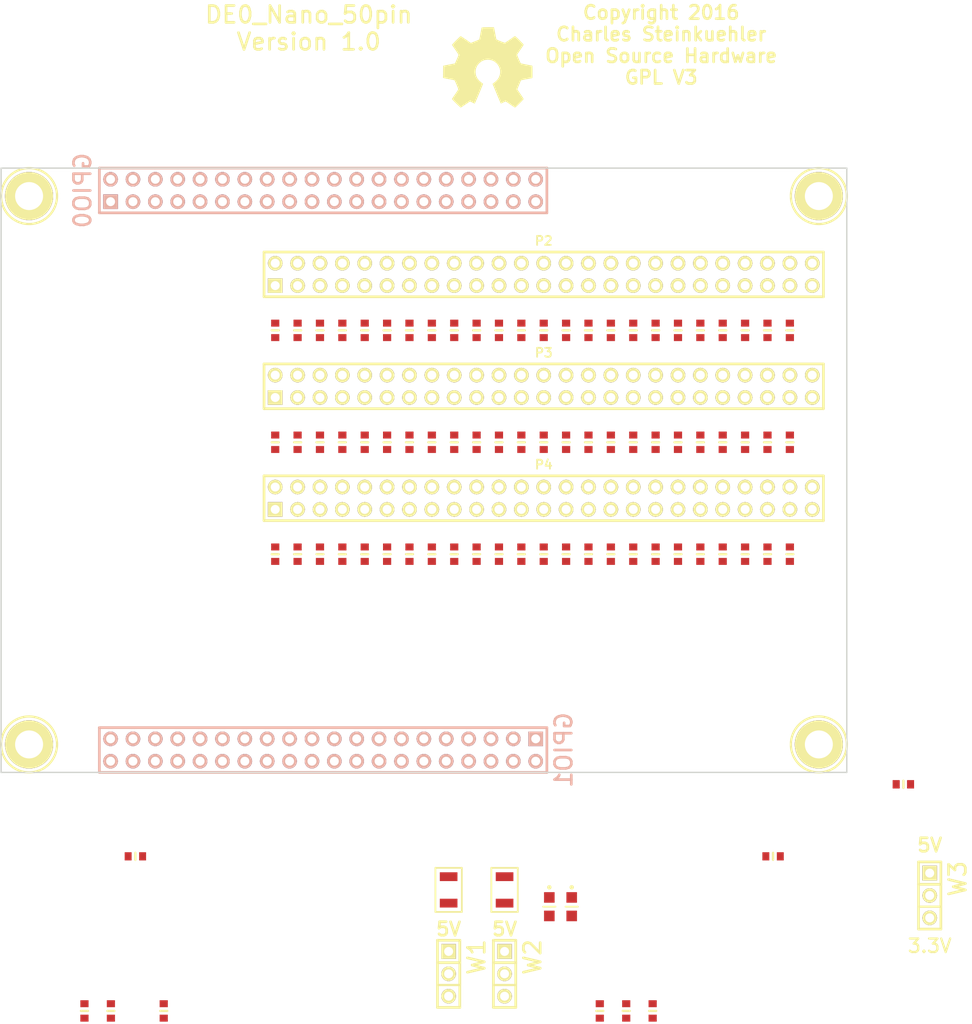
<source format=kicad_pcb>
(kicad_pcb (version 3) (host pcbnew "(2013-07-07 BZR 4022)-stable")

  (general
    (links 292)
    (no_connects 291)
    (area 123.206934 43.9293 233.7689 159.019001)
    (thickness 1.6)
    (drawings 10)
    (tracks 0)
    (zones 0)
    (modules 102)
    (nets 123)
  )

  (page A4)
  (layers
    (15 F.Cu signal)
    (0 B.Cu signal)
    (16 B.Adhes user)
    (17 F.Adhes user)
    (18 B.Paste user)
    (19 F.Paste user)
    (20 B.SilkS user)
    (21 F.SilkS user)
    (22 B.Mask user)
    (23 F.Mask user)
    (24 Dwgs.User user)
    (25 Cmts.User user)
    (26 Eco1.User user)
    (27 Eco2.User user)
    (28 Edge.Cuts user)
  )

  (setup
    (last_trace_width 0.254)
    (user_trace_width 0.254)
    (user_trace_width 0.508)
    (user_trace_width 0.635)
    (user_trace_width 1.27)
    (trace_clearance 0.254)
    (zone_clearance 0.3048)
    (zone_45_only no)
    (trace_min 0.254)
    (segment_width 0.3048)
    (edge_width 0.1524)
    (via_size 0.889)
    (via_drill 0.381)
    (via_min_size 0.889)
    (via_min_drill 0.3302)
    (uvia_size 0.508)
    (uvia_drill 0.127)
    (uvias_allowed no)
    (uvia_min_size 0.508)
    (uvia_min_drill 0.127)
    (pcb_text_width 0.3048)
    (pcb_text_size 1.524 2.032)
    (mod_edge_width 0.254)
    (mod_text_size 1.524 1.524)
    (mod_text_width 0.3048)
    (pad_size 1.651 1.651)
    (pad_drill 1.016)
    (pad_to_mask_clearance 0.254)
    (aux_axis_origin 35.56 28.575)
    (visible_elements 7FFFFFFF)
    (pcbplotparams
      (layerselection 283148289)
      (usegerberextensions true)
      (excludeedgelayer true)
      (linewidth 0.152400)
      (plotframeref false)
      (viasonmask false)
      (mode 1)
      (useauxorigin false)
      (hpglpennumber 1)
      (hpglpenspeed 20)
      (hpglpendiameter 15)
      (hpglpenoverlay 2)
      (psnegative false)
      (psa4output false)
      (plotreference true)
      (plotvalue true)
      (plotothertext true)
      (plotinvisibletext false)
      (padsonsilk false)
      (subtractmaskfromsilk false)
      (outputformat 1)
      (mirror false)
      (drillshape 0)
      (scaleselection 1)
      (outputdirectory gerbers))
  )

  (net 0 "")
  (net 1 +3.3V)
  (net 2 +5V)
  (net 3 /J1-PWR)
  (net 4 /J1B0)
  (net 5 /J1B1)
  (net 6 /J1B10)
  (net 7 /J1B11)
  (net 8 /J1B12)
  (net 9 /J1B13)
  (net 10 /J1B14)
  (net 11 /J1B15)
  (net 12 /J1B16)
  (net 13 /J1B2)
  (net 14 /J1B3)
  (net 15 /J1B4)
  (net 16 /J1B5)
  (net 17 /J1B6)
  (net 18 /J1B7)
  (net 19 /J1B8)
  (net 20 /J1B9)
  (net 21 /J2-PWR)
  (net 22 /J2B0)
  (net 23 /J2B1)
  (net 24 /J2B10)
  (net 25 /J2B11)
  (net 26 /J2B12)
  (net 27 /J2B13)
  (net 28 /J2B14)
  (net 29 /J2B15)
  (net 30 /J2B16)
  (net 31 /J2B2)
  (net 32 /J2B3)
  (net 33 /J2B4)
  (net 34 /J2B5)
  (net 35 /J2B6)
  (net 36 /J2B7)
  (net 37 /J2B8)
  (net 38 /J2B9)
  (net 39 /LED0)
  (net 40 /LED1)
  (net 41 /VPU)
  (net 42 /XIO0)
  (net 43 /XIO1)
  (net 44 /XIO10)
  (net 45 /XIO11)
  (net 46 /XIO12)
  (net 47 /XIO13)
  (net 48 /XIO14)
  (net 49 /XIO15)
  (net 50 /XIO16)
  (net 51 /XIO17)
  (net 52 /XIO18)
  (net 53 /XIO19)
  (net 54 /XIO2)
  (net 55 /XIO20)
  (net 56 /XIO21)
  (net 57 /XIO22)
  (net 58 /XIO23)
  (net 59 /XIO24)
  (net 60 /XIO25)
  (net 61 /XIO26)
  (net 62 /XIO27)
  (net 63 /XIO28)
  (net 64 /XIO29)
  (net 65 /XIO3)
  (net 66 /XIO30)
  (net 67 /XIO31)
  (net 68 /XIO32)
  (net 69 /XIO33)
  (net 70 /XIO34)
  (net 71 /XIO35)
  (net 72 /XIO36)
  (net 73 /XIO37)
  (net 74 /XIO38)
  (net 75 /XIO39)
  (net 76 /XIO4)
  (net 77 /XIO40)
  (net 78 /XIO41)
  (net 79 /XIO42)
  (net 80 /XIO43)
  (net 81 /XIO44)
  (net 82 /XIO45)
  (net 83 /XIO46)
  (net 84 /XIO47)
  (net 85 /XIO48)
  (net 86 /XIO49)
  (net 87 /XIO5)
  (net 88 /XIO50)
  (net 89 /XIO51)
  (net 90 /XIO52)
  (net 91 /XIO53)
  (net 92 /XIO54)
  (net 93 /XIO55)
  (net 94 /XIO56)
  (net 95 /XIO57)
  (net 96 /XIO58)
  (net 97 /XIO59)
  (net 98 /XIO6)
  (net 99 /XIO60)
  (net 100 /XIO61)
  (net 101 /XIO62)
  (net 102 /XIO63)
  (net 103 /XIO64)
  (net 104 /XIO65)
  (net 105 /XIO66)
  (net 106 /XIO67)
  (net 107 /XIO68)
  (net 108 /XIO69)
  (net 109 /XIO7)
  (net 110 /XIO70)
  (net 111 /XIO71)
  (net 112 /XIO8)
  (net 113 /XIO9)
  (net 114 GND)
  (net 115 N-00000185)
  (net 116 N-00000186)
  (net 117 N-00000187)
  (net 118 N-00000188)
  (net 119 N-00000190)
  (net 120 N-00000193)
  (net 121 N-00000194)
  (net 122 N-000004)

  (net_class Default "This is the default net class."
    (clearance 0.254)
    (trace_width 0.254)
    (via_dia 0.889)
    (via_drill 0.381)
    (uvia_dia 0.508)
    (uvia_drill 0.127)
    (add_net "")
    (add_net +3.3V)
    (add_net +5V)
    (add_net /J1-PWR)
    (add_net /J1B0)
    (add_net /J1B1)
    (add_net /J1B10)
    (add_net /J1B11)
    (add_net /J1B12)
    (add_net /J1B13)
    (add_net /J1B14)
    (add_net /J1B15)
    (add_net /J1B16)
    (add_net /J1B2)
    (add_net /J1B3)
    (add_net /J1B4)
    (add_net /J1B5)
    (add_net /J1B6)
    (add_net /J1B7)
    (add_net /J1B8)
    (add_net /J1B9)
    (add_net /J2-PWR)
    (add_net /J2B0)
    (add_net /J2B1)
    (add_net /J2B10)
    (add_net /J2B11)
    (add_net /J2B12)
    (add_net /J2B13)
    (add_net /J2B14)
    (add_net /J2B15)
    (add_net /J2B16)
    (add_net /J2B2)
    (add_net /J2B3)
    (add_net /J2B4)
    (add_net /J2B5)
    (add_net /J2B6)
    (add_net /J2B7)
    (add_net /J2B8)
    (add_net /J2B9)
    (add_net /LED0)
    (add_net /LED1)
    (add_net /VPU)
    (add_net /XIO0)
    (add_net /XIO1)
    (add_net /XIO10)
    (add_net /XIO11)
    (add_net /XIO12)
    (add_net /XIO13)
    (add_net /XIO14)
    (add_net /XIO15)
    (add_net /XIO16)
    (add_net /XIO17)
    (add_net /XIO18)
    (add_net /XIO19)
    (add_net /XIO2)
    (add_net /XIO20)
    (add_net /XIO21)
    (add_net /XIO22)
    (add_net /XIO23)
    (add_net /XIO24)
    (add_net /XIO25)
    (add_net /XIO26)
    (add_net /XIO27)
    (add_net /XIO28)
    (add_net /XIO29)
    (add_net /XIO3)
    (add_net /XIO30)
    (add_net /XIO31)
    (add_net /XIO32)
    (add_net /XIO33)
    (add_net /XIO34)
    (add_net /XIO35)
    (add_net /XIO36)
    (add_net /XIO37)
    (add_net /XIO38)
    (add_net /XIO39)
    (add_net /XIO4)
    (add_net /XIO40)
    (add_net /XIO41)
    (add_net /XIO42)
    (add_net /XIO43)
    (add_net /XIO44)
    (add_net /XIO45)
    (add_net /XIO46)
    (add_net /XIO47)
    (add_net /XIO48)
    (add_net /XIO49)
    (add_net /XIO5)
    (add_net /XIO50)
    (add_net /XIO51)
    (add_net /XIO52)
    (add_net /XIO53)
    (add_net /XIO54)
    (add_net /XIO55)
    (add_net /XIO56)
    (add_net /XIO57)
    (add_net /XIO58)
    (add_net /XIO59)
    (add_net /XIO6)
    (add_net /XIO60)
    (add_net /XIO61)
    (add_net /XIO62)
    (add_net /XIO63)
    (add_net /XIO64)
    (add_net /XIO65)
    (add_net /XIO66)
    (add_net /XIO67)
    (add_net /XIO68)
    (add_net /XIO69)
    (add_net /XIO7)
    (add_net /XIO70)
    (add_net /XIO71)
    (add_net /XIO8)
    (add_net /XIO9)
    (add_net GND)
    (add_net N-00000185)
    (add_net N-00000186)
    (add_net N-00000187)
    (add_net N-00000188)
    (add_net N-00000190)
    (add_net N-00000193)
    (add_net N-00000194)
    (add_net N-000004)
  )

  (module Pin_Socket_20x2 (layer B.Cu) (tedit 57A63549) (tstamp 57A95778)
    (at 160.38 127.635 180)
    (descr "Pin strip 4x2pin")
    (tags "CONN DEV")
    (path /57A7455E)
    (fp_text reference GPIO1 (at -27.305 0 270) (layer B.SilkS)
      (effects (font (size 1.905 1.905) (thickness 0.3048)) (justify mirror))
    )
    (fp_text value CONN_20X2 (at 0 0 180) (layer B.SilkS) hide
      (effects (font (size 1.016 0.889) (thickness 0.2032)) (justify mirror))
    )
    (fp_line (start -25.4 2.54) (end 25.4 2.54) (layer B.SilkS) (width 0.3048))
    (fp_line (start 25.4 2.54) (end 25.4 -2.54) (layer B.SilkS) (width 0.3048))
    (fp_line (start 25.4 -2.54) (end -25.4 -2.54) (layer B.SilkS) (width 0.3048))
    (fp_line (start -25.4 2.54) (end -25.4 -2.54) (layer B.SilkS) (width 0.3048))
    (pad 1 thru_hole rect (at -24.13 1.27 180) (size 1.651 1.651) (drill 1.016)
      (layers *.Cu *.Mask B.SilkS)
      (net 12 /J1B16)
    )
    (pad 2 thru_hole circle (at -24.13 -1.27 180) (size 1.651 1.651) (drill 1.016)
      (layers *.Cu *.Mask B.SilkS)
      (net 39 /LED0)
    )
    (pad 3 thru_hole circle (at -21.59 1.27 180) (size 1.651 1.651) (drill 1.016)
      (layers *.Cu *.Mask B.SilkS)
      (net 10 /J1B14)
    )
    (pad 4 thru_hole circle (at -21.59 -1.27 180) (size 1.651 1.651) (drill 1.016)
      (layers *.Cu *.Mask B.SilkS)
      (net 11 /J1B15)
    )
    (pad 5 thru_hole circle (at -19.05 1.27 180) (size 1.651 1.651) (drill 1.016)
      (layers *.Cu *.Mask B.SilkS)
      (net 8 /J1B12)
    )
    (pad 6 thru_hole circle (at -19.05 -1.27 180) (size 1.651 1.651) (drill 1.016)
      (layers *.Cu *.Mask B.SilkS)
      (net 9 /J1B13)
    )
    (pad 7 thru_hole circle (at -16.51 1.27 180) (size 1.651 1.651) (drill 1.016)
      (layers *.Cu *.Mask B.SilkS)
      (net 6 /J1B10)
    )
    (pad 8 thru_hole circle (at -16.51 -1.27 180) (size 1.651 1.651) (drill 1.016)
      (layers *.Cu *.Mask B.SilkS)
      (net 7 /J1B11)
    )
    (pad 9 thru_hole circle (at -13.97 1.27 180) (size 1.651 1.651) (drill 1.016)
      (layers *.Cu *.Mask B.SilkS)
      (net 19 /J1B8)
    )
    (pad 10 thru_hole circle (at -13.97 -1.27 180) (size 1.651 1.651) (drill 1.016)
      (layers *.Cu *.Mask B.SilkS)
      (net 20 /J1B9)
    )
    (pad 11 thru_hole circle (at -11.43 1.27 180) (size 1.651 1.651) (drill 1.016)
      (layers *.Cu *.Mask B.SilkS)
      (net 2 +5V)
    )
    (pad 12 thru_hole circle (at -11.43 -1.27 180) (size 1.651 1.651) (drill 1.016)
      (layers *.Cu *.Mask B.SilkS)
      (net 114 GND)
    )
    (pad 13 thru_hole circle (at -8.89 1.27 180) (size 1.651 1.651) (drill 1.016)
      (layers *.Cu *.Mask B.SilkS)
      (net 17 /J1B6)
    )
    (pad 14 thru_hole circle (at -8.89 -1.27 180) (size 1.651 1.651) (drill 1.016)
      (layers *.Cu *.Mask B.SilkS)
      (net 18 /J1B7)
    )
    (pad 15 thru_hole circle (at -6.35 1.27 180) (size 1.651 1.651) (drill 1.016)
      (layers *.Cu *.Mask B.SilkS)
      (net 15 /J1B4)
    )
    (pad 16 thru_hole circle (at -6.35 -1.27 180) (size 1.651 1.651) (drill 1.016)
      (layers *.Cu *.Mask B.SilkS)
      (net 16 /J1B5)
    )
    (pad 17 thru_hole circle (at -3.81 1.27 180) (size 1.651 1.651) (drill 1.016)
      (layers *.Cu *.Mask B.SilkS)
      (net 13 /J1B2)
    )
    (pad 18 thru_hole circle (at -3.81 -1.27 180) (size 1.651 1.651) (drill 1.016)
      (layers *.Cu *.Mask B.SilkS)
      (net 14 /J1B3)
    )
    (pad 19 thru_hole circle (at -1.27 1.27 180) (size 1.651 1.651) (drill 1.016)
      (layers *.Cu *.Mask B.SilkS)
      (net 4 /J1B0)
    )
    (pad 20 thru_hole circle (at -1.27 -1.27 180) (size 1.651 1.651) (drill 1.016)
      (layers *.Cu *.Mask B.SilkS)
      (net 5 /J1B1)
    )
    (pad 21 thru_hole circle (at 1.27 1.27 180) (size 1.651 1.651) (drill 1.016)
      (layers *.Cu *.Mask B.SilkS)
      (net 30 /J2B16)
    )
    (pad 22 thru_hole circle (at 1.27 -1.27 180) (size 1.651 1.651) (drill 1.016)
      (layers *.Cu *.Mask B.SilkS)
      (net 40 /LED1)
    )
    (pad 23 thru_hole circle (at 3.81 1.27 180) (size 1.651 1.651) (drill 1.016)
      (layers *.Cu *.Mask B.SilkS)
      (net 28 /J2B14)
    )
    (pad 24 thru_hole circle (at 3.81 -1.27 180) (size 1.651 1.651) (drill 1.016)
      (layers *.Cu *.Mask B.SilkS)
      (net 29 /J2B15)
    )
    (pad 25 thru_hole circle (at 6.35 1.27 180) (size 1.651 1.651) (drill 1.016)
      (layers *.Cu *.Mask B.SilkS)
      (net 26 /J2B12)
    )
    (pad 26 thru_hole circle (at 6.35 -1.27 180) (size 1.651 1.651) (drill 1.016)
      (layers *.Cu *.Mask B.SilkS)
      (net 27 /J2B13)
    )
    (pad 27 thru_hole circle (at 8.89 1.27 180) (size 1.651 1.651) (drill 1.016)
      (layers *.Cu *.Mask B.SilkS)
      (net 24 /J2B10)
    )
    (pad 28 thru_hole circle (at 8.89 -1.27 180) (size 1.651 1.651) (drill 1.016)
      (layers *.Cu *.Mask B.SilkS)
      (net 25 /J2B11)
    )
    (pad 29 thru_hole circle (at 11.43 1.27 180) (size 1.651 1.651) (drill 1.016)
      (layers *.Cu *.Mask B.SilkS)
      (net 1 +3.3V)
    )
    (pad 30 thru_hole circle (at 11.43 -1.27 180) (size 1.651 1.651) (drill 1.016)
      (layers *.Cu *.Mask B.SilkS)
      (net 114 GND)
    )
    (pad 31 thru_hole circle (at 13.97 1.27 180) (size 1.651 1.651) (drill 1.016)
      (layers *.Cu *.Mask B.SilkS)
      (net 37 /J2B8)
    )
    (pad 32 thru_hole circle (at 13.97 -1.27 180) (size 1.651 1.651) (drill 1.016)
      (layers *.Cu *.Mask B.SilkS)
      (net 38 /J2B9)
    )
    (pad 33 thru_hole circle (at 16.51 1.27 180) (size 1.651 1.651) (drill 1.016)
      (layers *.Cu *.Mask B.SilkS)
      (net 35 /J2B6)
    )
    (pad 34 thru_hole circle (at 16.51 -1.27 180) (size 1.651 1.651) (drill 1.016)
      (layers *.Cu *.Mask B.SilkS)
      (net 36 /J2B7)
    )
    (pad 35 thru_hole circle (at 19.05 1.27 180) (size 1.651 1.651) (drill 1.016)
      (layers *.Cu *.Mask B.SilkS)
      (net 33 /J2B4)
    )
    (pad 36 thru_hole circle (at 19.05 -1.27 180) (size 1.651 1.651) (drill 1.016)
      (layers *.Cu *.Mask B.SilkS)
      (net 34 /J2B5)
    )
    (pad 37 thru_hole circle (at 21.59 1.27 180) (size 1.651 1.651) (drill 1.016)
      (layers *.Cu *.Mask B.SilkS)
      (net 31 /J2B2)
    )
    (pad 38 thru_hole circle (at 21.59 -1.27 180) (size 1.651 1.651) (drill 1.016)
      (layers *.Cu *.Mask B.SilkS)
      (net 32 /J2B3)
    )
    (pad 39 thru_hole circle (at 24.13 1.27 180) (size 1.651 1.651) (drill 1.016)
      (layers *.Cu *.Mask B.SilkS)
      (net 22 /J2B0)
    )
    (pad 40 thru_hole circle (at 24.13 -1.27 180) (size 1.651 1.651) (drill 1.016)
      (layers *.Cu *.Mask B.SilkS)
      (net 23 /J2B1)
    )
    (model walter\pin_strip\pin_strip_4x2.wrl
      (at (xyz 0 0 0))
      (scale (xyz 1 1 1))
      (rotate (xyz 0 0 0))
    )
  )

  (module MTH_4-40 (layer F.Cu) (tedit 57A6083C) (tstamp 57A95678)
    (at 127 64.77)
    (path /57A747F6)
    (fp_text reference M4 (at 0 -4.445) (layer F.SilkS) hide
      (effects (font (size 1.524 1.524) (thickness 0.3048)))
    )
    (fp_text value 4-40 (at 0 2.54) (layer F.SilkS) hide
      (effects (font (size 1.524 1.524) (thickness 0.3048)))
    )
    (fp_circle (center 0 0) (end 3.175 0) (layer F.SilkS) (width 0.254))
    (pad 1 thru_hole circle (at 0 0) (size 5.461 5.461) (drill 3.175)
      (layers *.Cu *.Mask F.SilkS)
      (net 114 GND)
    )
  )

  (module MTH_4-40 (layer F.Cu) (tedit 57A60837) (tstamp 57A95671)
    (at 216.65 64.77)
    (path /57A747EA)
    (fp_text reference M3 (at 0 -4.445) (layer F.SilkS) hide
      (effects (font (size 1.524 1.524) (thickness 0.3048)))
    )
    (fp_text value 4-40 (at 0 2.54) (layer F.SilkS) hide
      (effects (font (size 1.524 1.524) (thickness 0.3048)))
    )
    (fp_circle (center 0 0) (end 3.175 0) (layer F.SilkS) (width 0.254))
    (pad 1 thru_hole circle (at 0 0) (size 5.461 5.461) (drill 3.175)
      (layers *.Cu *.Mask F.SilkS)
      (net 114 GND)
    )
  )

  (module LOGO (layer F.Cu) (tedit 0) (tstamp 57A9567E)
    (at 179.07 50.165)
    (fp_text reference G*** (at 0 5.38734) (layer F.SilkS) hide
      (effects (font (size 0.46228 0.46228) (thickness 0.09144)))
    )
    (fp_text value LOGO (at 0 -5.38734) (layer F.SilkS) hide
      (effects (font (size 0.46228 0.46228) (thickness 0.09144)))
    )
    (fp_poly (pts (xy -3.07848 4.56184) (xy -3.02514 4.53644) (xy -2.90576 4.46024) (xy -2.73812 4.34848)
      (xy -2.53746 4.21386) (xy -2.3368 4.07924) (xy -2.16916 3.96748) (xy -2.05486 3.89382)
      (xy -2.0066 3.86588) (xy -1.9812 3.87604) (xy -1.88468 3.92176) (xy -1.74498 3.99542)
      (xy -1.66624 4.03606) (xy -1.5367 4.09194) (xy -1.47574 4.1021) (xy -1.46304 4.08432)
      (xy -1.41732 3.9878) (xy -1.34366 3.82016) (xy -1.24714 3.60172) (xy -1.13792 3.34264)
      (xy -1.02108 3.06578) (xy -0.9017 2.7813) (xy -0.78994 2.50952) (xy -0.69088 2.26822)
      (xy -0.61214 2.0701) (xy -0.5588 1.93294) (xy -0.53848 1.87198) (xy -0.5461 1.86182)
      (xy -0.6096 1.79832) (xy -0.72136 1.7145) (xy -0.96012 1.52146) (xy -1.19888 1.22428)
      (xy -1.34366 0.88646) (xy -1.38938 0.51308) (xy -1.34874 0.16764) (xy -1.21412 -0.1651)
      (xy -0.98044 -0.46482) (xy -0.6985 -0.68834) (xy -0.37084 -0.82804) (xy 0 -0.87376)
      (xy 0.35306 -0.83312) (xy 0.69342 -0.70104) (xy 0.99314 -0.47244) (xy 1.12014 -0.32512)
      (xy 1.2954 -0.02286) (xy 1.39446 0.30226) (xy 1.40462 0.38608) (xy 1.38938 0.74168)
      (xy 1.28524 1.08458) (xy 1.09474 1.38938) (xy 0.83312 1.64084) (xy 0.80264 1.6637)
      (xy 0.68072 1.75514) (xy 0.59944 1.8161) (xy 0.53594 1.86944) (xy 0.9906 2.96164)
      (xy 1.06172 3.1369) (xy 1.18618 3.43408) (xy 1.29794 3.69316) (xy 1.3843 3.8989)
      (xy 1.44526 4.03352) (xy 1.47066 4.0894) (xy 1.47574 4.09194) (xy 1.51384 4.09956)
      (xy 1.59766 4.06908) (xy 1.75006 3.99542) (xy 1.85166 3.94462) (xy 1.9685 3.88874)
      (xy 2.0193 3.86588) (xy 2.06248 3.89128) (xy 2.17678 3.9624) (xy 2.33934 4.07162)
      (xy 2.53492 4.2037) (xy 2.72034 4.3307) (xy 2.89052 4.445) (xy 3.01752 4.52374)
      (xy 3.07594 4.55676) (xy 3.0861 4.55676) (xy 3.13944 4.52628) (xy 3.2385 4.445)
      (xy 3.38836 4.30276) (xy 3.59918 4.09702) (xy 3.62966 4.064) (xy 3.80238 3.88874)
      (xy 3.94462 3.73888) (xy 4.0386 3.63474) (xy 4.07162 3.58648) (xy 4.07162 3.58648)
      (xy 4.04114 3.52806) (xy 3.9624 3.4036) (xy 3.8481 3.22834) (xy 3.71094 3.02514)
      (xy 3.34772 2.49936) (xy 3.54838 2.00406) (xy 3.60934 1.85166) (xy 3.68554 1.66624)
      (xy 3.74396 1.53416) (xy 3.77444 1.47828) (xy 3.82778 1.45796) (xy 3.9624 1.42494)
      (xy 4.16052 1.3843) (xy 4.3942 1.34112) (xy 4.61772 1.30048) (xy 4.82092 1.26238)
      (xy 4.96824 1.23444) (xy 5.03428 1.2192) (xy 5.04952 1.21158) (xy 5.06222 1.17856)
      (xy 5.06984 1.10998) (xy 5.07492 0.98806) (xy 5.07746 0.79502) (xy 5.07746 0.51308)
      (xy 5.07746 0.4826) (xy 5.07492 0.2159) (xy 5.07238 0.00254) (xy 5.06476 -0.13462)
      (xy 5.0546 -0.1905) (xy 5.0546 -0.1905) (xy 4.9911 -0.20574) (xy 4.84886 -0.23622)
      (xy 4.64566 -0.27686) (xy 4.40436 -0.32258) (xy 4.38912 -0.32512) (xy 4.15036 -0.37084)
      (xy 3.94716 -0.41402) (xy 3.80746 -0.44704) (xy 3.7465 -0.46482) (xy 3.73634 -0.4826)
      (xy 3.68554 -0.57404) (xy 3.61696 -0.7239) (xy 3.53822 -0.90678) (xy 3.45948 -1.09474)
      (xy 3.3909 -1.26492) (xy 3.34518 -1.39192) (xy 3.33248 -1.4478) (xy 3.33248 -1.45034)
      (xy 3.37058 -1.50876) (xy 3.45186 -1.63068) (xy 3.5687 -1.80594) (xy 3.7084 -2.00914)
      (xy 3.7211 -2.02438) (xy 3.85826 -2.22758) (xy 3.97002 -2.4003) (xy 4.04368 -2.52222)
      (xy 4.07162 -2.5781) (xy 4.07162 -2.58064) (xy 4.0259 -2.6416) (xy 3.92176 -2.7559)
      (xy 3.77444 -2.91084) (xy 3.59664 -3.09118) (xy 3.54076 -3.14706) (xy 3.34264 -3.3401)
      (xy 3.20548 -3.46456) (xy 3.11912 -3.53314) (xy 3.07848 -3.54838) (xy 3.07848 -3.54584)
      (xy 3.01752 -3.51028) (xy 2.88798 -3.42646) (xy 2.71526 -3.30708) (xy 2.50952 -3.16738)
      (xy 2.49428 -3.15722) (xy 2.29108 -3.02006) (xy 2.1209 -2.90576) (xy 2.00152 -2.82702)
      (xy 1.94818 -2.794) (xy 1.94056 -2.794) (xy 1.85674 -2.8194) (xy 1.71196 -2.8702)
      (xy 1.53416 -2.93878) (xy 1.3462 -3.01244) (xy 1.17602 -3.0861) (xy 1.04902 -3.14452)
      (xy 0.98806 -3.17754) (xy 0.98552 -3.18262) (xy 0.9652 -3.25374) (xy 0.92964 -3.40614)
      (xy 0.88646 -3.61442) (xy 0.84074 -3.86334) (xy 0.83312 -3.90398) (xy 0.7874 -4.14528)
      (xy 0.74676 -4.34594) (xy 0.71882 -4.4831) (xy 0.70612 -4.54152) (xy 0.67056 -4.54914)
      (xy 0.55118 -4.55676) (xy 0.37084 -4.56184) (xy 0.1524 -4.56438) (xy -0.0762 -4.56184)
      (xy -0.30226 -4.5593) (xy -0.49276 -4.55168) (xy -0.62992 -4.54152) (xy -0.68834 -4.53136)
      (xy -0.68834 -4.52628) (xy -0.7112 -4.45262) (xy -0.74422 -4.30022) (xy -0.7874 -4.0894)
      (xy -0.83312 -3.84048) (xy -0.84328 -3.7973) (xy -0.889 -3.556) (xy -0.92964 -3.35788)
      (xy -0.95758 -3.22072) (xy -0.97282 -3.16738) (xy -0.99568 -3.15468) (xy -1.09474 -3.1115)
      (xy -1.2573 -3.04546) (xy -1.45796 -2.96418) (xy -1.92278 -2.77622) (xy -2.49174 -3.16738)
      (xy -2.54508 -3.20294) (xy -2.75082 -3.34264) (xy -2.91846 -3.4544) (xy -3.0353 -3.5306)
      (xy -3.08356 -3.55854) (xy -3.08864 -3.556) (xy -3.14452 -3.5052) (xy -3.25882 -3.39852)
      (xy -3.41122 -3.24866) (xy -3.59156 -3.07086) (xy -3.72364 -2.93878) (xy -3.88112 -2.77876)
      (xy -3.98018 -2.66954) (xy -4.03606 -2.60096) (xy -4.05384 -2.56032) (xy -4.0513 -2.53238)
      (xy -4.0132 -2.47396) (xy -3.92938 -2.34696) (xy -3.81254 -2.17424) (xy -3.67284 -1.97358)
      (xy -3.55854 -1.80594) (xy -3.43408 -1.6129) (xy -3.35534 -1.47574) (xy -3.3274 -1.4097)
      (xy -3.33502 -1.38176) (xy -3.37312 -1.27) (xy -3.4417 -1.10236) (xy -3.52806 -0.9017)
      (xy -3.72618 -0.44958) (xy -4.02082 -0.3937) (xy -4.20116 -0.35814) (xy -4.45008 -0.30988)
      (xy -4.69138 -0.26416) (xy -5.06476 -0.1905) (xy -5.08 1.18618) (xy -5.02158 1.20904)
      (xy -4.9657 1.22428) (xy -4.826 1.25476) (xy -4.62788 1.2954) (xy -4.3942 1.33858)
      (xy -4.19608 1.37668) (xy -3.99542 1.41478) (xy -3.85064 1.44272) (xy -3.78714 1.45542)
      (xy -3.7719 1.47828) (xy -3.7211 1.5748) (xy -3.64998 1.72974) (xy -3.5687 1.91516)
      (xy -3.48996 2.1082) (xy -3.41884 2.286) (xy -3.37058 2.42062) (xy -3.35026 2.49174)
      (xy -3.3782 2.54508) (xy -3.4544 2.66192) (xy -3.56616 2.82956) (xy -3.70078 3.03022)
      (xy -3.83794 3.22834) (xy -3.95224 3.39852) (xy -4.03352 3.52298) (xy -4.06654 3.57886)
      (xy -4.0513 3.61696) (xy -3.97002 3.71348) (xy -3.82016 3.86842) (xy -3.59664 4.0894)
      (xy -3.55854 4.12496) (xy -3.38074 4.29768) (xy -3.23088 4.43484) (xy -3.12674 4.52882)
      (xy -3.07848 4.56184)) (layer F.SilkS) (width 0.00254))
  )

  (module Shunt (layer F.Cu) (tedit 57138F8D) (tstamp 57A9561F)
    (at 174.625 151.765 90)
    (path /536F30D5)
    (fp_text reference S1 (at 0 0 90) (layer F.SilkS) hide
      (effects (font (size 1.27 1.27) (thickness 0.254)))
    )
    (fp_text value SHUNT (at 0 1.27 90) (layer F.SilkS) hide
      (effects (font (size 0.635 0.635) (thickness 0.127)))
    )
    (fp_line (start -2.54 -1.27) (end 2.54 -1.27) (layer F.SilkS) (width 0.254))
    (fp_line (start 2.54 -1.27) (end 2.54 1.27) (layer F.SilkS) (width 0.254))
    (fp_line (start 2.54 1.27) (end -2.54 1.27) (layer F.SilkS) (width 0.254))
    (fp_line (start -2.54 1.27) (end -2.54 -1.27) (layer F.SilkS) (width 0.254))
  )

  (module Shunt (layer F.Cu) (tedit 536199AF) (tstamp 57A95616)
    (at 180.975 151.765 90)
    (path /536F311D)
    (fp_text reference S2 (at 0 0 90) (layer F.SilkS) hide
      (effects (font (size 1.27 1.27) (thickness 0.254)))
    )
    (fp_text value SHUNT (at 0 1.27 90) (layer F.SilkS) hide
      (effects (font (size 0.635 0.635) (thickness 0.127)))
    )
    (fp_line (start -2.54 -1.27) (end 2.54 -1.27) (layer F.SilkS) (width 0.254))
    (fp_line (start 2.54 -1.27) (end 2.54 1.27) (layer F.SilkS) (width 0.254))
    (fp_line (start 2.54 1.27) (end -2.54 1.27) (layer F.SilkS) (width 0.254))
    (fp_line (start -2.54 1.27) (end -2.54 -1.27) (layer F.SilkS) (width 0.254))
  )

  (module Shunt (layer F.Cu) (tedit 536199AF) (tstamp 57A9560D)
    (at 229.235 142.875 90)
    (path /536F3125)
    (fp_text reference S3 (at 0 0 90) (layer F.SilkS) hide
      (effects (font (size 1.27 1.27) (thickness 0.254)))
    )
    (fp_text value SHUNT (at 0 1.27 90) (layer F.SilkS) hide
      (effects (font (size 0.635 0.635) (thickness 0.127)))
    )
    (fp_line (start -2.54 -1.27) (end 2.54 -1.27) (layer F.SilkS) (width 0.254))
    (fp_line (start 2.54 -1.27) (end 2.54 1.27) (layer F.SilkS) (width 0.254))
    (fp_line (start 2.54 1.27) (end -2.54 1.27) (layer F.SilkS) (width 0.254))
    (fp_line (start -2.54 1.27) (end -2.54 -1.27) (layer F.SilkS) (width 0.254))
  )

  (module pin_strip_3 (layer F.Cu) (tedit 5713DBBC) (tstamp 57A9564F)
    (at 174.625 153.035 270)
    (descr "Pin strip 3pin")
    (tags "CONN DEV")
    (path /57125511)
    (fp_text reference W1 (at -1.905 -3.175 270) (layer F.SilkS)
      (effects (font (size 1.905 1.905) (thickness 0.3048)))
    )
    (fp_text value HEADER_3 (at 0.254 -3.556 270) (layer F.SilkS) hide
      (effects (font (size 1.016 0.889) (thickness 0.2032)))
    )
    (fp_line (start -1.27 1.27) (end -1.27 -1.27) (layer F.SilkS) (width 0.3048))
    (fp_line (start -3.81 -1.27) (end 3.81 -1.27) (layer F.SilkS) (width 0.3048))
    (fp_line (start 3.81 -1.27) (end 3.81 1.27) (layer F.SilkS) (width 0.3048))
    (fp_line (start 3.81 1.27) (end -3.81 1.27) (layer F.SilkS) (width 0.3048))
    (fp_line (start -3.81 1.27) (end -3.81 -1.27) (layer F.SilkS) (width 0.3048))
    (pad 1 thru_hole rect (at -2.54 0 270) (size 1.6764 1.651) (drill 1.016)
      (layers *.Cu *.Mask F.SilkS)
      (net 3 /J1-PWR)
    )
    (pad 2 thru_hole circle (at 0 0 270) (size 1.651 1.651) (drill 1.016)
      (layers *.Cu *.Mask F.SilkS)
      (net 117 N-00000187)
    )
    (pad 3 thru_hole circle (at 2.54 0 270) (size 1.651 1.651) (drill 1.016)
      (layers *.Cu *.Mask F.SilkS)
      (net 119 N-00000190)
    )
    (model walter\pin_strip\pin_strip_3.wrl
      (at (xyz 0 0 0))
      (scale (xyz 1 1 1))
      (rotate (xyz 0 0 0))
    )
  )

  (module pin_strip_3 (layer F.Cu) (tedit 5713DB9E) (tstamp 57A9565C)
    (at 180.975 153.035 270)
    (descr "Pin strip 3pin")
    (tags "CONN DEV")
    (path /571270D3)
    (fp_text reference W2 (at -1.905 -3.175 270) (layer F.SilkS)
      (effects (font (size 1.905 1.905) (thickness 0.3048)))
    )
    (fp_text value HEADER_3 (at 0.254 -3.556 270) (layer F.SilkS) hide
      (effects (font (size 1.016 0.889) (thickness 0.2032)))
    )
    (fp_line (start -1.27 1.27) (end -1.27 -1.27) (layer F.SilkS) (width 0.3048))
    (fp_line (start -3.81 -1.27) (end 3.81 -1.27) (layer F.SilkS) (width 0.3048))
    (fp_line (start 3.81 -1.27) (end 3.81 1.27) (layer F.SilkS) (width 0.3048))
    (fp_line (start 3.81 1.27) (end -3.81 1.27) (layer F.SilkS) (width 0.3048))
    (fp_line (start -3.81 1.27) (end -3.81 -1.27) (layer F.SilkS) (width 0.3048))
    (pad 1 thru_hole rect (at -2.54 0 270) (size 1.6764 1.651) (drill 1.016)
      (layers *.Cu *.Mask F.SilkS)
      (net 21 /J2-PWR)
    )
    (pad 2 thru_hole circle (at 0 0 270) (size 1.651 1.651) (drill 1.016)
      (layers *.Cu *.Mask F.SilkS)
      (net 118 N-00000188)
    )
    (pad 3 thru_hole circle (at 2.54 0 270) (size 1.651 1.651) (drill 1.016)
      (layers *.Cu *.Mask F.SilkS)
      (net 114 GND)
    )
    (model walter\pin_strip\pin_strip_3.wrl
      (at (xyz 0 0 0))
      (scale (xyz 1 1 1))
      (rotate (xyz 0 0 0))
    )
  )

  (module pin_strip_3 (layer F.Cu) (tedit 5713DBDC) (tstamp 57A95642)
    (at 229.235 144.145 270)
    (descr "Pin strip 3pin")
    (tags "CONN DEV")
    (path /571270DB)
    (fp_text reference W3 (at -1.905 -3.175 270) (layer F.SilkS)
      (effects (font (size 1.905 1.905) (thickness 0.3048)))
    )
    (fp_text value HEADER_3 (at 0.254 -3.556 270) (layer F.SilkS) hide
      (effects (font (size 1.016 0.889) (thickness 0.2032)))
    )
    (fp_line (start -1.27 1.27) (end -1.27 -1.27) (layer F.SilkS) (width 0.3048))
    (fp_line (start -3.81 -1.27) (end 3.81 -1.27) (layer F.SilkS) (width 0.3048))
    (fp_line (start 3.81 -1.27) (end 3.81 1.27) (layer F.SilkS) (width 0.3048))
    (fp_line (start 3.81 1.27) (end -3.81 1.27) (layer F.SilkS) (width 0.3048))
    (fp_line (start -3.81 1.27) (end -3.81 -1.27) (layer F.SilkS) (width 0.3048))
    (pad 1 thru_hole rect (at -2.54 0 270) (size 1.6764 1.651) (drill 1.016)
      (layers *.Cu *.Mask F.SilkS)
      (net 2 +5V)
    )
    (pad 2 thru_hole circle (at 0 0 270) (size 1.651 1.651) (drill 1.016)
      (layers *.Cu *.Mask F.SilkS)
    )
    (pad 3 thru_hole circle (at 2.54 0 270) (size 1.651 1.651) (drill 1.016)
      (layers *.Cu *.Mask F.SilkS)
      (net 1 +3.3V)
    )
    (model walter\pin_strip\pin_strip_3.wrl
      (at (xyz 0 0 0))
      (scale (xyz 1 1 1))
      (rotate (xyz 0 0 0))
    )
  )

  (module MTH_4-40 (layer F.Cu) (tedit 5713DF5A) (tstamp 57A95663)
    (at 127 127)
    (path /536D47EF)
    (fp_text reference M1 (at 0 -4.445) (layer F.SilkS) hide
      (effects (font (size 1.524 1.524) (thickness 0.3048)))
    )
    (fp_text value 4-40 (at 0 2.54) (layer F.SilkS) hide
      (effects (font (size 1.524 1.524) (thickness 0.3048)))
    )
    (fp_circle (center 0 0) (end 3.175 0) (layer F.SilkS) (width 0.254))
    (pad 1 thru_hole circle (at 0 0) (size 5.461 5.461) (drill 3.175)
      (layers *.Cu *.Mask F.SilkS)
      (net 114 GND)
    )
  )

  (module MTH_4-40 (layer F.Cu) (tedit 5713DF66) (tstamp 57A9566A)
    (at 216.65 127)
    (path /536D47FE)
    (fp_text reference M2 (at 0 -4.445) (layer F.SilkS) hide
      (effects (font (size 1.524 1.524) (thickness 0.3048)))
    )
    (fp_text value 4-40 (at 0 2.54) (layer F.SilkS) hide
      (effects (font (size 1.524 1.524) (thickness 0.3048)))
    )
    (fp_circle (center 0 0) (end 3.175 0) (layer F.SilkS) (width 0.254))
    (pad 1 thru_hole circle (at 0 0) (size 5.461 5.461) (drill 3.175)
      (layers *.Cu *.Mask F.SilkS)
      (net 114 GND)
    )
  )

  (module BOURNS-MF-NSMF (layer F.Cu) (tedit 5712A7A2) (tstamp 57A95635)
    (at 180.975 143.51 90)
    (path /57124CC7)
    (attr smd)
    (fp_text reference PTC2 (at 0 0 90) (layer F.SilkS) hide
      (effects (font (size 0.75 0.75) (thickness 0.1)))
    )
    (fp_text value 2A (at 0 0.7 90) (layer F.SilkS) hide
      (effects (font (size 0.45 0.45) (thickness 0.08)))
    )
    (fp_line (start -2.5 -1.5) (end 2.5 -1.5) (layer F.SilkS) (width 0.2))
    (fp_line (start 2.5 -1.5) (end 2.5 1.5) (layer F.SilkS) (width 0.2))
    (fp_line (start 2.5 1.5) (end -2.5 1.5) (layer F.SilkS) (width 0.2))
    (fp_line (start -2.5 1.5) (end -2.5 -1.5) (layer F.SilkS) (width 0.2))
    (pad 1 smd rect (at -1.5 0 90) (size 1 2)
      (layers F.Cu F.Paste F.Mask)
      (net 21 /J2-PWR)
    )
    (pad 2 smd rect (at 1.5 0 90) (size 1 2)
      (layers F.Cu F.Paste F.Mask)
      (net 2 +5V)
    )
  )

  (module BOURNS-MF-NSMF (layer F.Cu) (tedit 5712A7A2) (tstamp 57A9562A)
    (at 174.625 143.51 90)
    (path /5712552F)
    (attr smd)
    (fp_text reference PTC1 (at 0 0 90) (layer F.SilkS) hide
      (effects (font (size 0.75 0.75) (thickness 0.1)))
    )
    (fp_text value 2A (at 0 0.7 90) (layer F.SilkS) hide
      (effects (font (size 0.45 0.45) (thickness 0.08)))
    )
    (fp_line (start -2.5 -1.5) (end 2.5 -1.5) (layer F.SilkS) (width 0.2))
    (fp_line (start 2.5 -1.5) (end 2.5 1.5) (layer F.SilkS) (width 0.2))
    (fp_line (start 2.5 1.5) (end -2.5 1.5) (layer F.SilkS) (width 0.2))
    (fp_line (start -2.5 1.5) (end -2.5 -1.5) (layer F.SilkS) (width 0.2))
    (pad 1 smd rect (at -1.5 0 90) (size 1 2)
      (layers F.Cu F.Paste F.Mask)
      (net 3 /J1-PWR)
    )
    (pad 2 smd rect (at 1.5 0 90) (size 1 2)
      (layers F.Cu F.Paste F.Mask)
      (net 2 +5V)
    )
  )

  (module Pin_Socket_20x2 (layer B.Cu) (tedit 57A63540) (tstamp 57A95747)
    (at 160.38 64.135)
    (descr "Pin strip 4x2pin")
    (tags "CONN DEV")
    (path /57118F5F)
    (fp_text reference GPIO0 (at -27.305 0 90) (layer B.SilkS)
      (effects (font (size 1.905 1.905) (thickness 0.3048)) (justify mirror))
    )
    (fp_text value CONN_20X2 (at 0 0) (layer B.SilkS) hide
      (effects (font (size 1.016 0.889) (thickness 0.2032)) (justify mirror))
    )
    (fp_line (start -25.4 2.54) (end 25.4 2.54) (layer B.SilkS) (width 0.3048))
    (fp_line (start 25.4 2.54) (end 25.4 -2.54) (layer B.SilkS) (width 0.3048))
    (fp_line (start 25.4 -2.54) (end -25.4 -2.54) (layer B.SilkS) (width 0.3048))
    (fp_line (start -25.4 2.54) (end -25.4 -2.54) (layer B.SilkS) (width 0.3048))
    (pad 1 thru_hole rect (at -24.13 1.27) (size 1.651 1.651) (drill 1.016)
      (layers *.Cu *.Mask B.SilkS)
      (net 12 /J1B16)
    )
    (pad 2 thru_hole circle (at -24.13 -1.27) (size 1.651 1.651) (drill 1.016)
      (layers *.Cu *.Mask B.SilkS)
      (net 39 /LED0)
    )
    (pad 3 thru_hole circle (at -21.59 1.27) (size 1.651 1.651) (drill 1.016)
      (layers *.Cu *.Mask B.SilkS)
      (net 10 /J1B14)
    )
    (pad 4 thru_hole circle (at -21.59 -1.27) (size 1.651 1.651) (drill 1.016)
      (layers *.Cu *.Mask B.SilkS)
      (net 11 /J1B15)
    )
    (pad 5 thru_hole circle (at -19.05 1.27) (size 1.651 1.651) (drill 1.016)
      (layers *.Cu *.Mask B.SilkS)
      (net 8 /J1B12)
    )
    (pad 6 thru_hole circle (at -19.05 -1.27) (size 1.651 1.651) (drill 1.016)
      (layers *.Cu *.Mask B.SilkS)
      (net 9 /J1B13)
    )
    (pad 7 thru_hole circle (at -16.51 1.27) (size 1.651 1.651) (drill 1.016)
      (layers *.Cu *.Mask B.SilkS)
      (net 6 /J1B10)
    )
    (pad 8 thru_hole circle (at -16.51 -1.27) (size 1.651 1.651) (drill 1.016)
      (layers *.Cu *.Mask B.SilkS)
      (net 7 /J1B11)
    )
    (pad 9 thru_hole circle (at -13.97 1.27) (size 1.651 1.651) (drill 1.016)
      (layers *.Cu *.Mask B.SilkS)
      (net 19 /J1B8)
    )
    (pad 10 thru_hole circle (at -13.97 -1.27) (size 1.651 1.651) (drill 1.016)
      (layers *.Cu *.Mask B.SilkS)
      (net 20 /J1B9)
    )
    (pad 11 thru_hole circle (at -11.43 1.27) (size 1.651 1.651) (drill 1.016)
      (layers *.Cu *.Mask B.SilkS)
      (net 2 +5V)
    )
    (pad 12 thru_hole circle (at -11.43 -1.27) (size 1.651 1.651) (drill 1.016)
      (layers *.Cu *.Mask B.SilkS)
      (net 114 GND)
    )
    (pad 13 thru_hole circle (at -8.89 1.27) (size 1.651 1.651) (drill 1.016)
      (layers *.Cu *.Mask B.SilkS)
      (net 17 /J1B6)
    )
    (pad 14 thru_hole circle (at -8.89 -1.27) (size 1.651 1.651) (drill 1.016)
      (layers *.Cu *.Mask B.SilkS)
      (net 18 /J1B7)
    )
    (pad 15 thru_hole circle (at -6.35 1.27) (size 1.651 1.651) (drill 1.016)
      (layers *.Cu *.Mask B.SilkS)
      (net 15 /J1B4)
    )
    (pad 16 thru_hole circle (at -6.35 -1.27) (size 1.651 1.651) (drill 1.016)
      (layers *.Cu *.Mask B.SilkS)
      (net 16 /J1B5)
    )
    (pad 17 thru_hole circle (at -3.81 1.27) (size 1.651 1.651) (drill 1.016)
      (layers *.Cu *.Mask B.SilkS)
      (net 13 /J1B2)
    )
    (pad 18 thru_hole circle (at -3.81 -1.27) (size 1.651 1.651) (drill 1.016)
      (layers *.Cu *.Mask B.SilkS)
      (net 14 /J1B3)
    )
    (pad 19 thru_hole circle (at -1.27 1.27) (size 1.651 1.651) (drill 1.016)
      (layers *.Cu *.Mask B.SilkS)
      (net 4 /J1B0)
    )
    (pad 20 thru_hole circle (at -1.27 -1.27) (size 1.651 1.651) (drill 1.016)
      (layers *.Cu *.Mask B.SilkS)
      (net 5 /J1B1)
    )
    (pad 21 thru_hole circle (at 1.27 1.27) (size 1.651 1.651) (drill 1.016)
      (layers *.Cu *.Mask B.SilkS)
      (net 30 /J2B16)
    )
    (pad 22 thru_hole circle (at 1.27 -1.27) (size 1.651 1.651) (drill 1.016)
      (layers *.Cu *.Mask B.SilkS)
      (net 40 /LED1)
    )
    (pad 23 thru_hole circle (at 3.81 1.27) (size 1.651 1.651) (drill 1.016)
      (layers *.Cu *.Mask B.SilkS)
      (net 28 /J2B14)
    )
    (pad 24 thru_hole circle (at 3.81 -1.27) (size 1.651 1.651) (drill 1.016)
      (layers *.Cu *.Mask B.SilkS)
      (net 29 /J2B15)
    )
    (pad 25 thru_hole circle (at 6.35 1.27) (size 1.651 1.651) (drill 1.016)
      (layers *.Cu *.Mask B.SilkS)
      (net 26 /J2B12)
    )
    (pad 26 thru_hole circle (at 6.35 -1.27) (size 1.651 1.651) (drill 1.016)
      (layers *.Cu *.Mask B.SilkS)
      (net 27 /J2B13)
    )
    (pad 27 thru_hole circle (at 8.89 1.27) (size 1.651 1.651) (drill 1.016)
      (layers *.Cu *.Mask B.SilkS)
      (net 24 /J2B10)
    )
    (pad 28 thru_hole circle (at 8.89 -1.27) (size 1.651 1.651) (drill 1.016)
      (layers *.Cu *.Mask B.SilkS)
      (net 25 /J2B11)
    )
    (pad 29 thru_hole circle (at 11.43 1.27) (size 1.651 1.651) (drill 1.016)
      (layers *.Cu *.Mask B.SilkS)
      (net 1 +3.3V)
    )
    (pad 30 thru_hole circle (at 11.43 -1.27) (size 1.651 1.651) (drill 1.016)
      (layers *.Cu *.Mask B.SilkS)
      (net 114 GND)
    )
    (pad 31 thru_hole circle (at 13.97 1.27) (size 1.651 1.651) (drill 1.016)
      (layers *.Cu *.Mask B.SilkS)
      (net 37 /J2B8)
    )
    (pad 32 thru_hole circle (at 13.97 -1.27) (size 1.651 1.651) (drill 1.016)
      (layers *.Cu *.Mask B.SilkS)
      (net 38 /J2B9)
    )
    (pad 33 thru_hole circle (at 16.51 1.27) (size 1.651 1.651) (drill 1.016)
      (layers *.Cu *.Mask B.SilkS)
      (net 35 /J2B6)
    )
    (pad 34 thru_hole circle (at 16.51 -1.27) (size 1.651 1.651) (drill 1.016)
      (layers *.Cu *.Mask B.SilkS)
      (net 36 /J2B7)
    )
    (pad 35 thru_hole circle (at 19.05 1.27) (size 1.651 1.651) (drill 1.016)
      (layers *.Cu *.Mask B.SilkS)
      (net 33 /J2B4)
    )
    (pad 36 thru_hole circle (at 19.05 -1.27) (size 1.651 1.651) (drill 1.016)
      (layers *.Cu *.Mask B.SilkS)
      (net 34 /J2B5)
    )
    (pad 37 thru_hole circle (at 21.59 1.27) (size 1.651 1.651) (drill 1.016)
      (layers *.Cu *.Mask B.SilkS)
      (net 31 /J2B2)
    )
    (pad 38 thru_hole circle (at 21.59 -1.27) (size 1.651 1.651) (drill 1.016)
      (layers *.Cu *.Mask B.SilkS)
      (net 32 /J2B3)
    )
    (pad 39 thru_hole circle (at 24.13 1.27) (size 1.651 1.651) (drill 1.016)
      (layers *.Cu *.Mask B.SilkS)
      (net 22 /J2B0)
    )
    (pad 40 thru_hole circle (at 24.13 -1.27) (size 1.651 1.651) (drill 1.016)
      (layers *.Cu *.Mask B.SilkS)
      (net 23 /J2B1)
    )
    (model walter\pin_strip\pin_strip_4x2.wrl
      (at (xyz 0 0 0))
      (scale (xyz 1 1 1))
      (rotate (xyz 0 0 0))
    )
  )

  (module OSRAM-LED-0805 (layer F.Cu) (tedit 5712A653) (tstamp 57A95604)
    (at 186.055 145.415 270)
    (path /57126754)
    (attr smd)
    (fp_text reference LED1 (at 0 0 270) (layer F.SilkS) hide
      (effects (font (size 0.75 0.75) (thickness 0.1)))
    )
    (fp_text value Yellow (at 0 0.7 270) (layer F.SilkS) hide
      (effects (font (size 0.45 0.45) (thickness 0.08)))
    )
    (fp_line (start -2.2 -1.1) (end 2.2 -1.1) (layer F.Adhes) (width 0.1))
    (fp_line (start 2.2 -1.1) (end 2.2 1.1) (layer F.Adhes) (width 0.1))
    (fp_line (start 2.2 1.1) (end -2.2 1.1) (layer F.Adhes) (width 0.1))
    (fp_line (start -2.2 1.1) (end -2.2 -1.1) (layer F.Adhes) (width 0.1))
    (fp_circle (center -2.2 0) (end -2.2 0.125) (layer F.SilkS) (width 0.25))
    (fp_line (start 0 -0.7) (end 0 0.7) (layer F.SilkS) (width 0.2))
    (pad K smd rect (at -1.05 0 270) (size 1.2 1.2)
      (layers F.Cu F.Paste F.Mask)
      (net 39 /LED0)
    )
    (pad A smd rect (at 1.05 0 270) (size 1.2 1.2)
      (layers F.Cu F.Paste F.Mask)
      (net 115 N-00000185)
    )
  )

  (module OSRAM-LED-0805 (layer F.Cu) (tedit 5712A653) (tstamp 57A955F7)
    (at 188.595 145.415 270)
    (path /571290D7)
    (attr smd)
    (fp_text reference LED2 (at 0 0 270) (layer F.SilkS) hide
      (effects (font (size 0.75 0.75) (thickness 0.1)))
    )
    (fp_text value Yellow (at 0 0.7 270) (layer F.SilkS) hide
      (effects (font (size 0.45 0.45) (thickness 0.08)))
    )
    (fp_line (start -2.2 -1.1) (end 2.2 -1.1) (layer F.Adhes) (width 0.1))
    (fp_line (start 2.2 -1.1) (end 2.2 1.1) (layer F.Adhes) (width 0.1))
    (fp_line (start 2.2 1.1) (end -2.2 1.1) (layer F.Adhes) (width 0.1))
    (fp_line (start -2.2 1.1) (end -2.2 -1.1) (layer F.Adhes) (width 0.1))
    (fp_circle (center -2.2 0) (end -2.2 0.125) (layer F.SilkS) (width 0.25))
    (fp_line (start 0 -0.7) (end 0 0.7) (layer F.SilkS) (width 0.2))
    (pad K smd rect (at -1.05 0 270) (size 1.2 1.2)
      (layers F.Cu F.Paste F.Mask)
      (net 40 /LED1)
    )
    (pad A smd rect (at 1.05 0 270) (size 1.2 1.2)
      (layers F.Cu F.Paste F.Mask)
      (net 116 N-00000186)
    )
  )

  (module RESC1608x55N (layer F.Cu) (tedit 57137148) (tstamp 57A954EE)
    (at 170.18 92.71 90)
    (path /57A742DE)
    (attr smd)
    (fp_text reference R31 (at 0 0 90) (layer F.SilkS) hide
      (effects (font (size 0.75 0.75) (thickness 0.1)))
    )
    (fp_text value 3.3k (at 0 0.7 90) (layer F.SilkS) hide
      (effects (font (size 0.45 0.45) (thickness 0.08)))
    )
    (fp_line (start 0 -0.4) (end 0 0.4) (layer F.SilkS) (width 0.254))
    (fp_line (start -1.47 -0.72) (end 1.47 -0.72) (layer F.Adhes) (width 0.1))
    (fp_line (start 1.47 -0.72) (end 1.47 0.72) (layer F.Adhes) (width 0.1))
    (fp_line (start 1.47 0.72) (end -1.47 0.72) (layer F.Adhes) (width 0.1))
    (fp_line (start -1.47 0.72) (end -1.47 -0.72) (layer F.Adhes) (width 0.1))
    (pad 1 smd rect (at -0.82 0 90) (size 0.79 0.93)
      (layers F.Cu F.Paste F.Mask)
      (net 120 N-00000193)
    )
    (pad 2 smd rect (at 0.82 0 90) (size 0.79 0.93)
      (layers F.Cu F.Paste F.Mask)
      (net 66 /XIO30)
    )
  )

  (module RESC1608x55N (layer F.Cu) (tedit 57137148) (tstamp 57A9528A)
    (at 167.64 92.71 90)
    (path /57A742C2)
    (attr smd)
    (fp_text reference R30 (at 0 0 90) (layer F.SilkS) hide
      (effects (font (size 0.75 0.75) (thickness 0.1)))
    )
    (fp_text value 3.3k (at 0 0.7 90) (layer F.SilkS) hide
      (effects (font (size 0.45 0.45) (thickness 0.08)))
    )
    (fp_line (start 0 -0.4) (end 0 0.4) (layer F.SilkS) (width 0.254))
    (fp_line (start -1.47 -0.72) (end 1.47 -0.72) (layer F.Adhes) (width 0.1))
    (fp_line (start 1.47 -0.72) (end 1.47 0.72) (layer F.Adhes) (width 0.1))
    (fp_line (start 1.47 0.72) (end -1.47 0.72) (layer F.Adhes) (width 0.1))
    (fp_line (start -1.47 0.72) (end -1.47 -0.72) (layer F.Adhes) (width 0.1))
    (pad 1 smd rect (at -0.82 0 90) (size 0.79 0.93)
      (layers F.Cu F.Paste F.Mask)
      (net 120 N-00000193)
    )
    (pad 2 smd rect (at 0.82 0 90) (size 0.79 0.93)
      (layers F.Cu F.Paste F.Mask)
      (net 64 /XIO29)
    )
  )

  (module RESC1608x55N (layer F.Cu) (tedit 57137148) (tstamp 57A9531A)
    (at 162.56 92.71 90)
    (path /57A742AE)
    (attr smd)
    (fp_text reference R28 (at 0 0 90) (layer F.SilkS) hide
      (effects (font (size 0.75 0.75) (thickness 0.1)))
    )
    (fp_text value 3.3k (at 0 0.7 90) (layer F.SilkS) hide
      (effects (font (size 0.45 0.45) (thickness 0.08)))
    )
    (fp_line (start 0 -0.4) (end 0 0.4) (layer F.SilkS) (width 0.254))
    (fp_line (start -1.47 -0.72) (end 1.47 -0.72) (layer F.Adhes) (width 0.1))
    (fp_line (start 1.47 -0.72) (end 1.47 0.72) (layer F.Adhes) (width 0.1))
    (fp_line (start 1.47 0.72) (end -1.47 0.72) (layer F.Adhes) (width 0.1))
    (fp_line (start -1.47 0.72) (end -1.47 -0.72) (layer F.Adhes) (width 0.1))
    (pad 1 smd rect (at -0.82 0 90) (size 0.79 0.93)
      (layers F.Cu F.Paste F.Mask)
      (net 120 N-00000193)
    )
    (pad 2 smd rect (at 0.82 0 90) (size 0.79 0.93)
      (layers F.Cu F.Paste F.Mask)
      (net 62 /XIO27)
    )
  )

  (module RESC1608x55N (layer F.Cu) (tedit 57137148) (tstamp 57A95326)
    (at 160.02 92.71 90)
    (path /57A742B6)
    (attr smd)
    (fp_text reference R27 (at 0 0 90) (layer F.SilkS) hide
      (effects (font (size 0.75 0.75) (thickness 0.1)))
    )
    (fp_text value 3.3k (at 0 0.7 90) (layer F.SilkS) hide
      (effects (font (size 0.45 0.45) (thickness 0.08)))
    )
    (fp_line (start 0 -0.4) (end 0 0.4) (layer F.SilkS) (width 0.254))
    (fp_line (start -1.47 -0.72) (end 1.47 -0.72) (layer F.Adhes) (width 0.1))
    (fp_line (start 1.47 -0.72) (end 1.47 0.72) (layer F.Adhes) (width 0.1))
    (fp_line (start 1.47 0.72) (end -1.47 0.72) (layer F.Adhes) (width 0.1))
    (fp_line (start -1.47 0.72) (end -1.47 -0.72) (layer F.Adhes) (width 0.1))
    (pad 1 smd rect (at -0.82 0 90) (size 0.79 0.93)
      (layers F.Cu F.Paste F.Mask)
      (net 120 N-00000193)
    )
    (pad 2 smd rect (at 0.82 0 90) (size 0.79 0.93)
      (layers F.Cu F.Paste F.Mask)
      (net 61 /XIO26)
    )
  )

  (module RESC1608x55N (layer F.Cu) (tedit 57137148) (tstamp 57A95332)
    (at 157.48 92.71 90)
    (path /57A7429A)
    (attr smd)
    (fp_text reference R26 (at 0 0 90) (layer F.SilkS) hide
      (effects (font (size 0.75 0.75) (thickness 0.1)))
    )
    (fp_text value 3.3k (at 0 0.7 90) (layer F.SilkS) hide
      (effects (font (size 0.45 0.45) (thickness 0.08)))
    )
    (fp_line (start 0 -0.4) (end 0 0.4) (layer F.SilkS) (width 0.254))
    (fp_line (start -1.47 -0.72) (end 1.47 -0.72) (layer F.Adhes) (width 0.1))
    (fp_line (start 1.47 -0.72) (end 1.47 0.72) (layer F.Adhes) (width 0.1))
    (fp_line (start 1.47 0.72) (end -1.47 0.72) (layer F.Adhes) (width 0.1))
    (fp_line (start -1.47 0.72) (end -1.47 -0.72) (layer F.Adhes) (width 0.1))
    (pad 1 smd rect (at -0.82 0 90) (size 0.79 0.93)
      (layers F.Cu F.Paste F.Mask)
      (net 120 N-00000193)
    )
    (pad 2 smd rect (at 0.82 0 90) (size 0.79 0.93)
      (layers F.Cu F.Paste F.Mask)
      (net 60 /XIO25)
    )
  )

  (module RESC1608x55N (layer F.Cu) (tedit 57137148) (tstamp 57A9533E)
    (at 154.94 92.71 90)
    (path /57A742A2)
    (attr smd)
    (fp_text reference R25 (at 0 0 90) (layer F.SilkS) hide
      (effects (font (size 0.75 0.75) (thickness 0.1)))
    )
    (fp_text value 3.3k (at 0 0.7 90) (layer F.SilkS) hide
      (effects (font (size 0.45 0.45) (thickness 0.08)))
    )
    (fp_line (start 0 -0.4) (end 0 0.4) (layer F.SilkS) (width 0.254))
    (fp_line (start -1.47 -0.72) (end 1.47 -0.72) (layer F.Adhes) (width 0.1))
    (fp_line (start 1.47 -0.72) (end 1.47 0.72) (layer F.Adhes) (width 0.1))
    (fp_line (start 1.47 0.72) (end -1.47 0.72) (layer F.Adhes) (width 0.1))
    (fp_line (start -1.47 0.72) (end -1.47 -0.72) (layer F.Adhes) (width 0.1))
    (pad 1 smd rect (at -0.82 0 90) (size 0.79 0.93)
      (layers F.Cu F.Paste F.Mask)
      (net 120 N-00000193)
    )
    (pad 2 smd rect (at 0.82 0 90) (size 0.79 0.93)
      (layers F.Cu F.Paste F.Mask)
      (net 59 /XIO24)
    )
  )

  (module RESC1608x55N (layer F.Cu) (tedit 57137148) (tstamp 57A9534A)
    (at 213.36 80.01 90)
    (path /57A63DB3)
    (attr smd)
    (fp_text reference R24 (at 0 0 90) (layer F.SilkS) hide
      (effects (font (size 0.75 0.75) (thickness 0.1)))
    )
    (fp_text value 3.3k (at 0 0.7 90) (layer F.SilkS) hide
      (effects (font (size 0.45 0.45) (thickness 0.08)))
    )
    (fp_line (start 0 -0.4) (end 0 0.4) (layer F.SilkS) (width 0.254))
    (fp_line (start -1.47 -0.72) (end 1.47 -0.72) (layer F.Adhes) (width 0.1))
    (fp_line (start 1.47 -0.72) (end 1.47 0.72) (layer F.Adhes) (width 0.1))
    (fp_line (start 1.47 0.72) (end -1.47 0.72) (layer F.Adhes) (width 0.1))
    (fp_line (start -1.47 0.72) (end -1.47 -0.72) (layer F.Adhes) (width 0.1))
    (pad 1 smd rect (at -0.82 0 90) (size 0.79 0.93)
      (layers F.Cu F.Paste F.Mask)
      (net 121 N-00000194)
    )
    (pad 2 smd rect (at 0.82 0 90) (size 0.79 0.93)
      (layers F.Cu F.Paste F.Mask)
      (net 58 /XIO23)
    )
  )

  (module RESC1608x55N (layer F.Cu) (tedit 57137148) (tstamp 57A95356)
    (at 210.82 80.01 90)
    (path /57A63DBB)
    (attr smd)
    (fp_text reference R23 (at 0 0 90) (layer F.SilkS) hide
      (effects (font (size 0.75 0.75) (thickness 0.1)))
    )
    (fp_text value 3.3k (at 0 0.7 90) (layer F.SilkS) hide
      (effects (font (size 0.45 0.45) (thickness 0.08)))
    )
    (fp_line (start 0 -0.4) (end 0 0.4) (layer F.SilkS) (width 0.254))
    (fp_line (start -1.47 -0.72) (end 1.47 -0.72) (layer F.Adhes) (width 0.1))
    (fp_line (start 1.47 -0.72) (end 1.47 0.72) (layer F.Adhes) (width 0.1))
    (fp_line (start 1.47 0.72) (end -1.47 0.72) (layer F.Adhes) (width 0.1))
    (fp_line (start -1.47 0.72) (end -1.47 -0.72) (layer F.Adhes) (width 0.1))
    (pad 1 smd rect (at -0.82 0 90) (size 0.79 0.93)
      (layers F.Cu F.Paste F.Mask)
      (net 121 N-00000194)
    )
    (pad 2 smd rect (at 0.82 0 90) (size 0.79 0.93)
      (layers F.Cu F.Paste F.Mask)
      (net 57 /XIO22)
    )
  )

  (module RESC1608x55N (layer F.Cu) (tedit 57137148) (tstamp 57A95362)
    (at 208.28 80.01 90)
    (path /57A63D9F)
    (attr smd)
    (fp_text reference R22 (at 0 0 90) (layer F.SilkS) hide
      (effects (font (size 0.75 0.75) (thickness 0.1)))
    )
    (fp_text value 3.3k (at 0 0.7 90) (layer F.SilkS) hide
      (effects (font (size 0.45 0.45) (thickness 0.08)))
    )
    (fp_line (start 0 -0.4) (end 0 0.4) (layer F.SilkS) (width 0.254))
    (fp_line (start -1.47 -0.72) (end 1.47 -0.72) (layer F.Adhes) (width 0.1))
    (fp_line (start 1.47 -0.72) (end 1.47 0.72) (layer F.Adhes) (width 0.1))
    (fp_line (start 1.47 0.72) (end -1.47 0.72) (layer F.Adhes) (width 0.1))
    (fp_line (start -1.47 0.72) (end -1.47 -0.72) (layer F.Adhes) (width 0.1))
    (pad 1 smd rect (at -0.82 0 90) (size 0.79 0.93)
      (layers F.Cu F.Paste F.Mask)
      (net 121 N-00000194)
    )
    (pad 2 smd rect (at 0.82 0 90) (size 0.79 0.93)
      (layers F.Cu F.Paste F.Mask)
      (net 56 /XIO21)
    )
  )

  (module RESC1608x55N (layer F.Cu) (tedit 57137148) (tstamp 57A9536E)
    (at 205.74 80.01 90)
    (path /57A63DA7)
    (attr smd)
    (fp_text reference R21 (at 0 0 90) (layer F.SilkS) hide
      (effects (font (size 0.75 0.75) (thickness 0.1)))
    )
    (fp_text value 3.3k (at 0 0.7 90) (layer F.SilkS) hide
      (effects (font (size 0.45 0.45) (thickness 0.08)))
    )
    (fp_line (start 0 -0.4) (end 0 0.4) (layer F.SilkS) (width 0.254))
    (fp_line (start -1.47 -0.72) (end 1.47 -0.72) (layer F.Adhes) (width 0.1))
    (fp_line (start 1.47 -0.72) (end 1.47 0.72) (layer F.Adhes) (width 0.1))
    (fp_line (start 1.47 0.72) (end -1.47 0.72) (layer F.Adhes) (width 0.1))
    (fp_line (start -1.47 0.72) (end -1.47 -0.72) (layer F.Adhes) (width 0.1))
    (pad 1 smd rect (at -0.82 0 90) (size 0.79 0.93)
      (layers F.Cu F.Paste F.Mask)
      (net 121 N-00000194)
    )
    (pad 2 smd rect (at 0.82 0 90) (size 0.79 0.93)
      (layers F.Cu F.Paste F.Mask)
      (net 55 /XIO20)
    )
  )

  (module RESC1608x55N (layer F.Cu) (tedit 57137148) (tstamp 57A9537A)
    (at 203.2 80.01 90)
    (path /57A63D8B)
    (attr smd)
    (fp_text reference R20 (at 0 0 90) (layer F.SilkS) hide
      (effects (font (size 0.75 0.75) (thickness 0.1)))
    )
    (fp_text value 3.3k (at 0 0.7 90) (layer F.SilkS) hide
      (effects (font (size 0.45 0.45) (thickness 0.08)))
    )
    (fp_line (start 0 -0.4) (end 0 0.4) (layer F.SilkS) (width 0.254))
    (fp_line (start -1.47 -0.72) (end 1.47 -0.72) (layer F.Adhes) (width 0.1))
    (fp_line (start 1.47 -0.72) (end 1.47 0.72) (layer F.Adhes) (width 0.1))
    (fp_line (start 1.47 0.72) (end -1.47 0.72) (layer F.Adhes) (width 0.1))
    (fp_line (start -1.47 0.72) (end -1.47 -0.72) (layer F.Adhes) (width 0.1))
    (pad 1 smd rect (at -0.82 0 90) (size 0.79 0.93)
      (layers F.Cu F.Paste F.Mask)
      (net 121 N-00000194)
    )
    (pad 2 smd rect (at 0.82 0 90) (size 0.79 0.93)
      (layers F.Cu F.Paste F.Mask)
      (net 53 /XIO19)
    )
  )

  (module RESC1608x55N (layer F.Cu) (tedit 57137148) (tstamp 57A9540A)
    (at 200.66 80.01 90)
    (path /57A63D93)
    (attr smd)
    (fp_text reference R19 (at 0 0 90) (layer F.SilkS) hide
      (effects (font (size 0.75 0.75) (thickness 0.1)))
    )
    (fp_text value 3.3k (at 0 0.7 90) (layer F.SilkS) hide
      (effects (font (size 0.45 0.45) (thickness 0.08)))
    )
    (fp_line (start 0 -0.4) (end 0 0.4) (layer F.SilkS) (width 0.254))
    (fp_line (start -1.47 -0.72) (end 1.47 -0.72) (layer F.Adhes) (width 0.1))
    (fp_line (start 1.47 -0.72) (end 1.47 0.72) (layer F.Adhes) (width 0.1))
    (fp_line (start 1.47 0.72) (end -1.47 0.72) (layer F.Adhes) (width 0.1))
    (fp_line (start -1.47 0.72) (end -1.47 -0.72) (layer F.Adhes) (width 0.1))
    (pad 1 smd rect (at -0.82 0 90) (size 0.79 0.93)
      (layers F.Cu F.Paste F.Mask)
      (net 121 N-00000194)
    )
    (pad 2 smd rect (at 0.82 0 90) (size 0.79 0.93)
      (layers F.Cu F.Paste F.Mask)
      (net 52 /XIO18)
    )
  )

  (module RESC1608x55N (layer F.Cu) (tedit 57137148) (tstamp 57A95392)
    (at 198.12 80.01 90)
    (path /57A63D77)
    (attr smd)
    (fp_text reference R18 (at 0 0 90) (layer F.SilkS) hide
      (effects (font (size 0.75 0.75) (thickness 0.1)))
    )
    (fp_text value 3.3k (at 0 0.7 90) (layer F.SilkS) hide
      (effects (font (size 0.45 0.45) (thickness 0.08)))
    )
    (fp_line (start 0 -0.4) (end 0 0.4) (layer F.SilkS) (width 0.254))
    (fp_line (start -1.47 -0.72) (end 1.47 -0.72) (layer F.Adhes) (width 0.1))
    (fp_line (start 1.47 -0.72) (end 1.47 0.72) (layer F.Adhes) (width 0.1))
    (fp_line (start 1.47 0.72) (end -1.47 0.72) (layer F.Adhes) (width 0.1))
    (fp_line (start -1.47 0.72) (end -1.47 -0.72) (layer F.Adhes) (width 0.1))
    (pad 1 smd rect (at -0.82 0 90) (size 0.79 0.93)
      (layers F.Cu F.Paste F.Mask)
      (net 121 N-00000194)
    )
    (pad 2 smd rect (at 0.82 0 90) (size 0.79 0.93)
      (layers F.Cu F.Paste F.Mask)
      (net 51 /XIO17)
    )
  )

  (module RESC1608x55N (layer F.Cu) (tedit 57137148) (tstamp 57A9539E)
    (at 182.88 92.71 90)
    (path /57A742FE)
    (attr smd)
    (fp_text reference R36 (at 0 0 90) (layer F.SilkS) hide
      (effects (font (size 0.75 0.75) (thickness 0.1)))
    )
    (fp_text value 3.3k (at 0 0.7 90) (layer F.SilkS) hide
      (effects (font (size 0.45 0.45) (thickness 0.08)))
    )
    (fp_line (start 0 -0.4) (end 0 0.4) (layer F.SilkS) (width 0.254))
    (fp_line (start -1.47 -0.72) (end 1.47 -0.72) (layer F.Adhes) (width 0.1))
    (fp_line (start 1.47 -0.72) (end 1.47 0.72) (layer F.Adhes) (width 0.1))
    (fp_line (start 1.47 0.72) (end -1.47 0.72) (layer F.Adhes) (width 0.1))
    (fp_line (start -1.47 0.72) (end -1.47 -0.72) (layer F.Adhes) (width 0.1))
    (pad 1 smd rect (at -0.82 0 90) (size 0.79 0.93)
      (layers F.Cu F.Paste F.Mask)
      (net 120 N-00000193)
    )
    (pad 2 smd rect (at 0.82 0 90) (size 0.79 0.93)
      (layers F.Cu F.Paste F.Mask)
      (net 71 /XIO35)
    )
  )

  (module RESC1608x55N (layer F.Cu) (tedit 57137148) (tstamp 57A953AA)
    (at 193.04 80.01 90)
    (path /57A63D63)
    (attr smd)
    (fp_text reference R16 (at 0 0 90) (layer F.SilkS) hide
      (effects (font (size 0.75 0.75) (thickness 0.1)))
    )
    (fp_text value 3.3k (at 0 0.7 90) (layer F.SilkS) hide
      (effects (font (size 0.45 0.45) (thickness 0.08)))
    )
    (fp_line (start 0 -0.4) (end 0 0.4) (layer F.SilkS) (width 0.254))
    (fp_line (start -1.47 -0.72) (end 1.47 -0.72) (layer F.Adhes) (width 0.1))
    (fp_line (start 1.47 -0.72) (end 1.47 0.72) (layer F.Adhes) (width 0.1))
    (fp_line (start 1.47 0.72) (end -1.47 0.72) (layer F.Adhes) (width 0.1))
    (fp_line (start -1.47 0.72) (end -1.47 -0.72) (layer F.Adhes) (width 0.1))
    (pad 1 smd rect (at -0.82 0 90) (size 0.79 0.93)
      (layers F.Cu F.Paste F.Mask)
      (net 121 N-00000194)
    )
    (pad 2 smd rect (at 0.82 0 90) (size 0.79 0.93)
      (layers F.Cu F.Paste F.Mask)
      (net 49 /XIO15)
    )
  )

  (module RESC1608x55N (layer F.Cu) (tedit 57137148) (tstamp 57A953B6)
    (at 195.58 80.01 90)
    (path /57A63D7F)
    (attr smd)
    (fp_text reference R17 (at 0 0 90) (layer F.SilkS) hide
      (effects (font (size 0.75 0.75) (thickness 0.1)))
    )
    (fp_text value 3.3k (at 0 0.7 90) (layer F.SilkS) hide
      (effects (font (size 0.45 0.45) (thickness 0.08)))
    )
    (fp_line (start 0 -0.4) (end 0 0.4) (layer F.SilkS) (width 0.254))
    (fp_line (start -1.47 -0.72) (end 1.47 -0.72) (layer F.Adhes) (width 0.1))
    (fp_line (start 1.47 -0.72) (end 1.47 0.72) (layer F.Adhes) (width 0.1))
    (fp_line (start 1.47 0.72) (end -1.47 0.72) (layer F.Adhes) (width 0.1))
    (fp_line (start -1.47 0.72) (end -1.47 -0.72) (layer F.Adhes) (width 0.1))
    (pad 1 smd rect (at -0.82 0 90) (size 0.79 0.93)
      (layers F.Cu F.Paste F.Mask)
      (net 121 N-00000194)
    )
    (pad 2 smd rect (at 0.82 0 90) (size 0.79 0.93)
      (layers F.Cu F.Paste F.Mask)
      (net 50 /XIO16)
    )
  )

  (module RESC1608x55N (layer F.Cu) (tedit 57137148) (tstamp 57A953C2)
    (at 172.72 92.71 90)
    (path /57A742D6)
    (attr smd)
    (fp_text reference R32 (at 0 0 90) (layer F.SilkS) hide
      (effects (font (size 0.75 0.75) (thickness 0.1)))
    )
    (fp_text value 3.3k (at 0 0.7 90) (layer F.SilkS) hide
      (effects (font (size 0.45 0.45) (thickness 0.08)))
    )
    (fp_line (start 0 -0.4) (end 0 0.4) (layer F.SilkS) (width 0.254))
    (fp_line (start -1.47 -0.72) (end 1.47 -0.72) (layer F.Adhes) (width 0.1))
    (fp_line (start 1.47 -0.72) (end 1.47 0.72) (layer F.Adhes) (width 0.1))
    (fp_line (start 1.47 0.72) (end -1.47 0.72) (layer F.Adhes) (width 0.1))
    (fp_line (start -1.47 0.72) (end -1.47 -0.72) (layer F.Adhes) (width 0.1))
    (pad 1 smd rect (at -0.82 0 90) (size 0.79 0.93)
      (layers F.Cu F.Paste F.Mask)
      (net 120 N-00000193)
    )
    (pad 2 smd rect (at 0.82 0 90) (size 0.79 0.93)
      (layers F.Cu F.Paste F.Mask)
      (net 67 /XIO31)
    )
  )

  (module RESC1608x55N (layer F.Cu) (tedit 57137148) (tstamp 57A953CE)
    (at 190.5 80.01 90)
    (path /57A63D6B)
    (attr smd)
    (fp_text reference R15 (at 0 0 90) (layer F.SilkS) hide
      (effects (font (size 0.75 0.75) (thickness 0.1)))
    )
    (fp_text value 3.3k (at 0 0.7 90) (layer F.SilkS) hide
      (effects (font (size 0.45 0.45) (thickness 0.08)))
    )
    (fp_line (start 0 -0.4) (end 0 0.4) (layer F.SilkS) (width 0.254))
    (fp_line (start -1.47 -0.72) (end 1.47 -0.72) (layer F.Adhes) (width 0.1))
    (fp_line (start 1.47 -0.72) (end 1.47 0.72) (layer F.Adhes) (width 0.1))
    (fp_line (start 1.47 0.72) (end -1.47 0.72) (layer F.Adhes) (width 0.1))
    (fp_line (start -1.47 0.72) (end -1.47 -0.72) (layer F.Adhes) (width 0.1))
    (pad 1 smd rect (at -0.82 0 90) (size 0.79 0.93)
      (layers F.Cu F.Paste F.Mask)
      (net 121 N-00000194)
    )
    (pad 2 smd rect (at 0.82 0 90) (size 0.79 0.93)
      (layers F.Cu F.Paste F.Mask)
      (net 48 /XIO14)
    )
  )

  (module RESC1608x55N (layer F.Cu) (tedit 57137148) (tstamp 57A953DA)
    (at 187.96 80.01 90)
    (path /57A63D4F)
    (attr smd)
    (fp_text reference R14 (at 0 0 90) (layer F.SilkS) hide
      (effects (font (size 0.75 0.75) (thickness 0.1)))
    )
    (fp_text value 3.3k (at 0 0.7 90) (layer F.SilkS) hide
      (effects (font (size 0.45 0.45) (thickness 0.08)))
    )
    (fp_line (start 0 -0.4) (end 0 0.4) (layer F.SilkS) (width 0.254))
    (fp_line (start -1.47 -0.72) (end 1.47 -0.72) (layer F.Adhes) (width 0.1))
    (fp_line (start 1.47 -0.72) (end 1.47 0.72) (layer F.Adhes) (width 0.1))
    (fp_line (start 1.47 0.72) (end -1.47 0.72) (layer F.Adhes) (width 0.1))
    (fp_line (start -1.47 0.72) (end -1.47 -0.72) (layer F.Adhes) (width 0.1))
    (pad 1 smd rect (at -0.82 0 90) (size 0.79 0.93)
      (layers F.Cu F.Paste F.Mask)
      (net 121 N-00000194)
    )
    (pad 2 smd rect (at 0.82 0 90) (size 0.79 0.93)
      (layers F.Cu F.Paste F.Mask)
      (net 47 /XIO13)
    )
  )

  (module RESC1608x55N (layer F.Cu) (tedit 57137148) (tstamp 57A953E6)
    (at 185.42 80.01 90)
    (path /57A63D57)
    (attr smd)
    (fp_text reference R13 (at 0 0 90) (layer F.SilkS) hide
      (effects (font (size 0.75 0.75) (thickness 0.1)))
    )
    (fp_text value 3.3k (at 0 0.7 90) (layer F.SilkS) hide
      (effects (font (size 0.45 0.45) (thickness 0.08)))
    )
    (fp_line (start 0 -0.4) (end 0 0.4) (layer F.SilkS) (width 0.254))
    (fp_line (start -1.47 -0.72) (end 1.47 -0.72) (layer F.Adhes) (width 0.1))
    (fp_line (start 1.47 -0.72) (end 1.47 0.72) (layer F.Adhes) (width 0.1))
    (fp_line (start 1.47 0.72) (end -1.47 0.72) (layer F.Adhes) (width 0.1))
    (fp_line (start -1.47 0.72) (end -1.47 -0.72) (layer F.Adhes) (width 0.1))
    (pad 1 smd rect (at -0.82 0 90) (size 0.79 0.93)
      (layers F.Cu F.Paste F.Mask)
      (net 121 N-00000194)
    )
    (pad 2 smd rect (at 0.82 0 90) (size 0.79 0.93)
      (layers F.Cu F.Paste F.Mask)
      (net 46 /XIO12)
    )
  )

  (module RESC1608x55N (layer F.Cu) (tedit 57137148) (tstamp 57A953F2)
    (at 182.88 80.01 90)
    (path /57A63D3B)
    (attr smd)
    (fp_text reference R12 (at 0 0 90) (layer F.SilkS) hide
      (effects (font (size 0.75 0.75) (thickness 0.1)))
    )
    (fp_text value 3.3k (at 0 0.7 90) (layer F.SilkS) hide
      (effects (font (size 0.45 0.45) (thickness 0.08)))
    )
    (fp_line (start 0 -0.4) (end 0 0.4) (layer F.SilkS) (width 0.254))
    (fp_line (start -1.47 -0.72) (end 1.47 -0.72) (layer F.Adhes) (width 0.1))
    (fp_line (start 1.47 -0.72) (end 1.47 0.72) (layer F.Adhes) (width 0.1))
    (fp_line (start 1.47 0.72) (end -1.47 0.72) (layer F.Adhes) (width 0.1))
    (fp_line (start -1.47 0.72) (end -1.47 -0.72) (layer F.Adhes) (width 0.1))
    (pad 1 smd rect (at -0.82 0 90) (size 0.79 0.93)
      (layers F.Cu F.Paste F.Mask)
      (net 121 N-00000194)
    )
    (pad 2 smd rect (at 0.82 0 90) (size 0.79 0.93)
      (layers F.Cu F.Paste F.Mask)
      (net 45 /XIO11)
    )
  )

  (module RESC1608x55N (layer F.Cu) (tedit 57137148) (tstamp 57A953FE)
    (at 180.34 80.01 90)
    (path /57A63D43)
    (attr smd)
    (fp_text reference R11 (at 0 0 90) (layer F.SilkS) hide
      (effects (font (size 0.75 0.75) (thickness 0.1)))
    )
    (fp_text value 3.3k (at 0 0.7 90) (layer F.SilkS) hide
      (effects (font (size 0.45 0.45) (thickness 0.08)))
    )
    (fp_line (start 0 -0.4) (end 0 0.4) (layer F.SilkS) (width 0.254))
    (fp_line (start -1.47 -0.72) (end 1.47 -0.72) (layer F.Adhes) (width 0.1))
    (fp_line (start 1.47 -0.72) (end 1.47 0.72) (layer F.Adhes) (width 0.1))
    (fp_line (start 1.47 0.72) (end -1.47 0.72) (layer F.Adhes) (width 0.1))
    (fp_line (start -1.47 0.72) (end -1.47 -0.72) (layer F.Adhes) (width 0.1))
    (pad 1 smd rect (at -0.82 0 90) (size 0.79 0.93)
      (layers F.Cu F.Paste F.Mask)
      (net 121 N-00000194)
    )
    (pad 2 smd rect (at 0.82 0 90) (size 0.79 0.93)
      (layers F.Cu F.Paste F.Mask)
      (net 44 /XIO10)
    )
  )

  (module RESC1608x55N (layer F.Cu) (tedit 57137148) (tstamp 57A95386)
    (at 165.1 92.71 90)
    (path /57A742CA)
    (attr smd)
    (fp_text reference R29 (at 0 0 90) (layer F.SilkS) hide
      (effects (font (size 0.75 0.75) (thickness 0.1)))
    )
    (fp_text value 3.3k (at 0 0.7 90) (layer F.SilkS) hide
      (effects (font (size 0.45 0.45) (thickness 0.08)))
    )
    (fp_line (start 0 -0.4) (end 0 0.4) (layer F.SilkS) (width 0.254))
    (fp_line (start -1.47 -0.72) (end 1.47 -0.72) (layer F.Adhes) (width 0.1))
    (fp_line (start 1.47 -0.72) (end 1.47 0.72) (layer F.Adhes) (width 0.1))
    (fp_line (start 1.47 0.72) (end -1.47 0.72) (layer F.Adhes) (width 0.1))
    (fp_line (start -1.47 0.72) (end -1.47 -0.72) (layer F.Adhes) (width 0.1))
    (pad 1 smd rect (at -0.82 0 90) (size 0.79 0.93)
      (layers F.Cu F.Paste F.Mask)
      (net 120 N-00000193)
    )
    (pad 2 smd rect (at 0.82 0 90) (size 0.79 0.93)
      (layers F.Cu F.Paste F.Mask)
      (net 63 /XIO28)
    )
  )

  (module RESC1608x55N (layer F.Cu) (tedit 57137148) (tstamp 57A9521E)
    (at 175.26 80.01 90)
    (path /57A63D2F)
    (attr smd)
    (fp_text reference R9 (at 0 0 90) (layer F.SilkS) hide
      (effects (font (size 0.75 0.75) (thickness 0.1)))
    )
    (fp_text value 3.3k (at 0 0.7 90) (layer F.SilkS) hide
      (effects (font (size 0.45 0.45) (thickness 0.08)))
    )
    (fp_line (start 0 -0.4) (end 0 0.4) (layer F.SilkS) (width 0.254))
    (fp_line (start -1.47 -0.72) (end 1.47 -0.72) (layer F.Adhes) (width 0.1))
    (fp_line (start 1.47 -0.72) (end 1.47 0.72) (layer F.Adhes) (width 0.1))
    (fp_line (start 1.47 0.72) (end -1.47 0.72) (layer F.Adhes) (width 0.1))
    (fp_line (start -1.47 0.72) (end -1.47 -0.72) (layer F.Adhes) (width 0.1))
    (pad 1 smd rect (at -0.82 0 90) (size 0.79 0.93)
      (layers F.Cu F.Paste F.Mask)
      (net 121 N-00000194)
    )
    (pad 2 smd rect (at 0.82 0 90) (size 0.79 0.93)
      (layers F.Cu F.Paste F.Mask)
      (net 112 /XIO8)
    )
  )

  (module RESC1608x55N (layer F.Cu) (tedit 57137148) (tstamp 57A9522A)
    (at 172.72 80.01 90)
    (path /57A63D13)
    (attr smd)
    (fp_text reference R8 (at 0 0 90) (layer F.SilkS) hide
      (effects (font (size 0.75 0.75) (thickness 0.1)))
    )
    (fp_text value 3.3k (at 0 0.7 90) (layer F.SilkS) hide
      (effects (font (size 0.45 0.45) (thickness 0.08)))
    )
    (fp_line (start 0 -0.4) (end 0 0.4) (layer F.SilkS) (width 0.254))
    (fp_line (start -1.47 -0.72) (end 1.47 -0.72) (layer F.Adhes) (width 0.1))
    (fp_line (start 1.47 -0.72) (end 1.47 0.72) (layer F.Adhes) (width 0.1))
    (fp_line (start 1.47 0.72) (end -1.47 0.72) (layer F.Adhes) (width 0.1))
    (fp_line (start -1.47 0.72) (end -1.47 -0.72) (layer F.Adhes) (width 0.1))
    (pad 1 smd rect (at -0.82 0 90) (size 0.79 0.93)
      (layers F.Cu F.Paste F.Mask)
      (net 121 N-00000194)
    )
    (pad 2 smd rect (at 0.82 0 90) (size 0.79 0.93)
      (layers F.Cu F.Paste F.Mask)
      (net 109 /XIO7)
    )
  )

  (module RESC1608x55N (layer F.Cu) (tedit 57137148) (tstamp 57A95236)
    (at 170.18 80.01 90)
    (path /57A63D1B)
    (attr smd)
    (fp_text reference R7 (at 0 0 90) (layer F.SilkS) hide
      (effects (font (size 0.75 0.75) (thickness 0.1)))
    )
    (fp_text value 3.3k (at 0 0.7 90) (layer F.SilkS) hide
      (effects (font (size 0.45 0.45) (thickness 0.08)))
    )
    (fp_line (start 0 -0.4) (end 0 0.4) (layer F.SilkS) (width 0.254))
    (fp_line (start -1.47 -0.72) (end 1.47 -0.72) (layer F.Adhes) (width 0.1))
    (fp_line (start 1.47 -0.72) (end 1.47 0.72) (layer F.Adhes) (width 0.1))
    (fp_line (start 1.47 0.72) (end -1.47 0.72) (layer F.Adhes) (width 0.1))
    (fp_line (start -1.47 0.72) (end -1.47 -0.72) (layer F.Adhes) (width 0.1))
    (pad 1 smd rect (at -0.82 0 90) (size 0.79 0.93)
      (layers F.Cu F.Paste F.Mask)
      (net 121 N-00000194)
    )
    (pad 2 smd rect (at 0.82 0 90) (size 0.79 0.93)
      (layers F.Cu F.Paste F.Mask)
      (net 98 /XIO6)
    )
  )

  (module RESC1608x55N (layer F.Cu) (tedit 57137148) (tstamp 57A95242)
    (at 175.26 92.71 90)
    (path /57A742F2)
    (attr smd)
    (fp_text reference R33 (at 0 0 90) (layer F.SilkS) hide
      (effects (font (size 0.75 0.75) (thickness 0.1)))
    )
    (fp_text value 3.3k (at 0 0.7 90) (layer F.SilkS) hide
      (effects (font (size 0.45 0.45) (thickness 0.08)))
    )
    (fp_line (start 0 -0.4) (end 0 0.4) (layer F.SilkS) (width 0.254))
    (fp_line (start -1.47 -0.72) (end 1.47 -0.72) (layer F.Adhes) (width 0.1))
    (fp_line (start 1.47 -0.72) (end 1.47 0.72) (layer F.Adhes) (width 0.1))
    (fp_line (start 1.47 0.72) (end -1.47 0.72) (layer F.Adhes) (width 0.1))
    (fp_line (start -1.47 0.72) (end -1.47 -0.72) (layer F.Adhes) (width 0.1))
    (pad 1 smd rect (at -0.82 0 90) (size 0.79 0.93)
      (layers F.Cu F.Paste F.Mask)
      (net 120 N-00000193)
    )
    (pad 2 smd rect (at 0.82 0 90) (size 0.79 0.93)
      (layers F.Cu F.Paste F.Mask)
      (net 68 /XIO32)
    )
  )

  (module RESC1608x55N (layer F.Cu) (tedit 57137148) (tstamp 57A9524E)
    (at 177.8 92.71 90)
    (path /57A742EA)
    (attr smd)
    (fp_text reference R34 (at 0 0 90) (layer F.SilkS) hide
      (effects (font (size 0.75 0.75) (thickness 0.1)))
    )
    (fp_text value 3.3k (at 0 0.7 90) (layer F.SilkS) hide
      (effects (font (size 0.45 0.45) (thickness 0.08)))
    )
    (fp_line (start 0 -0.4) (end 0 0.4) (layer F.SilkS) (width 0.254))
    (fp_line (start -1.47 -0.72) (end 1.47 -0.72) (layer F.Adhes) (width 0.1))
    (fp_line (start 1.47 -0.72) (end 1.47 0.72) (layer F.Adhes) (width 0.1))
    (fp_line (start 1.47 0.72) (end -1.47 0.72) (layer F.Adhes) (width 0.1))
    (fp_line (start -1.47 0.72) (end -1.47 -0.72) (layer F.Adhes) (width 0.1))
    (pad 1 smd rect (at -0.82 0 90) (size 0.79 0.93)
      (layers F.Cu F.Paste F.Mask)
      (net 120 N-00000193)
    )
    (pad 2 smd rect (at 0.82 0 90) (size 0.79 0.93)
      (layers F.Cu F.Paste F.Mask)
      (net 69 /XIO33)
    )
  )

  (module RESC1608x55N (layer F.Cu) (tedit 57137148) (tstamp 57A9525A)
    (at 180.34 92.71 90)
    (path /57A74306)
    (attr smd)
    (fp_text reference R35 (at 0 0 90) (layer F.SilkS) hide
      (effects (font (size 0.75 0.75) (thickness 0.1)))
    )
    (fp_text value 3.3k (at 0 0.7 90) (layer F.SilkS) hide
      (effects (font (size 0.45 0.45) (thickness 0.08)))
    )
    (fp_line (start 0 -0.4) (end 0 0.4) (layer F.SilkS) (width 0.254))
    (fp_line (start -1.47 -0.72) (end 1.47 -0.72) (layer F.Adhes) (width 0.1))
    (fp_line (start 1.47 -0.72) (end 1.47 0.72) (layer F.Adhes) (width 0.1))
    (fp_line (start 1.47 0.72) (end -1.47 0.72) (layer F.Adhes) (width 0.1))
    (fp_line (start -1.47 0.72) (end -1.47 -0.72) (layer F.Adhes) (width 0.1))
    (pad 1 smd rect (at -0.82 0 90) (size 0.79 0.93)
      (layers F.Cu F.Paste F.Mask)
      (net 120 N-00000193)
    )
    (pad 2 smd rect (at 0.82 0 90) (size 0.79 0.93)
      (layers F.Cu F.Paste F.Mask)
      (net 70 /XIO34)
    )
  )

  (module RESC1608x55N (layer F.Cu) (tedit 57137148) (tstamp 57A95266)
    (at 154.94 80.01 90)
    (path /57A63CD5)
    (attr smd)
    (fp_text reference R1 (at 0 0 90) (layer F.SilkS) hide
      (effects (font (size 0.75 0.75) (thickness 0.1)))
    )
    (fp_text value 3.3k (at 0 0.7 90) (layer F.SilkS) hide
      (effects (font (size 0.45 0.45) (thickness 0.08)))
    )
    (fp_line (start 0 -0.4) (end 0 0.4) (layer F.SilkS) (width 0.254))
    (fp_line (start -1.47 -0.72) (end 1.47 -0.72) (layer F.Adhes) (width 0.1))
    (fp_line (start 1.47 -0.72) (end 1.47 0.72) (layer F.Adhes) (width 0.1))
    (fp_line (start 1.47 0.72) (end -1.47 0.72) (layer F.Adhes) (width 0.1))
    (fp_line (start -1.47 0.72) (end -1.47 -0.72) (layer F.Adhes) (width 0.1))
    (pad 1 smd rect (at -0.82 0 90) (size 0.79 0.93)
      (layers F.Cu F.Paste F.Mask)
      (net 121 N-00000194)
    )
    (pad 2 smd rect (at 0.82 0 90) (size 0.79 0.93)
      (layers F.Cu F.Paste F.Mask)
      (net 42 /XIO0)
    )
  )

  (module RESC1608x55N (layer F.Cu) (tedit 57137148) (tstamp 57A95272)
    (at 157.48 80.01 90)
    (path /57A63CCD)
    (attr smd)
    (fp_text reference R2 (at 0 0 90) (layer F.SilkS) hide
      (effects (font (size 0.75 0.75) (thickness 0.1)))
    )
    (fp_text value 3.3k (at 0 0.7 90) (layer F.SilkS) hide
      (effects (font (size 0.45 0.45) (thickness 0.08)))
    )
    (fp_line (start 0 -0.4) (end 0 0.4) (layer F.SilkS) (width 0.254))
    (fp_line (start -1.47 -0.72) (end 1.47 -0.72) (layer F.Adhes) (width 0.1))
    (fp_line (start 1.47 -0.72) (end 1.47 0.72) (layer F.Adhes) (width 0.1))
    (fp_line (start 1.47 0.72) (end -1.47 0.72) (layer F.Adhes) (width 0.1))
    (fp_line (start -1.47 0.72) (end -1.47 -0.72) (layer F.Adhes) (width 0.1))
    (pad 1 smd rect (at -0.82 0 90) (size 0.79 0.93)
      (layers F.Cu F.Paste F.Mask)
      (net 121 N-00000194)
    )
    (pad 2 smd rect (at 0.82 0 90) (size 0.79 0.93)
      (layers F.Cu F.Paste F.Mask)
      (net 43 /XIO1)
    )
  )

  (module RESC1608x55N (layer F.Cu) (tedit 57137148) (tstamp 57A9527E)
    (at 160.02 80.01 90)
    (path /57A63CF3)
    (attr smd)
    (fp_text reference R3 (at 0 0 90) (layer F.SilkS) hide
      (effects (font (size 0.75 0.75) (thickness 0.1)))
    )
    (fp_text value 3.3k (at 0 0.7 90) (layer F.SilkS) hide
      (effects (font (size 0.45 0.45) (thickness 0.08)))
    )
    (fp_line (start 0 -0.4) (end 0 0.4) (layer F.SilkS) (width 0.254))
    (fp_line (start -1.47 -0.72) (end 1.47 -0.72) (layer F.Adhes) (width 0.1))
    (fp_line (start 1.47 -0.72) (end 1.47 0.72) (layer F.Adhes) (width 0.1))
    (fp_line (start 1.47 0.72) (end -1.47 0.72) (layer F.Adhes) (width 0.1))
    (fp_line (start -1.47 0.72) (end -1.47 -0.72) (layer F.Adhes) (width 0.1))
    (pad 1 smd rect (at -0.82 0 90) (size 0.79 0.93)
      (layers F.Cu F.Paste F.Mask)
      (net 121 N-00000194)
    )
    (pad 2 smd rect (at 0.82 0 90) (size 0.79 0.93)
      (layers F.Cu F.Paste F.Mask)
      (net 54 /XIO2)
    )
  )

  (module RESC1608x55N (layer F.Cu) (tedit 57137148) (tstamp 57A9530E)
    (at 162.56 80.01 90)
    (path /57A63CEB)
    (attr smd)
    (fp_text reference R4 (at 0 0 90) (layer F.SilkS) hide
      (effects (font (size 0.75 0.75) (thickness 0.1)))
    )
    (fp_text value 3.3k (at 0 0.7 90) (layer F.SilkS) hide
      (effects (font (size 0.45 0.45) (thickness 0.08)))
    )
    (fp_line (start 0 -0.4) (end 0 0.4) (layer F.SilkS) (width 0.254))
    (fp_line (start -1.47 -0.72) (end 1.47 -0.72) (layer F.Adhes) (width 0.1))
    (fp_line (start 1.47 -0.72) (end 1.47 0.72) (layer F.Adhes) (width 0.1))
    (fp_line (start 1.47 0.72) (end -1.47 0.72) (layer F.Adhes) (width 0.1))
    (fp_line (start -1.47 0.72) (end -1.47 -0.72) (layer F.Adhes) (width 0.1))
    (pad 1 smd rect (at -0.82 0 90) (size 0.79 0.93)
      (layers F.Cu F.Paste F.Mask)
      (net 121 N-00000194)
    )
    (pad 2 smd rect (at 0.82 0 90) (size 0.79 0.93)
      (layers F.Cu F.Paste F.Mask)
      (net 65 /XIO3)
    )
  )

  (module RESC1608x55N (layer F.Cu) (tedit 57137148) (tstamp 57A95296)
    (at 165.1 80.01 90)
    (path /57A63D07)
    (attr smd)
    (fp_text reference R5 (at 0 0 90) (layer F.SilkS) hide
      (effects (font (size 0.75 0.75) (thickness 0.1)))
    )
    (fp_text value 3.3k (at 0 0.7 90) (layer F.SilkS) hide
      (effects (font (size 0.45 0.45) (thickness 0.08)))
    )
    (fp_line (start 0 -0.4) (end 0 0.4) (layer F.SilkS) (width 0.254))
    (fp_line (start -1.47 -0.72) (end 1.47 -0.72) (layer F.Adhes) (width 0.1))
    (fp_line (start 1.47 -0.72) (end 1.47 0.72) (layer F.Adhes) (width 0.1))
    (fp_line (start 1.47 0.72) (end -1.47 0.72) (layer F.Adhes) (width 0.1))
    (fp_line (start -1.47 0.72) (end -1.47 -0.72) (layer F.Adhes) (width 0.1))
    (pad 1 smd rect (at -0.82 0 90) (size 0.79 0.93)
      (layers F.Cu F.Paste F.Mask)
      (net 121 N-00000194)
    )
    (pad 2 smd rect (at 0.82 0 90) (size 0.79 0.93)
      (layers F.Cu F.Paste F.Mask)
      (net 76 /XIO4)
    )
  )

  (module RESC1608x55N (layer F.Cu) (tedit 57137148) (tstamp 57A952A2)
    (at 177.8 80.01 90)
    (path /57A63D27)
    (attr smd)
    (fp_text reference R10 (at 0 0 90) (layer F.SilkS) hide
      (effects (font (size 0.75 0.75) (thickness 0.1)))
    )
    (fp_text value 3.3k (at 0 0.7 90) (layer F.SilkS) hide
      (effects (font (size 0.45 0.45) (thickness 0.08)))
    )
    (fp_line (start 0 -0.4) (end 0 0.4) (layer F.SilkS) (width 0.254))
    (fp_line (start -1.47 -0.72) (end 1.47 -0.72) (layer F.Adhes) (width 0.1))
    (fp_line (start 1.47 -0.72) (end 1.47 0.72) (layer F.Adhes) (width 0.1))
    (fp_line (start 1.47 0.72) (end -1.47 0.72) (layer F.Adhes) (width 0.1))
    (fp_line (start -1.47 0.72) (end -1.47 -0.72) (layer F.Adhes) (width 0.1))
    (pad 1 smd rect (at -0.82 0 90) (size 0.79 0.93)
      (layers F.Cu F.Paste F.Mask)
      (net 121 N-00000194)
    )
    (pad 2 smd rect (at 0.82 0 90) (size 0.79 0.93)
      (layers F.Cu F.Paste F.Mask)
      (net 113 /XIO9)
    )
  )

  (module RESC1608x55N (layer F.Cu) (tedit 57137148) (tstamp 57A952AE)
    (at 167.64 80.01 90)
    (path /57A63CFF)
    (attr smd)
    (fp_text reference R6 (at 0 0 90) (layer F.SilkS) hide
      (effects (font (size 0.75 0.75) (thickness 0.1)))
    )
    (fp_text value 3.3k (at 0 0.7 90) (layer F.SilkS) hide
      (effects (font (size 0.45 0.45) (thickness 0.08)))
    )
    (fp_line (start 0 -0.4) (end 0 0.4) (layer F.SilkS) (width 0.254))
    (fp_line (start -1.47 -0.72) (end 1.47 -0.72) (layer F.Adhes) (width 0.1))
    (fp_line (start 1.47 -0.72) (end 1.47 0.72) (layer F.Adhes) (width 0.1))
    (fp_line (start 1.47 0.72) (end -1.47 0.72) (layer F.Adhes) (width 0.1))
    (fp_line (start -1.47 0.72) (end -1.47 -0.72) (layer F.Adhes) (width 0.1))
    (pad 1 smd rect (at -0.82 0 90) (size 0.79 0.93)
      (layers F.Cu F.Paste F.Mask)
      (net 121 N-00000194)
    )
    (pad 2 smd rect (at 0.82 0 90) (size 0.79 0.93)
      (layers F.Cu F.Paste F.Mask)
      (net 87 /XIO5)
    )
  )

  (module CAPC1608x55N (layer F.Cu) (tedit 5713717B) (tstamp 57A952BA)
    (at 191.785 157.245 90)
    (path /571233CF)
    (attr smd)
    (fp_text reference C3 (at 0 0 90) (layer F.SilkS) hide
      (effects (font (size 0.75 0.75) (thickness 0.1)))
    )
    (fp_text value 100n (at 0 0.7 90) (layer F.SilkS) hide
      (effects (font (size 0.45 0.45) (thickness 0.08)))
    )
    (fp_line (start 0 -0.4) (end 0 0.4) (layer F.SilkS) (width 0.254))
    (fp_line (start -1.47 -0.72) (end 1.47 -0.72) (layer F.Adhes) (width 0.1))
    (fp_line (start 1.47 -0.72) (end 1.47 0.72) (layer F.Adhes) (width 0.1))
    (fp_line (start 1.47 0.72) (end -1.47 0.72) (layer F.Adhes) (width 0.1))
    (fp_line (start -1.47 0.72) (end -1.47 -0.72) (layer F.Adhes) (width 0.1))
    (pad 1 smd rect (at -0.82 0 90) (size 0.79 0.93)
      (layers F.Cu F.Paste F.Mask)
      (net 118 N-00000188)
    )
    (pad 2 smd rect (at 0.82 0 90) (size 0.79 0.93)
      (layers F.Cu F.Paste F.Mask)
      (net 114 GND)
    )
  )

  (module CAPC1608x55N (layer F.Cu) (tedit 5713717B) (tstamp 57A952C6)
    (at 197.785 157.245 90)
    (path /571234FA)
    (attr smd)
    (fp_text reference C4 (at 0 0 90) (layer F.SilkS) hide
      (effects (font (size 0.75 0.75) (thickness 0.1)))
    )
    (fp_text value 100n (at 0 0.7 90) (layer F.SilkS) hide
      (effects (font (size 0.45 0.45) (thickness 0.08)))
    )
    (fp_line (start 0 -0.4) (end 0 0.4) (layer F.SilkS) (width 0.254))
    (fp_line (start -1.47 -0.72) (end 1.47 -0.72) (layer F.Adhes) (width 0.1))
    (fp_line (start 1.47 -0.72) (end 1.47 0.72) (layer F.Adhes) (width 0.1))
    (fp_line (start 1.47 0.72) (end -1.47 0.72) (layer F.Adhes) (width 0.1))
    (fp_line (start -1.47 0.72) (end -1.47 -0.72) (layer F.Adhes) (width 0.1))
    (pad 1 smd rect (at -0.82 0 90) (size 0.79 0.93)
      (layers F.Cu F.Paste F.Mask)
      (net 118 N-00000188)
    )
    (pad 2 smd rect (at 0.82 0 90) (size 0.79 0.93)
      (layers F.Cu F.Paste F.Mask)
      (net 114 GND)
    )
  )

  (module CAPC1608x55N (layer F.Cu) (tedit 5713717B) (tstamp 57A952D2)
    (at 136.285 157.245 90)
    (path /57125521)
    (attr smd)
    (fp_text reference C2 (at 0 0 90) (layer F.SilkS) hide
      (effects (font (size 0.75 0.75) (thickness 0.1)))
    )
    (fp_text value 100n (at 0 0.7 90) (layer F.SilkS) hide
      (effects (font (size 0.45 0.45) (thickness 0.08)))
    )
    (fp_line (start 0 -0.4) (end 0 0.4) (layer F.SilkS) (width 0.254))
    (fp_line (start -1.47 -0.72) (end 1.47 -0.72) (layer F.Adhes) (width 0.1))
    (fp_line (start 1.47 -0.72) (end 1.47 0.72) (layer F.Adhes) (width 0.1))
    (fp_line (start 1.47 0.72) (end -1.47 0.72) (layer F.Adhes) (width 0.1))
    (fp_line (start -1.47 0.72) (end -1.47 -0.72) (layer F.Adhes) (width 0.1))
    (pad 1 smd rect (at -0.82 0 90) (size 0.79 0.93)
      (layers F.Cu F.Paste F.Mask)
      (net 117 N-00000187)
    )
    (pad 2 smd rect (at 0.82 0 90) (size 0.79 0.93)
      (layers F.Cu F.Paste F.Mask)
      (net 119 N-00000190)
    )
  )

  (module CAPC1608x55N (layer F.Cu) (tedit 5713717B) (tstamp 57A952DE)
    (at 142.285 157.245 90)
    (path /57125519)
    (attr smd)
    (fp_text reference C1 (at 0 0 90) (layer F.SilkS) hide
      (effects (font (size 0.75 0.75) (thickness 0.1)))
    )
    (fp_text value 100n (at 0 0.7 90) (layer F.SilkS) hide
      (effects (font (size 0.45 0.45) (thickness 0.08)))
    )
    (fp_line (start 0 -0.4) (end 0 0.4) (layer F.SilkS) (width 0.254))
    (fp_line (start -1.47 -0.72) (end 1.47 -0.72) (layer F.Adhes) (width 0.1))
    (fp_line (start 1.47 -0.72) (end 1.47 0.72) (layer F.Adhes) (width 0.1))
    (fp_line (start 1.47 0.72) (end -1.47 0.72) (layer F.Adhes) (width 0.1))
    (fp_line (start -1.47 0.72) (end -1.47 -0.72) (layer F.Adhes) (width 0.1))
    (pad 1 smd rect (at -0.82 0 90) (size 0.79 0.93)
      (layers F.Cu F.Paste F.Mask)
      (net 117 N-00000187)
    )
    (pad 2 smd rect (at 0.82 0 90) (size 0.79 0.93)
      (layers F.Cu F.Paste F.Mask)
      (net 119 N-00000190)
    )
  )

  (module CAPC1608x55N (layer F.Cu) (tedit 5713717B) (tstamp 57A952EA)
    (at 133.285 157.245 270)
    (path /5713D10D)
    (attr smd)
    (fp_text reference C5 (at 0 0 270) (layer F.SilkS) hide
      (effects (font (size 0.75 0.75) (thickness 0.1)))
    )
    (fp_text value 100n (at 0 0.7 270) (layer F.SilkS) hide
      (effects (font (size 0.45 0.45) (thickness 0.08)))
    )
    (fp_line (start 0 -0.4) (end 0 0.4) (layer F.SilkS) (width 0.254))
    (fp_line (start -1.47 -0.72) (end 1.47 -0.72) (layer F.Adhes) (width 0.1))
    (fp_line (start 1.47 -0.72) (end 1.47 0.72) (layer F.Adhes) (width 0.1))
    (fp_line (start 1.47 0.72) (end -1.47 0.72) (layer F.Adhes) (width 0.1))
    (fp_line (start -1.47 0.72) (end -1.47 -0.72) (layer F.Adhes) (width 0.1))
    (pad 1 smd rect (at -0.82 0 270) (size 0.79 0.93)
      (layers F.Cu F.Paste F.Mask)
      (net 41 /VPU)
    )
    (pad 2 smd rect (at 0.82 0 270) (size 0.79 0.93)
      (layers F.Cu F.Paste F.Mask)
      (net 114 GND)
    )
  )

  (module CAPC1608x55N (layer F.Cu) (tedit 5713717B) (tstamp 57A952F6)
    (at 194.785 157.245 270)
    (path /5713D11A)
    (attr smd)
    (fp_text reference C6 (at 0 0 270) (layer F.SilkS) hide
      (effects (font (size 0.75 0.75) (thickness 0.1)))
    )
    (fp_text value 100n (at 0 0.7 270) (layer F.SilkS) hide
      (effects (font (size 0.45 0.45) (thickness 0.08)))
    )
    (fp_line (start 0 -0.4) (end 0 0.4) (layer F.SilkS) (width 0.254))
    (fp_line (start -1.47 -0.72) (end 1.47 -0.72) (layer F.Adhes) (width 0.1))
    (fp_line (start 1.47 -0.72) (end 1.47 0.72) (layer F.Adhes) (width 0.1))
    (fp_line (start 1.47 0.72) (end -1.47 0.72) (layer F.Adhes) (width 0.1))
    (fp_line (start -1.47 0.72) (end -1.47 -0.72) (layer F.Adhes) (width 0.1))
    (pad 1 smd rect (at -0.82 0 270) (size 0.79 0.93)
      (layers F.Cu F.Paste F.Mask)
      (net 41 /VPU)
    )
    (pad 2 smd rect (at 0.82 0 270) (size 0.79 0.93)
      (layers F.Cu F.Paste F.Mask)
      (net 114 GND)
    )
  )

  (module CAPC1608x55N (layer F.Cu) (tedit 5713717B) (tstamp 57A95302)
    (at 139.065 139.7)
    (path /5713D771)
    (attr smd)
    (fp_text reference C7 (at 0 0) (layer F.SilkS) hide
      (effects (font (size 0.75 0.75) (thickness 0.1)))
    )
    (fp_text value 100n (at 0 0.7) (layer F.SilkS) hide
      (effects (font (size 0.45 0.45) (thickness 0.08)))
    )
    (fp_line (start 0 -0.4) (end 0 0.4) (layer F.SilkS) (width 0.254))
    (fp_line (start -1.47 -0.72) (end 1.47 -0.72) (layer F.Adhes) (width 0.1))
    (fp_line (start 1.47 -0.72) (end 1.47 0.72) (layer F.Adhes) (width 0.1))
    (fp_line (start 1.47 0.72) (end -1.47 0.72) (layer F.Adhes) (width 0.1))
    (fp_line (start -1.47 0.72) (end -1.47 -0.72) (layer F.Adhes) (width 0.1))
    (pad 1 smd rect (at -0.82 0) (size 0.79 0.93)
      (layers F.Cu F.Paste F.Mask)
      (net 2 +5V)
    )
    (pad 2 smd rect (at 0.82 0) (size 0.79 0.93)
      (layers F.Cu F.Paste F.Mask)
      (net 114 GND)
    )
  )

  (module CAPC1608x55N (layer F.Cu) (tedit 5713717B) (tstamp 57A95416)
    (at 211.455 139.7)
    (path /5713D779)
    (attr smd)
    (fp_text reference C8 (at 0 0) (layer F.SilkS) hide
      (effects (font (size 0.75 0.75) (thickness 0.1)))
    )
    (fp_text value 100n (at 0 0.7) (layer F.SilkS) hide
      (effects (font (size 0.45 0.45) (thickness 0.08)))
    )
    (fp_line (start 0 -0.4) (end 0 0.4) (layer F.SilkS) (width 0.254))
    (fp_line (start -1.47 -0.72) (end 1.47 -0.72) (layer F.Adhes) (width 0.1))
    (fp_line (start 1.47 -0.72) (end 1.47 0.72) (layer F.Adhes) (width 0.1))
    (fp_line (start 1.47 0.72) (end -1.47 0.72) (layer F.Adhes) (width 0.1))
    (fp_line (start -1.47 0.72) (end -1.47 -0.72) (layer F.Adhes) (width 0.1))
    (pad 1 smd rect (at -0.82 0) (size 0.79 0.93)
      (layers F.Cu F.Paste F.Mask)
      (net 2 +5V)
    )
    (pad 2 smd rect (at 0.82 0) (size 0.79 0.93)
      (layers F.Cu F.Paste F.Mask)
      (net 114 GND)
    )
  )

  (module RESC1608x55N   placed (layer F.Cu) (tedit 57137148) (tstamp 57A95506)
    (at 193.04 105.41 90)
    (path /57A74485)
    (attr smd)
    (fp_text reference R64 (at 0 0 90) (layer F.SilkS) hide
      (effects (font (size 0.75 0.75) (thickness 0.1)))
    )
    (fp_text value 3.3k (at 0 0.7 90) (layer F.SilkS) hide
      (effects (font (size 0.45 0.45) (thickness 0.08)))
    )
    (fp_line (start 0 -0.4) (end 0 0.4) (layer F.SilkS) (width 0.254))
    (fp_line (start -1.47 -0.72) (end 1.47 -0.72) (layer F.Adhes) (width 0.1))
    (fp_line (start 1.47 -0.72) (end 1.47 0.72) (layer F.Adhes) (width 0.1))
    (fp_line (start 1.47 0.72) (end -1.47 0.72) (layer F.Adhes) (width 0.1))
    (fp_line (start -1.47 0.72) (end -1.47 -0.72) (layer F.Adhes) (width 0.1))
    (pad 1 smd rect (at -0.82 0 90) (size 0.79 0.93)
      (layers F.Cu F.Paste F.Mask)
      (net 122 N-000004)
    )
    (pad 2 smd rect (at 0.82 0 90) (size 0.79 0.93)
      (layers F.Cu F.Paste F.Mask)
      (net 102 /XIO63)
    )
  )

  (module RESC1608x55N (layer F.Cu) (tedit 57137148) (tstamp 57A95512)
    (at 167.64 105.41 90)
    (path /57A74421)
    (attr smd)
    (fp_text reference R54 (at 0 0 90) (layer F.SilkS) hide
      (effects (font (size 0.75 0.75) (thickness 0.1)))
    )
    (fp_text value 3.3k (at 0 0.7 90) (layer F.SilkS) hide
      (effects (font (size 0.45 0.45) (thickness 0.08)))
    )
    (fp_line (start 0 -0.4) (end 0 0.4) (layer F.SilkS) (width 0.254))
    (fp_line (start -1.47 -0.72) (end 1.47 -0.72) (layer F.Adhes) (width 0.1))
    (fp_line (start 1.47 -0.72) (end 1.47 0.72) (layer F.Adhes) (width 0.1))
    (fp_line (start 1.47 0.72) (end -1.47 0.72) (layer F.Adhes) (width 0.1))
    (fp_line (start -1.47 0.72) (end -1.47 -0.72) (layer F.Adhes) (width 0.1))
    (pad 1 smd rect (at -0.82 0 90) (size 0.79 0.93)
      (layers F.Cu F.Paste F.Mask)
      (net 122 N-000004)
    )
    (pad 2 smd rect (at 0.82 0 90) (size 0.79 0.93)
      (layers F.Cu F.Paste F.Mask)
      (net 91 /XIO53)
    )
  )

  (module RESC1608x55N (layer F.Cu) (tedit 57137148) (tstamp 57A9551E)
    (at 165.1 105.41 90)
    (path /57A74429)
    (attr smd)
    (fp_text reference R53 (at 0 0 90) (layer F.SilkS) hide
      (effects (font (size 0.75 0.75) (thickness 0.1)))
    )
    (fp_text value 3.3k (at 0 0.7 90) (layer F.SilkS) hide
      (effects (font (size 0.45 0.45) (thickness 0.08)))
    )
    (fp_line (start 0 -0.4) (end 0 0.4) (layer F.SilkS) (width 0.254))
    (fp_line (start -1.47 -0.72) (end 1.47 -0.72) (layer F.Adhes) (width 0.1))
    (fp_line (start 1.47 -0.72) (end 1.47 0.72) (layer F.Adhes) (width 0.1))
    (fp_line (start 1.47 0.72) (end -1.47 0.72) (layer F.Adhes) (width 0.1))
    (fp_line (start -1.47 0.72) (end -1.47 -0.72) (layer F.Adhes) (width 0.1))
    (pad 1 smd rect (at -0.82 0 90) (size 0.79 0.93)
      (layers F.Cu F.Paste F.Mask)
      (net 122 N-000004)
    )
    (pad 2 smd rect (at 0.82 0 90) (size 0.79 0.93)
      (layers F.Cu F.Paste F.Mask)
      (net 90 /XIO52)
    )
  )

  (module RESC1608x55N (layer F.Cu) (tedit 57137148) (tstamp 57A9552A)
    (at 172.72 105.41 90)
    (path /57A74435)
    (attr smd)
    (fp_text reference R56 (at 0 0 90) (layer F.SilkS) hide
      (effects (font (size 0.75 0.75) (thickness 0.1)))
    )
    (fp_text value 3.3k (at 0 0.7 90) (layer F.SilkS) hide
      (effects (font (size 0.45 0.45) (thickness 0.08)))
    )
    (fp_line (start 0 -0.4) (end 0 0.4) (layer F.SilkS) (width 0.254))
    (fp_line (start -1.47 -0.72) (end 1.47 -0.72) (layer F.Adhes) (width 0.1))
    (fp_line (start 1.47 -0.72) (end 1.47 0.72) (layer F.Adhes) (width 0.1))
    (fp_line (start 1.47 0.72) (end -1.47 0.72) (layer F.Adhes) (width 0.1))
    (fp_line (start -1.47 0.72) (end -1.47 -0.72) (layer F.Adhes) (width 0.1))
    (pad 1 smd rect (at -0.82 0 90) (size 0.79 0.93)
      (layers F.Cu F.Paste F.Mask)
      (net 122 N-000004)
    )
    (pad 2 smd rect (at 0.82 0 90) (size 0.79 0.93)
      (layers F.Cu F.Paste F.Mask)
      (net 93 /XIO55)
    )
  )

  (module RESC1608x55N (layer F.Cu) (tedit 57137148) (tstamp 57A95536)
    (at 170.18 105.41 90)
    (path /57A7443D)
    (attr smd)
    (fp_text reference R55 (at 0 0 90) (layer F.SilkS) hide
      (effects (font (size 0.75 0.75) (thickness 0.1)))
    )
    (fp_text value 3.3k (at 0 0.7 90) (layer F.SilkS) hide
      (effects (font (size 0.45 0.45) (thickness 0.08)))
    )
    (fp_line (start 0 -0.4) (end 0 0.4) (layer F.SilkS) (width 0.254))
    (fp_line (start -1.47 -0.72) (end 1.47 -0.72) (layer F.Adhes) (width 0.1))
    (fp_line (start 1.47 -0.72) (end 1.47 0.72) (layer F.Adhes) (width 0.1))
    (fp_line (start 1.47 0.72) (end -1.47 0.72) (layer F.Adhes) (width 0.1))
    (fp_line (start -1.47 0.72) (end -1.47 -0.72) (layer F.Adhes) (width 0.1))
    (pad 1 smd rect (at -0.82 0 90) (size 0.79 0.93)
      (layers F.Cu F.Paste F.Mask)
      (net 122 N-000004)
    )
    (pad 2 smd rect (at 0.82 0 90) (size 0.79 0.93)
      (layers F.Cu F.Paste F.Mask)
      (net 92 /XIO54)
    )
  )

  (module RESC1608x55N (layer F.Cu) (tedit 57137148) (tstamp 57A95542)
    (at 177.8 105.41 90)
    (path /57A74449)
    (attr smd)
    (fp_text reference R58 (at 0 0 90) (layer F.SilkS) hide
      (effects (font (size 0.75 0.75) (thickness 0.1)))
    )
    (fp_text value 3.3k (at 0 0.7 90) (layer F.SilkS) hide
      (effects (font (size 0.45 0.45) (thickness 0.08)))
    )
    (fp_line (start 0 -0.4) (end 0 0.4) (layer F.SilkS) (width 0.254))
    (fp_line (start -1.47 -0.72) (end 1.47 -0.72) (layer F.Adhes) (width 0.1))
    (fp_line (start 1.47 -0.72) (end 1.47 0.72) (layer F.Adhes) (width 0.1))
    (fp_line (start 1.47 0.72) (end -1.47 0.72) (layer F.Adhes) (width 0.1))
    (fp_line (start -1.47 0.72) (end -1.47 -0.72) (layer F.Adhes) (width 0.1))
    (pad 1 smd rect (at -0.82 0 90) (size 0.79 0.93)
      (layers F.Cu F.Paste F.Mask)
      (net 122 N-000004)
    )
    (pad 2 smd rect (at 0.82 0 90) (size 0.79 0.93)
      (layers F.Cu F.Paste F.Mask)
      (net 95 /XIO57)
    )
  )

  (module RESC1608x55N (layer F.Cu) (tedit 57137148) (tstamp 57A9554E)
    (at 175.26 105.41 90)
    (path /57A74451)
    (attr smd)
    (fp_text reference R57 (at 0 0 90) (layer F.SilkS) hide
      (effects (font (size 0.75 0.75) (thickness 0.1)))
    )
    (fp_text value 3.3k (at 0 0.7 90) (layer F.SilkS) hide
      (effects (font (size 0.45 0.45) (thickness 0.08)))
    )
    (fp_line (start 0 -0.4) (end 0 0.4) (layer F.SilkS) (width 0.254))
    (fp_line (start -1.47 -0.72) (end 1.47 -0.72) (layer F.Adhes) (width 0.1))
    (fp_line (start 1.47 -0.72) (end 1.47 0.72) (layer F.Adhes) (width 0.1))
    (fp_line (start 1.47 0.72) (end -1.47 0.72) (layer F.Adhes) (width 0.1))
    (fp_line (start -1.47 0.72) (end -1.47 -0.72) (layer F.Adhes) (width 0.1))
    (pad 1 smd rect (at -0.82 0 90) (size 0.79 0.93)
      (layers F.Cu F.Paste F.Mask)
      (net 122 N-000004)
    )
    (pad 2 smd rect (at 0.82 0 90) (size 0.79 0.93)
      (layers F.Cu F.Paste F.Mask)
      (net 94 /XIO56)
    )
  )

  (module RESC1608x55N (layer F.Cu) (tedit 57137148) (tstamp 57A9555A)
    (at 182.88 105.41 90)
    (path /57A7445D)
    (attr smd)
    (fp_text reference R60 (at 0 0 90) (layer F.SilkS) hide
      (effects (font (size 0.75 0.75) (thickness 0.1)))
    )
    (fp_text value 3.3k (at 0 0.7 90) (layer F.SilkS) hide
      (effects (font (size 0.45 0.45) (thickness 0.08)))
    )
    (fp_line (start 0 -0.4) (end 0 0.4) (layer F.SilkS) (width 0.254))
    (fp_line (start -1.47 -0.72) (end 1.47 -0.72) (layer F.Adhes) (width 0.1))
    (fp_line (start 1.47 -0.72) (end 1.47 0.72) (layer F.Adhes) (width 0.1))
    (fp_line (start 1.47 0.72) (end -1.47 0.72) (layer F.Adhes) (width 0.1))
    (fp_line (start -1.47 0.72) (end -1.47 -0.72) (layer F.Adhes) (width 0.1))
    (pad 1 smd rect (at -0.82 0 90) (size 0.79 0.93)
      (layers F.Cu F.Paste F.Mask)
      (net 122 N-000004)
    )
    (pad 2 smd rect (at 0.82 0 90) (size 0.79 0.93)
      (layers F.Cu F.Paste F.Mask)
      (net 97 /XIO59)
    )
  )

  (module RESC1608x55N (layer F.Cu) (tedit 57137148) (tstamp 57A955EA)
    (at 180.34 105.41 90)
    (path /57A74465)
    (attr smd)
    (fp_text reference R59 (at 0 0 90) (layer F.SilkS) hide
      (effects (font (size 0.75 0.75) (thickness 0.1)))
    )
    (fp_text value 3.3k (at 0 0.7 90) (layer F.SilkS) hide
      (effects (font (size 0.45 0.45) (thickness 0.08)))
    )
    (fp_line (start 0 -0.4) (end 0 0.4) (layer F.SilkS) (width 0.254))
    (fp_line (start -1.47 -0.72) (end 1.47 -0.72) (layer F.Adhes) (width 0.1))
    (fp_line (start 1.47 -0.72) (end 1.47 0.72) (layer F.Adhes) (width 0.1))
    (fp_line (start 1.47 0.72) (end -1.47 0.72) (layer F.Adhes) (width 0.1))
    (fp_line (start -1.47 0.72) (end -1.47 -0.72) (layer F.Adhes) (width 0.1))
    (pad 1 smd rect (at -0.82 0 90) (size 0.79 0.93)
      (layers F.Cu F.Paste F.Mask)
      (net 122 N-000004)
    )
    (pad 2 smd rect (at 0.82 0 90) (size 0.79 0.93)
      (layers F.Cu F.Paste F.Mask)
      (net 96 /XIO58)
    )
  )

  (module RESC1608x55N (layer F.Cu) (tedit 57137148) (tstamp 57A95572)
    (at 187.96 105.41 90)
    (path /57A74471)
    (attr smd)
    (fp_text reference R62 (at 0 0 90) (layer F.SilkS) hide
      (effects (font (size 0.75 0.75) (thickness 0.1)))
    )
    (fp_text value 3.3k (at 0 0.7 90) (layer F.SilkS) hide
      (effects (font (size 0.45 0.45) (thickness 0.08)))
    )
    (fp_line (start 0 -0.4) (end 0 0.4) (layer F.SilkS) (width 0.254))
    (fp_line (start -1.47 -0.72) (end 1.47 -0.72) (layer F.Adhes) (width 0.1))
    (fp_line (start 1.47 -0.72) (end 1.47 0.72) (layer F.Adhes) (width 0.1))
    (fp_line (start 1.47 0.72) (end -1.47 0.72) (layer F.Adhes) (width 0.1))
    (fp_line (start -1.47 0.72) (end -1.47 -0.72) (layer F.Adhes) (width 0.1))
    (pad 1 smd rect (at -0.82 0 90) (size 0.79 0.93)
      (layers F.Cu F.Paste F.Mask)
      (net 122 N-000004)
    )
    (pad 2 smd rect (at 0.82 0 90) (size 0.79 0.93)
      (layers F.Cu F.Paste F.Mask)
      (net 100 /XIO61)
    )
  )

  (module RESC1608x55N (layer F.Cu) (tedit 57137148) (tstamp 57A9557E)
    (at 185.42 105.41 90)
    (path /57A74479)
    (attr smd)
    (fp_text reference R61 (at 0 0 90) (layer F.SilkS) hide
      (effects (font (size 0.75 0.75) (thickness 0.1)))
    )
    (fp_text value 3.3k (at 0 0.7 90) (layer F.SilkS) hide
      (effects (font (size 0.45 0.45) (thickness 0.08)))
    )
    (fp_line (start 0 -0.4) (end 0 0.4) (layer F.SilkS) (width 0.254))
    (fp_line (start -1.47 -0.72) (end 1.47 -0.72) (layer F.Adhes) (width 0.1))
    (fp_line (start 1.47 -0.72) (end 1.47 0.72) (layer F.Adhes) (width 0.1))
    (fp_line (start 1.47 0.72) (end -1.47 0.72) (layer F.Adhes) (width 0.1))
    (fp_line (start -1.47 0.72) (end -1.47 -0.72) (layer F.Adhes) (width 0.1))
    (pad 1 smd rect (at -0.82 0 90) (size 0.79 0.93)
      (layers F.Cu F.Paste F.Mask)
      (net 122 N-000004)
    )
    (pad 2 smd rect (at 0.82 0 90) (size 0.79 0.93)
      (layers F.Cu F.Paste F.Mask)
      (net 99 /XIO60)
    )
  )

  (module RESC1608x55N (layer F.Cu) (tedit 57137148) (tstamp 57A9558A)
    (at 160.02 105.41 90)
    (path /57A74415)
    (attr smd)
    (fp_text reference R51 (at 0 0 90) (layer F.SilkS) hide
      (effects (font (size 0.75 0.75) (thickness 0.1)))
    )
    (fp_text value 3.3k (at 0 0.7 90) (layer F.SilkS) hide
      (effects (font (size 0.45 0.45) (thickness 0.08)))
    )
    (fp_line (start 0 -0.4) (end 0 0.4) (layer F.SilkS) (width 0.254))
    (fp_line (start -1.47 -0.72) (end 1.47 -0.72) (layer F.Adhes) (width 0.1))
    (fp_line (start 1.47 -0.72) (end 1.47 0.72) (layer F.Adhes) (width 0.1))
    (fp_line (start 1.47 0.72) (end -1.47 0.72) (layer F.Adhes) (width 0.1))
    (fp_line (start -1.47 0.72) (end -1.47 -0.72) (layer F.Adhes) (width 0.1))
    (pad 1 smd rect (at -0.82 0 90) (size 0.79 0.93)
      (layers F.Cu F.Paste F.Mask)
      (net 122 N-000004)
    )
    (pad 2 smd rect (at 0.82 0 90) (size 0.79 0.93)
      (layers F.Cu F.Paste F.Mask)
      (net 88 /XIO50)
    )
  )

  (module RESC1608x55N (layer F.Cu) (tedit 57137148) (tstamp 57A95596)
    (at 190.5 105.41 90)
    (path /57A7448D)
    (attr smd)
    (fp_text reference R63 (at 0 0 90) (layer F.SilkS) hide
      (effects (font (size 0.75 0.75) (thickness 0.1)))
    )
    (fp_text value 3.3k (at 0 0.7 90) (layer F.SilkS) hide
      (effects (font (size 0.45 0.45) (thickness 0.08)))
    )
    (fp_line (start 0 -0.4) (end 0 0.4) (layer F.SilkS) (width 0.254))
    (fp_line (start -1.47 -0.72) (end 1.47 -0.72) (layer F.Adhes) (width 0.1))
    (fp_line (start 1.47 -0.72) (end 1.47 0.72) (layer F.Adhes) (width 0.1))
    (fp_line (start 1.47 0.72) (end -1.47 0.72) (layer F.Adhes) (width 0.1))
    (fp_line (start -1.47 0.72) (end -1.47 -0.72) (layer F.Adhes) (width 0.1))
    (pad 1 smd rect (at -0.82 0 90) (size 0.79 0.93)
      (layers F.Cu F.Paste F.Mask)
      (net 122 N-000004)
    )
    (pad 2 smd rect (at 0.82 0 90) (size 0.79 0.93)
      (layers F.Cu F.Paste F.Mask)
      (net 101 /XIO62)
    )
  )

  (module RESC1608x55N (layer F.Cu) (tedit 57137148) (tstamp 57A955A2)
    (at 198.12 105.41 90)
    (path /57A74499)
    (attr smd)
    (fp_text reference R66 (at 0 0 90) (layer F.SilkS) hide
      (effects (font (size 0.75 0.75) (thickness 0.1)))
    )
    (fp_text value 3.3k (at 0 0.7 90) (layer F.SilkS) hide
      (effects (font (size 0.45 0.45) (thickness 0.08)))
    )
    (fp_line (start 0 -0.4) (end 0 0.4) (layer F.SilkS) (width 0.254))
    (fp_line (start -1.47 -0.72) (end 1.47 -0.72) (layer F.Adhes) (width 0.1))
    (fp_line (start 1.47 -0.72) (end 1.47 0.72) (layer F.Adhes) (width 0.1))
    (fp_line (start 1.47 0.72) (end -1.47 0.72) (layer F.Adhes) (width 0.1))
    (fp_line (start -1.47 0.72) (end -1.47 -0.72) (layer F.Adhes) (width 0.1))
    (pad 1 smd rect (at -0.82 0 90) (size 0.79 0.93)
      (layers F.Cu F.Paste F.Mask)
      (net 122 N-000004)
    )
    (pad 2 smd rect (at 0.82 0 90) (size 0.79 0.93)
      (layers F.Cu F.Paste F.Mask)
      (net 104 /XIO65)
    )
  )

  (module RESC1608x55N (layer F.Cu) (tedit 57137148) (tstamp 57A955AE)
    (at 195.58 105.41 90)
    (path /57A744A1)
    (attr smd)
    (fp_text reference R65 (at 0 0 90) (layer F.SilkS) hide
      (effects (font (size 0.75 0.75) (thickness 0.1)))
    )
    (fp_text value 3.3k (at 0 0.7 90) (layer F.SilkS) hide
      (effects (font (size 0.45 0.45) (thickness 0.08)))
    )
    (fp_line (start 0 -0.4) (end 0 0.4) (layer F.SilkS) (width 0.254))
    (fp_line (start -1.47 -0.72) (end 1.47 -0.72) (layer F.Adhes) (width 0.1))
    (fp_line (start 1.47 -0.72) (end 1.47 0.72) (layer F.Adhes) (width 0.1))
    (fp_line (start 1.47 0.72) (end -1.47 0.72) (layer F.Adhes) (width 0.1))
    (fp_line (start -1.47 0.72) (end -1.47 -0.72) (layer F.Adhes) (width 0.1))
    (pad 1 smd rect (at -0.82 0 90) (size 0.79 0.93)
      (layers F.Cu F.Paste F.Mask)
      (net 122 N-000004)
    )
    (pad 2 smd rect (at 0.82 0 90) (size 0.79 0.93)
      (layers F.Cu F.Paste F.Mask)
      (net 103 /XIO64)
    )
  )

  (module RESC1608x55N (layer F.Cu) (tedit 57137148) (tstamp 57A955BA)
    (at 203.2 105.41 90)
    (path /57A744AD)
    (attr smd)
    (fp_text reference R68 (at 0 0 90) (layer F.SilkS) hide
      (effects (font (size 0.75 0.75) (thickness 0.1)))
    )
    (fp_text value 3.3k (at 0 0.7 90) (layer F.SilkS) hide
      (effects (font (size 0.45 0.45) (thickness 0.08)))
    )
    (fp_line (start 0 -0.4) (end 0 0.4) (layer F.SilkS) (width 0.254))
    (fp_line (start -1.47 -0.72) (end 1.47 -0.72) (layer F.Adhes) (width 0.1))
    (fp_line (start 1.47 -0.72) (end 1.47 0.72) (layer F.Adhes) (width 0.1))
    (fp_line (start 1.47 0.72) (end -1.47 0.72) (layer F.Adhes) (width 0.1))
    (fp_line (start -1.47 0.72) (end -1.47 -0.72) (layer F.Adhes) (width 0.1))
    (pad 1 smd rect (at -0.82 0 90) (size 0.79 0.93)
      (layers F.Cu F.Paste F.Mask)
      (net 122 N-000004)
    )
    (pad 2 smd rect (at 0.82 0 90) (size 0.79 0.93)
      (layers F.Cu F.Paste F.Mask)
      (net 106 /XIO67)
    )
  )

  (module RESC1608x55N (layer F.Cu) (tedit 57137148) (tstamp 57A955C6)
    (at 200.66 105.41 90)
    (path /57A744B5)
    (attr smd)
    (fp_text reference R67 (at 0 0 90) (layer F.SilkS) hide
      (effects (font (size 0.75 0.75) (thickness 0.1)))
    )
    (fp_text value 3.3k (at 0 0.7 90) (layer F.SilkS) hide
      (effects (font (size 0.45 0.45) (thickness 0.08)))
    )
    (fp_line (start 0 -0.4) (end 0 0.4) (layer F.SilkS) (width 0.254))
    (fp_line (start -1.47 -0.72) (end 1.47 -0.72) (layer F.Adhes) (width 0.1))
    (fp_line (start 1.47 -0.72) (end 1.47 0.72) (layer F.Adhes) (width 0.1))
    (fp_line (start 1.47 0.72) (end -1.47 0.72) (layer F.Adhes) (width 0.1))
    (fp_line (start -1.47 0.72) (end -1.47 -0.72) (layer F.Adhes) (width 0.1))
    (pad 1 smd rect (at -0.82 0 90) (size 0.79 0.93)
      (layers F.Cu F.Paste F.Mask)
      (net 122 N-000004)
    )
    (pad 2 smd rect (at 0.82 0 90) (size 0.79 0.93)
      (layers F.Cu F.Paste F.Mask)
      (net 105 /XIO66)
    )
  )

  (module RESC1608x55N (layer F.Cu) (tedit 57137148) (tstamp 57A955D2)
    (at 208.28 105.41 90)
    (path /57A744C1)
    (attr smd)
    (fp_text reference R70 (at 0 0 90) (layer F.SilkS) hide
      (effects (font (size 0.75 0.75) (thickness 0.1)))
    )
    (fp_text value 3.3k (at 0 0.7 90) (layer F.SilkS) hide
      (effects (font (size 0.45 0.45) (thickness 0.08)))
    )
    (fp_line (start 0 -0.4) (end 0 0.4) (layer F.SilkS) (width 0.254))
    (fp_line (start -1.47 -0.72) (end 1.47 -0.72) (layer F.Adhes) (width 0.1))
    (fp_line (start 1.47 -0.72) (end 1.47 0.72) (layer F.Adhes) (width 0.1))
    (fp_line (start 1.47 0.72) (end -1.47 0.72) (layer F.Adhes) (width 0.1))
    (fp_line (start -1.47 0.72) (end -1.47 -0.72) (layer F.Adhes) (width 0.1))
    (pad 1 smd rect (at -0.82 0 90) (size 0.79 0.93)
      (layers F.Cu F.Paste F.Mask)
      (net 122 N-000004)
    )
    (pad 2 smd rect (at 0.82 0 90) (size 0.79 0.93)
      (layers F.Cu F.Paste F.Mask)
      (net 108 /XIO69)
    )
  )

  (module RESC1608x55N (layer F.Cu) (tedit 57137148) (tstamp 57A955DE)
    (at 205.74 105.41 90)
    (path /57A744C9)
    (attr smd)
    (fp_text reference R69 (at 0 0 90) (layer F.SilkS) hide
      (effects (font (size 0.75 0.75) (thickness 0.1)))
    )
    (fp_text value 3.3k (at 0 0.7 90) (layer F.SilkS) hide
      (effects (font (size 0.45 0.45) (thickness 0.08)))
    )
    (fp_line (start 0 -0.4) (end 0 0.4) (layer F.SilkS) (width 0.254))
    (fp_line (start -1.47 -0.72) (end 1.47 -0.72) (layer F.Adhes) (width 0.1))
    (fp_line (start 1.47 -0.72) (end 1.47 0.72) (layer F.Adhes) (width 0.1))
    (fp_line (start 1.47 0.72) (end -1.47 0.72) (layer F.Adhes) (width 0.1))
    (fp_line (start -1.47 0.72) (end -1.47 -0.72) (layer F.Adhes) (width 0.1))
    (pad 1 smd rect (at -0.82 0 90) (size 0.79 0.93)
      (layers F.Cu F.Paste F.Mask)
      (net 122 N-000004)
    )
    (pad 2 smd rect (at 0.82 0 90) (size 0.79 0.93)
      (layers F.Cu F.Paste F.Mask)
      (net 107 /XIO68)
    )
  )

  (module RESC1608x55N (layer F.Cu) (tedit 57137148) (tstamp 57A95482)
    (at 213.36 105.41 90)
    (path /57A744D5)
    (attr smd)
    (fp_text reference R72 (at 0 0 90) (layer F.SilkS) hide
      (effects (font (size 0.75 0.75) (thickness 0.1)))
    )
    (fp_text value 3.3k (at 0 0.7 90) (layer F.SilkS) hide
      (effects (font (size 0.45 0.45) (thickness 0.08)))
    )
    (fp_line (start 0 -0.4) (end 0 0.4) (layer F.SilkS) (width 0.254))
    (fp_line (start -1.47 -0.72) (end 1.47 -0.72) (layer F.Adhes) (width 0.1))
    (fp_line (start 1.47 -0.72) (end 1.47 0.72) (layer F.Adhes) (width 0.1))
    (fp_line (start 1.47 0.72) (end -1.47 0.72) (layer F.Adhes) (width 0.1))
    (fp_line (start -1.47 0.72) (end -1.47 -0.72) (layer F.Adhes) (width 0.1))
    (pad 1 smd rect (at -0.82 0 90) (size 0.79 0.93)
      (layers F.Cu F.Paste F.Mask)
      (net 122 N-000004)
    )
    (pad 2 smd rect (at 0.82 0 90) (size 0.79 0.93)
      (layers F.Cu F.Paste F.Mask)
      (net 111 /XIO71)
    )
  )

  (module RESC1608x55N (layer F.Cu) (tedit 57137148) (tstamp 57A95566)
    (at 210.82 105.41 90)
    (path /57A744DD)
    (attr smd)
    (fp_text reference R71 (at 0 0 90) (layer F.SilkS) hide
      (effects (font (size 0.75 0.75) (thickness 0.1)))
    )
    (fp_text value 3.3k (at 0 0.7 90) (layer F.SilkS) hide
      (effects (font (size 0.45 0.45) (thickness 0.08)))
    )
    (fp_line (start 0 -0.4) (end 0 0.4) (layer F.SilkS) (width 0.254))
    (fp_line (start -1.47 -0.72) (end 1.47 -0.72) (layer F.Adhes) (width 0.1))
    (fp_line (start 1.47 -0.72) (end 1.47 0.72) (layer F.Adhes) (width 0.1))
    (fp_line (start 1.47 0.72) (end -1.47 0.72) (layer F.Adhes) (width 0.1))
    (fp_line (start -1.47 0.72) (end -1.47 -0.72) (layer F.Adhes) (width 0.1))
    (pad 1 smd rect (at -0.82 0 90) (size 0.79 0.93)
      (layers F.Cu F.Paste F.Mask)
      (net 122 N-000004)
    )
    (pad 2 smd rect (at 0.82 0 90) (size 0.79 0.93)
      (layers F.Cu F.Paste F.Mask)
      (net 110 /XIO70)
    )
  )

  (module RESC1608x55N (layer F.Cu) (tedit 57137148) (tstamp 57A95422)
    (at 203.2 92.71 90)
    (path /57A7434E)
    (attr smd)
    (fp_text reference R44 (at 0 0 90) (layer F.SilkS) hide
      (effects (font (size 0.75 0.75) (thickness 0.1)))
    )
    (fp_text value 3.3k (at 0 0.7 90) (layer F.SilkS) hide
      (effects (font (size 0.45 0.45) (thickness 0.08)))
    )
    (fp_line (start 0 -0.4) (end 0 0.4) (layer F.SilkS) (width 0.254))
    (fp_line (start -1.47 -0.72) (end 1.47 -0.72) (layer F.Adhes) (width 0.1))
    (fp_line (start 1.47 -0.72) (end 1.47 0.72) (layer F.Adhes) (width 0.1))
    (fp_line (start 1.47 0.72) (end -1.47 0.72) (layer F.Adhes) (width 0.1))
    (fp_line (start -1.47 0.72) (end -1.47 -0.72) (layer F.Adhes) (width 0.1))
    (pad 1 smd rect (at -0.82 0 90) (size 0.79 0.93)
      (layers F.Cu F.Paste F.Mask)
      (net 120 N-00000193)
    )
    (pad 2 smd rect (at 0.82 0 90) (size 0.79 0.93)
      (layers F.Cu F.Paste F.Mask)
      (net 80 /XIO43)
    )
  )

  (module RESC1608x55N (layer F.Cu) (tedit 57137148) (tstamp 57A9542E)
    (at 226.246201 131.526201)
    (path /57126CA1)
    (attr smd)
    (fp_text reference R99 (at 0 0) (layer F.SilkS) hide
      (effects (font (size 0.75 0.75) (thickness 0.1)))
    )
    (fp_text value 240R (at 0 0.7) (layer F.SilkS) hide
      (effects (font (size 0.45 0.45) (thickness 0.08)))
    )
    (fp_line (start 0 -0.4) (end 0 0.4) (layer F.SilkS) (width 0.254))
    (fp_line (start -1.47 -0.72) (end 1.47 -0.72) (layer F.Adhes) (width 0.1))
    (fp_line (start 1.47 -0.72) (end 1.47 0.72) (layer F.Adhes) (width 0.1))
    (fp_line (start 1.47 0.72) (end -1.47 0.72) (layer F.Adhes) (width 0.1))
    (fp_line (start -1.47 0.72) (end -1.47 -0.72) (layer F.Adhes) (width 0.1))
    (pad 1 smd rect (at -0.82 0) (size 0.79 0.93)
      (layers F.Cu F.Paste F.Mask)
      (net 1 +3.3V)
    )
    (pad 2 smd rect (at 0.82 0) (size 0.79 0.93)
      (layers F.Cu F.Paste F.Mask)
      (net 116 N-00000186)
    )
  )

  (module RESC1608x55N (layer F.Cu) (tedit 57137148) (tstamp 57A9543A)
    (at 187.96 92.71 90)
    (path /57A74312)
    (attr smd)
    (fp_text reference R38 (at 0 0 90) (layer F.SilkS) hide
      (effects (font (size 0.75 0.75) (thickness 0.1)))
    )
    (fp_text value 3.3k (at 0 0.7 90) (layer F.SilkS) hide
      (effects (font (size 0.45 0.45) (thickness 0.08)))
    )
    (fp_line (start 0 -0.4) (end 0 0.4) (layer F.SilkS) (width 0.254))
    (fp_line (start -1.47 -0.72) (end 1.47 -0.72) (layer F.Adhes) (width 0.1))
    (fp_line (start 1.47 -0.72) (end 1.47 0.72) (layer F.Adhes) (width 0.1))
    (fp_line (start 1.47 0.72) (end -1.47 0.72) (layer F.Adhes) (width 0.1))
    (fp_line (start -1.47 0.72) (end -1.47 -0.72) (layer F.Adhes) (width 0.1))
    (pad 1 smd rect (at -0.82 0 90) (size 0.79 0.93)
      (layers F.Cu F.Paste F.Mask)
      (net 120 N-00000193)
    )
    (pad 2 smd rect (at 0.82 0 90) (size 0.79 0.93)
      (layers F.Cu F.Paste F.Mask)
      (net 73 /XIO37)
    )
  )

  (module RESC1608x55N (layer F.Cu) (tedit 57137148) (tstamp 57A95446)
    (at 185.42 92.71 90)
    (path /57A7431A)
    (attr smd)
    (fp_text reference R37 (at 0 0 90) (layer F.SilkS) hide
      (effects (font (size 0.75 0.75) (thickness 0.1)))
    )
    (fp_text value 3.3k (at 0 0.7 90) (layer F.SilkS) hide
      (effects (font (size 0.45 0.45) (thickness 0.08)))
    )
    (fp_line (start 0 -0.4) (end 0 0.4) (layer F.SilkS) (width 0.254))
    (fp_line (start -1.47 -0.72) (end 1.47 -0.72) (layer F.Adhes) (width 0.1))
    (fp_line (start 1.47 -0.72) (end 1.47 0.72) (layer F.Adhes) (width 0.1))
    (fp_line (start 1.47 0.72) (end -1.47 0.72) (layer F.Adhes) (width 0.1))
    (fp_line (start -1.47 0.72) (end -1.47 -0.72) (layer F.Adhes) (width 0.1))
    (pad 1 smd rect (at -0.82 0 90) (size 0.79 0.93)
      (layers F.Cu F.Paste F.Mask)
      (net 120 N-00000193)
    )
    (pad 2 smd rect (at 0.82 0 90) (size 0.79 0.93)
      (layers F.Cu F.Paste F.Mask)
      (net 72 /XIO36)
    )
  )

  (module RESC1608x55N (layer F.Cu) (tedit 57137148) (tstamp 57A95452)
    (at 193.04 92.71 90)
    (path /57A74326)
    (attr smd)
    (fp_text reference R40 (at 0 0 90) (layer F.SilkS) hide
      (effects (font (size 0.75 0.75) (thickness 0.1)))
    )
    (fp_text value 3.3k (at 0 0.7 90) (layer F.SilkS) hide
      (effects (font (size 0.45 0.45) (thickness 0.08)))
    )
    (fp_line (start 0 -0.4) (end 0 0.4) (layer F.SilkS) (width 0.254))
    (fp_line (start -1.47 -0.72) (end 1.47 -0.72) (layer F.Adhes) (width 0.1))
    (fp_line (start 1.47 -0.72) (end 1.47 0.72) (layer F.Adhes) (width 0.1))
    (fp_line (start 1.47 0.72) (end -1.47 0.72) (layer F.Adhes) (width 0.1))
    (fp_line (start -1.47 0.72) (end -1.47 -0.72) (layer F.Adhes) (width 0.1))
    (pad 1 smd rect (at -0.82 0 90) (size 0.79 0.93)
      (layers F.Cu F.Paste F.Mask)
      (net 120 N-00000193)
    )
    (pad 2 smd rect (at 0.82 0 90) (size 0.79 0.93)
      (layers F.Cu F.Paste F.Mask)
      (net 75 /XIO39)
    )
  )

  (module RESC1608x55N (layer F.Cu) (tedit 57137148) (tstamp 57A9545E)
    (at 190.5 92.71 90)
    (path /57A7432E)
    (attr smd)
    (fp_text reference R39 (at 0 0 90) (layer F.SilkS) hide
      (effects (font (size 0.75 0.75) (thickness 0.1)))
    )
    (fp_text value 3.3k (at 0 0.7 90) (layer F.SilkS) hide
      (effects (font (size 0.45 0.45) (thickness 0.08)))
    )
    (fp_line (start 0 -0.4) (end 0 0.4) (layer F.SilkS) (width 0.254))
    (fp_line (start -1.47 -0.72) (end 1.47 -0.72) (layer F.Adhes) (width 0.1))
    (fp_line (start 1.47 -0.72) (end 1.47 0.72) (layer F.Adhes) (width 0.1))
    (fp_line (start 1.47 0.72) (end -1.47 0.72) (layer F.Adhes) (width 0.1))
    (fp_line (start -1.47 0.72) (end -1.47 -0.72) (layer F.Adhes) (width 0.1))
    (pad 1 smd rect (at -0.82 0 90) (size 0.79 0.93)
      (layers F.Cu F.Paste F.Mask)
      (net 120 N-00000193)
    )
    (pad 2 smd rect (at 0.82 0 90) (size 0.79 0.93)
      (layers F.Cu F.Paste F.Mask)
      (net 74 /XIO38)
    )
  )

  (module RESC1608x55N (layer F.Cu) (tedit 57137148) (tstamp 57A9546A)
    (at 198.12 92.71 90)
    (path /57A7433A)
    (attr smd)
    (fp_text reference R42 (at 0 0 90) (layer F.SilkS) hide
      (effects (font (size 0.75 0.75) (thickness 0.1)))
    )
    (fp_text value 3.3k (at 0 0.7 90) (layer F.SilkS) hide
      (effects (font (size 0.45 0.45) (thickness 0.08)))
    )
    (fp_line (start 0 -0.4) (end 0 0.4) (layer F.SilkS) (width 0.254))
    (fp_line (start -1.47 -0.72) (end 1.47 -0.72) (layer F.Adhes) (width 0.1))
    (fp_line (start 1.47 -0.72) (end 1.47 0.72) (layer F.Adhes) (width 0.1))
    (fp_line (start 1.47 0.72) (end -1.47 0.72) (layer F.Adhes) (width 0.1))
    (fp_line (start -1.47 0.72) (end -1.47 -0.72) (layer F.Adhes) (width 0.1))
    (pad 1 smd rect (at -0.82 0 90) (size 0.79 0.93)
      (layers F.Cu F.Paste F.Mask)
      (net 120 N-00000193)
    )
    (pad 2 smd rect (at 0.82 0 90) (size 0.79 0.93)
      (layers F.Cu F.Paste F.Mask)
      (net 78 /XIO41)
    )
  )

  (module RESC1608x55N (layer F.Cu) (tedit 57137148) (tstamp 57A95476)
    (at 195.58 92.71 90)
    (path /57A74342)
    (attr smd)
    (fp_text reference R41 (at 0 0 90) (layer F.SilkS) hide
      (effects (font (size 0.75 0.75) (thickness 0.1)))
    )
    (fp_text value 3.3k (at 0 0.7 90) (layer F.SilkS) hide
      (effects (font (size 0.45 0.45) (thickness 0.08)))
    )
    (fp_line (start 0 -0.4) (end 0 0.4) (layer F.SilkS) (width 0.254))
    (fp_line (start -1.47 -0.72) (end 1.47 -0.72) (layer F.Adhes) (width 0.1))
    (fp_line (start 1.47 -0.72) (end 1.47 0.72) (layer F.Adhes) (width 0.1))
    (fp_line (start 1.47 0.72) (end -1.47 0.72) (layer F.Adhes) (width 0.1))
    (fp_line (start -1.47 0.72) (end -1.47 -0.72) (layer F.Adhes) (width 0.1))
    (pad 1 smd rect (at -0.82 0 90) (size 0.79 0.93)
      (layers F.Cu F.Paste F.Mask)
      (net 120 N-00000193)
    )
    (pad 2 smd rect (at 0.82 0 90) (size 0.79 0.93)
      (layers F.Cu F.Paste F.Mask)
      (net 77 /XIO40)
    )
  )

  (module RESC1608x55N (layer F.Cu) (tedit 57137148) (tstamp 57A954FA)
    (at 226.246201 131.526201)
    (path /57126C71)
    (attr smd)
    (fp_text reference R98 (at 0 0) (layer F.SilkS) hide
      (effects (font (size 0.75 0.75) (thickness 0.1)))
    )
    (fp_text value 240R (at 0 0.7) (layer F.SilkS) hide
      (effects (font (size 0.45 0.45) (thickness 0.08)))
    )
    (fp_line (start 0 -0.4) (end 0 0.4) (layer F.SilkS) (width 0.254))
    (fp_line (start -1.47 -0.72) (end 1.47 -0.72) (layer F.Adhes) (width 0.1))
    (fp_line (start 1.47 -0.72) (end 1.47 0.72) (layer F.Adhes) (width 0.1))
    (fp_line (start 1.47 0.72) (end -1.47 0.72) (layer F.Adhes) (width 0.1))
    (fp_line (start -1.47 0.72) (end -1.47 -0.72) (layer F.Adhes) (width 0.1))
    (pad 1 smd rect (at -0.82 0) (size 0.79 0.93)
      (layers F.Cu F.Paste F.Mask)
      (net 1 +3.3V)
    )
    (pad 2 smd rect (at 0.82 0) (size 0.79 0.93)
      (layers F.Cu F.Paste F.Mask)
      (net 115 N-00000185)
    )
  )

  (module RESC1608x55N (layer F.Cu) (tedit 57137148) (tstamp 57A9548E)
    (at 200.66 92.71 90)
    (path /57A74356)
    (attr smd)
    (fp_text reference R43 (at 0 0 90) (layer F.SilkS) hide
      (effects (font (size 0.75 0.75) (thickness 0.1)))
    )
    (fp_text value 3.3k (at 0 0.7 90) (layer F.SilkS) hide
      (effects (font (size 0.45 0.45) (thickness 0.08)))
    )
    (fp_line (start 0 -0.4) (end 0 0.4) (layer F.SilkS) (width 0.254))
    (fp_line (start -1.47 -0.72) (end 1.47 -0.72) (layer F.Adhes) (width 0.1))
    (fp_line (start 1.47 -0.72) (end 1.47 0.72) (layer F.Adhes) (width 0.1))
    (fp_line (start 1.47 0.72) (end -1.47 0.72) (layer F.Adhes) (width 0.1))
    (fp_line (start -1.47 0.72) (end -1.47 -0.72) (layer F.Adhes) (width 0.1))
    (pad 1 smd rect (at -0.82 0 90) (size 0.79 0.93)
      (layers F.Cu F.Paste F.Mask)
      (net 120 N-00000193)
    )
    (pad 2 smd rect (at 0.82 0 90) (size 0.79 0.93)
      (layers F.Cu F.Paste F.Mask)
      (net 79 /XIO42)
    )
  )

  (module RESC1608x55N (layer F.Cu) (tedit 57137148) (tstamp 57A9549A)
    (at 208.28 92.71 90)
    (path /57A74362)
    (attr smd)
    (fp_text reference R46 (at 0 0 90) (layer F.SilkS) hide
      (effects (font (size 0.75 0.75) (thickness 0.1)))
    )
    (fp_text value 3.3k (at 0 0.7 90) (layer F.SilkS) hide
      (effects (font (size 0.45 0.45) (thickness 0.08)))
    )
    (fp_line (start 0 -0.4) (end 0 0.4) (layer F.SilkS) (width 0.254))
    (fp_line (start -1.47 -0.72) (end 1.47 -0.72) (layer F.Adhes) (width 0.1))
    (fp_line (start 1.47 -0.72) (end 1.47 0.72) (layer F.Adhes) (width 0.1))
    (fp_line (start 1.47 0.72) (end -1.47 0.72) (layer F.Adhes) (width 0.1))
    (fp_line (start -1.47 0.72) (end -1.47 -0.72) (layer F.Adhes) (width 0.1))
    (pad 1 smd rect (at -0.82 0 90) (size 0.79 0.93)
      (layers F.Cu F.Paste F.Mask)
      (net 120 N-00000193)
    )
    (pad 2 smd rect (at 0.82 0 90) (size 0.79 0.93)
      (layers F.Cu F.Paste F.Mask)
      (net 82 /XIO45)
    )
  )

  (module RESC1608x55N (layer F.Cu) (tedit 57137148) (tstamp 57A954A6)
    (at 205.74 92.71 90)
    (path /57A7436A)
    (attr smd)
    (fp_text reference R45 (at 0 0 90) (layer F.SilkS) hide
      (effects (font (size 0.75 0.75) (thickness 0.1)))
    )
    (fp_text value 3.3k (at 0 0.7 90) (layer F.SilkS) hide
      (effects (font (size 0.45 0.45) (thickness 0.08)))
    )
    (fp_line (start 0 -0.4) (end 0 0.4) (layer F.SilkS) (width 0.254))
    (fp_line (start -1.47 -0.72) (end 1.47 -0.72) (layer F.Adhes) (width 0.1))
    (fp_line (start 1.47 -0.72) (end 1.47 0.72) (layer F.Adhes) (width 0.1))
    (fp_line (start 1.47 0.72) (end -1.47 0.72) (layer F.Adhes) (width 0.1))
    (fp_line (start -1.47 0.72) (end -1.47 -0.72) (layer F.Adhes) (width 0.1))
    (pad 1 smd rect (at -0.82 0 90) (size 0.79 0.93)
      (layers F.Cu F.Paste F.Mask)
      (net 120 N-00000193)
    )
    (pad 2 smd rect (at 0.82 0 90) (size 0.79 0.93)
      (layers F.Cu F.Paste F.Mask)
      (net 81 /XIO44)
    )
  )

  (module RESC1608x55N (layer F.Cu) (tedit 57137148) (tstamp 57A954B2)
    (at 213.36 92.71 90)
    (path /57A74376)
    (attr smd)
    (fp_text reference R48 (at 0 0 90) (layer F.SilkS) hide
      (effects (font (size 0.75 0.75) (thickness 0.1)))
    )
    (fp_text value 3.3k (at 0 0.7 90) (layer F.SilkS) hide
      (effects (font (size 0.45 0.45) (thickness 0.08)))
    )
    (fp_line (start 0 -0.4) (end 0 0.4) (layer F.SilkS) (width 0.254))
    (fp_line (start -1.47 -0.72) (end 1.47 -0.72) (layer F.Adhes) (width 0.1))
    (fp_line (start 1.47 -0.72) (end 1.47 0.72) (layer F.Adhes) (width 0.1))
    (fp_line (start 1.47 0.72) (end -1.47 0.72) (layer F.Adhes) (width 0.1))
    (fp_line (start -1.47 0.72) (end -1.47 -0.72) (layer F.Adhes) (width 0.1))
    (pad 1 smd rect (at -0.82 0 90) (size 0.79 0.93)
      (layers F.Cu F.Paste F.Mask)
      (net 120 N-00000193)
    )
    (pad 2 smd rect (at 0.82 0 90) (size 0.79 0.93)
      (layers F.Cu F.Paste F.Mask)
      (net 84 /XIO47)
    )
  )

  (module RESC1608x55N (layer F.Cu) (tedit 57137148) (tstamp 57A954BE)
    (at 210.82 92.71 90)
    (path /57A7437E)
    (attr smd)
    (fp_text reference R47 (at 0 0 90) (layer F.SilkS) hide
      (effects (font (size 0.75 0.75) (thickness 0.1)))
    )
    (fp_text value 3.3k (at 0 0.7 90) (layer F.SilkS) hide
      (effects (font (size 0.45 0.45) (thickness 0.08)))
    )
    (fp_line (start 0 -0.4) (end 0 0.4) (layer F.SilkS) (width 0.254))
    (fp_line (start -1.47 -0.72) (end 1.47 -0.72) (layer F.Adhes) (width 0.1))
    (fp_line (start 1.47 -0.72) (end 1.47 0.72) (layer F.Adhes) (width 0.1))
    (fp_line (start 1.47 0.72) (end -1.47 0.72) (layer F.Adhes) (width 0.1))
    (fp_line (start -1.47 0.72) (end -1.47 -0.72) (layer F.Adhes) (width 0.1))
    (pad 1 smd rect (at -0.82 0 90) (size 0.79 0.93)
      (layers F.Cu F.Paste F.Mask)
      (net 120 N-00000193)
    )
    (pad 2 smd rect (at 0.82 0 90) (size 0.79 0.93)
      (layers F.Cu F.Paste F.Mask)
      (net 83 /XIO46)
    )
  )

  (module RESC1608x55N (layer F.Cu) (tedit 57137148) (tstamp 57A954CA)
    (at 157.48 105.41 90)
    (path /57A743F9)
    (attr smd)
    (fp_text reference R50 (at 0 0 90) (layer F.SilkS) hide
      (effects (font (size 0.75 0.75) (thickness 0.1)))
    )
    (fp_text value 3.3k (at 0 0.7 90) (layer F.SilkS) hide
      (effects (font (size 0.45 0.45) (thickness 0.08)))
    )
    (fp_line (start 0 -0.4) (end 0 0.4) (layer F.SilkS) (width 0.254))
    (fp_line (start -1.47 -0.72) (end 1.47 -0.72) (layer F.Adhes) (width 0.1))
    (fp_line (start 1.47 -0.72) (end 1.47 0.72) (layer F.Adhes) (width 0.1))
    (fp_line (start 1.47 0.72) (end -1.47 0.72) (layer F.Adhes) (width 0.1))
    (fp_line (start -1.47 0.72) (end -1.47 -0.72) (layer F.Adhes) (width 0.1))
    (pad 1 smd rect (at -0.82 0 90) (size 0.79 0.93)
      (layers F.Cu F.Paste F.Mask)
      (net 122 N-000004)
    )
    (pad 2 smd rect (at 0.82 0 90) (size 0.79 0.93)
      (layers F.Cu F.Paste F.Mask)
      (net 86 /XIO49)
    )
  )

  (module RESC1608x55N (layer F.Cu) (tedit 57137148) (tstamp 57A954D6)
    (at 154.94 105.41 90)
    (path /57A74401)
    (attr smd)
    (fp_text reference R49 (at 0 0 90) (layer F.SilkS) hide
      (effects (font (size 0.75 0.75) (thickness 0.1)))
    )
    (fp_text value 3.3k (at 0 0.7 90) (layer F.SilkS) hide
      (effects (font (size 0.45 0.45) (thickness 0.08)))
    )
    (fp_line (start 0 -0.4) (end 0 0.4) (layer F.SilkS) (width 0.254))
    (fp_line (start -1.47 -0.72) (end 1.47 -0.72) (layer F.Adhes) (width 0.1))
    (fp_line (start 1.47 -0.72) (end 1.47 0.72) (layer F.Adhes) (width 0.1))
    (fp_line (start 1.47 0.72) (end -1.47 0.72) (layer F.Adhes) (width 0.1))
    (fp_line (start -1.47 0.72) (end -1.47 -0.72) (layer F.Adhes) (width 0.1))
    (pad 1 smd rect (at -0.82 0 90) (size 0.79 0.93)
      (layers F.Cu F.Paste F.Mask)
      (net 122 N-000004)
    )
    (pad 2 smd rect (at 0.82 0 90) (size 0.79 0.93)
      (layers F.Cu F.Paste F.Mask)
      (net 85 /XIO48)
    )
  )

  (module RESC1608x55N (layer F.Cu) (tedit 57137148) (tstamp 57A954E2)
    (at 162.56 105.41 90)
    (path /57A7440D)
    (attr smd)
    (fp_text reference R52 (at 0 0 90) (layer F.SilkS) hide
      (effects (font (size 0.75 0.75) (thickness 0.1)))
    )
    (fp_text value 3.3k (at 0 0.7 90) (layer F.SilkS) hide
      (effects (font (size 0.45 0.45) (thickness 0.08)))
    )
    (fp_line (start 0 -0.4) (end 0 0.4) (layer F.SilkS) (width 0.254))
    (fp_line (start -1.47 -0.72) (end 1.47 -0.72) (layer F.Adhes) (width 0.1))
    (fp_line (start 1.47 -0.72) (end 1.47 0.72) (layer F.Adhes) (width 0.1))
    (fp_line (start 1.47 0.72) (end -1.47 0.72) (layer F.Adhes) (width 0.1))
    (fp_line (start -1.47 0.72) (end -1.47 -0.72) (layer F.Adhes) (width 0.1))
    (pad 1 smd rect (at -0.82 0 90) (size 0.79 0.93)
      (layers F.Cu F.Paste F.Mask)
      (net 122 N-000004)
    )
    (pad 2 smd rect (at 0.82 0 90) (size 0.79 0.93)
      (layers F.Cu F.Paste F.Mask)
      (net 89 /XIO51)
    )
  )

  (module pin_strip_25x2 (layer F.Cu) (tedit 57A92836) (tstamp 57A957B3)
    (at 185.42 99.06)
    (descr "Pin strip 4x2pin")
    (tags "CONN DEV")
    (path /57A743F1)
    (fp_text reference P4 (at 0 -3.81) (layer F.SilkS)
      (effects (font (size 1.016 1.016) (thickness 0.2032)))
    )
    (fp_text value CONN_25X2 (at 0 0) (layer F.SilkS) hide
      (effects (font (size 1.016 0.889) (thickness 0.2032)))
    )
    (fp_line (start -31.75 -2.54) (end 31.75 -2.54) (layer F.SilkS) (width 0.3048))
    (fp_line (start 31.75 -2.54) (end 31.75 2.54) (layer F.SilkS) (width 0.3048))
    (fp_line (start 31.75 2.54) (end -31.75 2.54) (layer F.SilkS) (width 0.3048))
    (fp_line (start -31.75 -2.54) (end -31.75 2.54) (layer F.SilkS) (width 0.3048))
    (pad 1 thru_hole rect (at -30.48 1.27) (size 1.651 1.651) (drill 1.016)
      (layers *.Cu *.Mask F.SilkS)
      (net 85 /XIO48)
    )
    (pad 2 thru_hole circle (at -30.48 -1.27) (size 1.651 1.651) (drill 1.016)
      (layers *.Cu *.Mask F.SilkS)
      (net 114 GND)
    )
    (pad 3 thru_hole circle (at -27.94 1.27) (size 1.651 1.651) (drill 1.016)
      (layers *.Cu *.Mask F.SilkS)
      (net 86 /XIO49)
    )
    (pad 4 thru_hole circle (at -27.94 -1.27) (size 1.651 1.651) (drill 1.016)
      (layers *.Cu *.Mask F.SilkS)
      (net 114 GND)
    )
    (pad 5 thru_hole circle (at -25.4 1.27) (size 1.651 1.651) (drill 1.016)
      (layers *.Cu *.Mask F.SilkS)
      (net 88 /XIO50)
    )
    (pad 6 thru_hole circle (at -25.4 -1.27) (size 1.651 1.651) (drill 1.016)
      (layers *.Cu *.Mask F.SilkS)
      (net 114 GND)
    )
    (pad 7 thru_hole circle (at -22.86 1.27) (size 1.651 1.651) (drill 1.016)
      (layers *.Cu *.Mask F.SilkS)
      (net 89 /XIO51)
    )
    (pad 8 thru_hole circle (at -22.86 -1.27) (size 1.651 1.651) (drill 1.016)
      (layers *.Cu *.Mask F.SilkS)
      (net 114 GND)
    )
    (pad 9 thru_hole circle (at -20.32 1.27) (size 1.651 1.651) (drill 1.016)
      (layers *.Cu *.Mask F.SilkS)
      (net 90 /XIO52)
    )
    (pad 10 thru_hole circle (at -20.32 -1.27) (size 1.651 1.651) (drill 1.016)
      (layers *.Cu *.Mask F.SilkS)
      (net 114 GND)
    )
    (pad 11 thru_hole circle (at -17.78 1.27) (size 1.651 1.651) (drill 1.016)
      (layers *.Cu *.Mask F.SilkS)
      (net 91 /XIO53)
    )
    (pad 12 thru_hole circle (at -17.78 -1.27) (size 1.651 1.651) (drill 1.016)
      (layers *.Cu *.Mask F.SilkS)
      (net 114 GND)
    )
    (pad 13 thru_hole circle (at -15.24 1.27) (size 1.651 1.651) (drill 1.016)
      (layers *.Cu *.Mask F.SilkS)
      (net 92 /XIO54)
    )
    (pad 14 thru_hole circle (at -15.24 -1.27) (size 1.651 1.651) (drill 1.016)
      (layers *.Cu *.Mask F.SilkS)
      (net 114 GND)
    )
    (pad 15 thru_hole circle (at -12.7 1.27) (size 1.651 1.651) (drill 1.016)
      (layers *.Cu *.Mask F.SilkS)
      (net 93 /XIO55)
    )
    (pad 16 thru_hole circle (at -12.7 -1.27) (size 1.651 1.651) (drill 1.016)
      (layers *.Cu *.Mask F.SilkS)
      (net 114 GND)
    )
    (pad 17 thru_hole circle (at -10.16 1.27) (size 1.651 1.651) (drill 1.016)
      (layers *.Cu *.Mask F.SilkS)
      (net 94 /XIO56)
    )
    (pad 18 thru_hole circle (at -10.16 -1.27) (size 1.651 1.651) (drill 1.016)
      (layers *.Cu *.Mask F.SilkS)
      (net 114 GND)
    )
    (pad 19 thru_hole circle (at -7.62 1.27) (size 1.651 1.651) (drill 1.016)
      (layers *.Cu *.Mask F.SilkS)
      (net 95 /XIO57)
    )
    (pad 20 thru_hole circle (at -7.62 -1.27) (size 1.651 1.651) (drill 1.016)
      (layers *.Cu *.Mask F.SilkS)
      (net 114 GND)
    )
    (pad 21 thru_hole circle (at -5.08 1.27) (size 1.651 1.651) (drill 1.016)
      (layers *.Cu *.Mask F.SilkS)
      (net 96 /XIO58)
    )
    (pad 22 thru_hole circle (at -5.08 -1.27) (size 1.651 1.651) (drill 1.016)
      (layers *.Cu *.Mask F.SilkS)
      (net 114 GND)
    )
    (pad 23 thru_hole circle (at -2.54 1.27) (size 1.651 1.651) (drill 1.016)
      (layers *.Cu *.Mask F.SilkS)
      (net 97 /XIO59)
    )
    (pad 24 thru_hole circle (at -2.54 -1.27) (size 1.651 1.651) (drill 1.016)
      (layers *.Cu *.Mask F.SilkS)
      (net 114 GND)
    )
    (pad 25 thru_hole circle (at 0 1.27) (size 1.651 1.651) (drill 1.016)
      (layers *.Cu *.Mask F.SilkS)
      (net 99 /XIO60)
    )
    (pad 26 thru_hole circle (at 0 -1.27) (size 1.651 1.651) (drill 1.016)
      (layers *.Cu *.Mask F.SilkS)
      (net 114 GND)
    )
    (pad 27 thru_hole circle (at 2.54 1.27) (size 1.651 1.651) (drill 1.016)
      (layers *.Cu *.Mask F.SilkS)
      (net 100 /XIO61)
    )
    (pad 28 thru_hole circle (at 2.54 -1.27) (size 1.651 1.651) (drill 1.016)
      (layers *.Cu *.Mask F.SilkS)
      (net 114 GND)
    )
    (pad 29 thru_hole circle (at 5.08 1.27) (size 1.651 1.651) (drill 1.016)
      (layers *.Cu *.Mask F.SilkS)
      (net 101 /XIO62)
    )
    (pad 30 thru_hole circle (at 5.08 -1.27) (size 1.651 1.651) (drill 1.016)
      (layers *.Cu *.Mask F.SilkS)
      (net 114 GND)
    )
    (pad 31 thru_hole circle (at 7.62 1.27) (size 1.651 1.651) (drill 1.016)
      (layers *.Cu *.Mask F.SilkS)
      (net 102 /XIO63)
    )
    (pad 32 thru_hole circle (at 7.62 -1.27) (size 1.651 1.651) (drill 1.016)
      (layers *.Cu *.Mask F.SilkS)
      (net 114 GND)
    )
    (pad 33 thru_hole circle (at 10.16 1.27) (size 1.651 1.651) (drill 1.016)
      (layers *.Cu *.Mask F.SilkS)
      (net 103 /XIO64)
    )
    (pad 34 thru_hole circle (at 10.16 -1.27) (size 1.651 1.651) (drill 1.016)
      (layers *.Cu *.Mask F.SilkS)
      (net 114 GND)
    )
    (pad 35 thru_hole circle (at 12.7 1.27) (size 1.651 1.651) (drill 1.016)
      (layers *.Cu *.Mask F.SilkS)
      (net 104 /XIO65)
    )
    (pad 36 thru_hole circle (at 12.7 -1.27) (size 1.651 1.651) (drill 1.016)
      (layers *.Cu *.Mask F.SilkS)
      (net 114 GND)
    )
    (pad 37 thru_hole circle (at 15.24 1.27) (size 1.651 1.651) (drill 1.016)
      (layers *.Cu *.Mask F.SilkS)
      (net 105 /XIO66)
    )
    (pad 38 thru_hole circle (at 15.24 -1.27) (size 1.651 1.651) (drill 1.016)
      (layers *.Cu *.Mask F.SilkS)
      (net 114 GND)
    )
    (pad 39 thru_hole circle (at 17.78 1.27) (size 1.651 1.651) (drill 1.016)
      (layers *.Cu *.Mask F.SilkS)
      (net 106 /XIO67)
    )
    (pad 40 thru_hole circle (at 17.78 -1.27) (size 1.651 1.651) (drill 1.016)
      (layers *.Cu *.Mask F.SilkS)
      (net 114 GND)
    )
    (pad 41 thru_hole circle (at 20.32 1.27) (size 1.651 1.651) (drill 1.016)
      (layers *.Cu *.Mask F.SilkS)
      (net 107 /XIO68)
    )
    (pad 42 thru_hole circle (at 20.32 -1.27) (size 1.651 1.651) (drill 1.016)
      (layers *.Cu *.Mask F.SilkS)
      (net 114 GND)
    )
    (pad 43 thru_hole circle (at 22.86 1.27) (size 1.651 1.651) (drill 1.016)
      (layers *.Cu *.Mask F.SilkS)
      (net 108 /XIO69)
    )
    (pad 44 thru_hole circle (at 22.86 -1.27) (size 1.651 1.651) (drill 1.016)
      (layers *.Cu *.Mask F.SilkS)
      (net 114 GND)
    )
    (pad 45 thru_hole circle (at 25.4 1.27) (size 1.651 1.651) (drill 1.016)
      (layers *.Cu *.Mask F.SilkS)
      (net 110 /XIO70)
    )
    (pad 46 thru_hole circle (at 25.4 -1.27) (size 1.651 1.651) (drill 1.016)
      (layers *.Cu *.Mask F.SilkS)
      (net 114 GND)
    )
    (pad 47 thru_hole circle (at 27.94 1.27) (size 1.651 1.651) (drill 1.016)
      (layers *.Cu *.Mask F.SilkS)
      (net 111 /XIO71)
    )
    (pad 48 thru_hole circle (at 27.94 -1.27) (size 1.651 1.651) (drill 1.016)
      (layers *.Cu *.Mask F.SilkS)
      (net 114 GND)
    )
    (pad 49 thru_hole circle (at 30.48 1.27) (size 1.651 1.651) (drill 1.016)
      (layers *.Cu *.Mask F.SilkS)
      (net 122 N-000004)
    )
    (pad 50 thru_hole circle (at 30.48 -1.27) (size 1.651 1.651) (drill 1.016)
      (layers *.Cu *.Mask F.SilkS)
      (net 114 GND)
    )
    (model walter\pin_strip\pin_strip_4x2.wrl
      (at (xyz 0 0 0))
      (scale (xyz 1 1 1))
      (rotate (xyz 0 0 0))
    )
  )

  (module pin_strip_25x2 (layer F.Cu) (tedit 57A92836) (tstamp 57A957EE)
    (at 185.42 73.66)
    (descr "Pin strip 4x2pin")
    (tags "CONN DEV")
    (path /57743E47)
    (fp_text reference P2 (at 0 -3.81) (layer F.SilkS)
      (effects (font (size 1.016 1.016) (thickness 0.2032)))
    )
    (fp_text value CONN_25X2 (at 0 0) (layer F.SilkS) hide
      (effects (font (size 1.016 0.889) (thickness 0.2032)))
    )
    (fp_line (start -31.75 -2.54) (end 31.75 -2.54) (layer F.SilkS) (width 0.3048))
    (fp_line (start 31.75 -2.54) (end 31.75 2.54) (layer F.SilkS) (width 0.3048))
    (fp_line (start 31.75 2.54) (end -31.75 2.54) (layer F.SilkS) (width 0.3048))
    (fp_line (start -31.75 -2.54) (end -31.75 2.54) (layer F.SilkS) (width 0.3048))
    (pad 1 thru_hole rect (at -30.48 1.27) (size 1.651 1.651) (drill 1.016)
      (layers *.Cu *.Mask F.SilkS)
      (net 42 /XIO0)
    )
    (pad 2 thru_hole circle (at -30.48 -1.27) (size 1.651 1.651) (drill 1.016)
      (layers *.Cu *.Mask F.SilkS)
      (net 114 GND)
    )
    (pad 3 thru_hole circle (at -27.94 1.27) (size 1.651 1.651) (drill 1.016)
      (layers *.Cu *.Mask F.SilkS)
      (net 43 /XIO1)
    )
    (pad 4 thru_hole circle (at -27.94 -1.27) (size 1.651 1.651) (drill 1.016)
      (layers *.Cu *.Mask F.SilkS)
      (net 114 GND)
    )
    (pad 5 thru_hole circle (at -25.4 1.27) (size 1.651 1.651) (drill 1.016)
      (layers *.Cu *.Mask F.SilkS)
      (net 54 /XIO2)
    )
    (pad 6 thru_hole circle (at -25.4 -1.27) (size 1.651 1.651) (drill 1.016)
      (layers *.Cu *.Mask F.SilkS)
      (net 114 GND)
    )
    (pad 7 thru_hole circle (at -22.86 1.27) (size 1.651 1.651) (drill 1.016)
      (layers *.Cu *.Mask F.SilkS)
      (net 65 /XIO3)
    )
    (pad 8 thru_hole circle (at -22.86 -1.27) (size 1.651 1.651) (drill 1.016)
      (layers *.Cu *.Mask F.SilkS)
      (net 114 GND)
    )
    (pad 9 thru_hole circle (at -20.32 1.27) (size 1.651 1.651) (drill 1.016)
      (layers *.Cu *.Mask F.SilkS)
      (net 76 /XIO4)
    )
    (pad 10 thru_hole circle (at -20.32 -1.27) (size 1.651 1.651) (drill 1.016)
      (layers *.Cu *.Mask F.SilkS)
      (net 114 GND)
    )
    (pad 11 thru_hole circle (at -17.78 1.27) (size 1.651 1.651) (drill 1.016)
      (layers *.Cu *.Mask F.SilkS)
      (net 87 /XIO5)
    )
    (pad 12 thru_hole circle (at -17.78 -1.27) (size 1.651 1.651) (drill 1.016)
      (layers *.Cu *.Mask F.SilkS)
      (net 114 GND)
    )
    (pad 13 thru_hole circle (at -15.24 1.27) (size 1.651 1.651) (drill 1.016)
      (layers *.Cu *.Mask F.SilkS)
      (net 98 /XIO6)
    )
    (pad 14 thru_hole circle (at -15.24 -1.27) (size 1.651 1.651) (drill 1.016)
      (layers *.Cu *.Mask F.SilkS)
      (net 114 GND)
    )
    (pad 15 thru_hole circle (at -12.7 1.27) (size 1.651 1.651) (drill 1.016)
      (layers *.Cu *.Mask F.SilkS)
      (net 109 /XIO7)
    )
    (pad 16 thru_hole circle (at -12.7 -1.27) (size 1.651 1.651) (drill 1.016)
      (layers *.Cu *.Mask F.SilkS)
      (net 114 GND)
    )
    (pad 17 thru_hole circle (at -10.16 1.27) (size 1.651 1.651) (drill 1.016)
      (layers *.Cu *.Mask F.SilkS)
      (net 112 /XIO8)
    )
    (pad 18 thru_hole circle (at -10.16 -1.27) (size 1.651 1.651) (drill 1.016)
      (layers *.Cu *.Mask F.SilkS)
      (net 114 GND)
    )
    (pad 19 thru_hole circle (at -7.62 1.27) (size 1.651 1.651) (drill 1.016)
      (layers *.Cu *.Mask F.SilkS)
      (net 113 /XIO9)
    )
    (pad 20 thru_hole circle (at -7.62 -1.27) (size 1.651 1.651) (drill 1.016)
      (layers *.Cu *.Mask F.SilkS)
      (net 114 GND)
    )
    (pad 21 thru_hole circle (at -5.08 1.27) (size 1.651 1.651) (drill 1.016)
      (layers *.Cu *.Mask F.SilkS)
      (net 44 /XIO10)
    )
    (pad 22 thru_hole circle (at -5.08 -1.27) (size 1.651 1.651) (drill 1.016)
      (layers *.Cu *.Mask F.SilkS)
      (net 114 GND)
    )
    (pad 23 thru_hole circle (at -2.54 1.27) (size 1.651 1.651) (drill 1.016)
      (layers *.Cu *.Mask F.SilkS)
      (net 45 /XIO11)
    )
    (pad 24 thru_hole circle (at -2.54 -1.27) (size 1.651 1.651) (drill 1.016)
      (layers *.Cu *.Mask F.SilkS)
      (net 114 GND)
    )
    (pad 25 thru_hole circle (at 0 1.27) (size 1.651 1.651) (drill 1.016)
      (layers *.Cu *.Mask F.SilkS)
      (net 46 /XIO12)
    )
    (pad 26 thru_hole circle (at 0 -1.27) (size 1.651 1.651) (drill 1.016)
      (layers *.Cu *.Mask F.SilkS)
      (net 114 GND)
    )
    (pad 27 thru_hole circle (at 2.54 1.27) (size 1.651 1.651) (drill 1.016)
      (layers *.Cu *.Mask F.SilkS)
      (net 47 /XIO13)
    )
    (pad 28 thru_hole circle (at 2.54 -1.27) (size 1.651 1.651) (drill 1.016)
      (layers *.Cu *.Mask F.SilkS)
      (net 114 GND)
    )
    (pad 29 thru_hole circle (at 5.08 1.27) (size 1.651 1.651) (drill 1.016)
      (layers *.Cu *.Mask F.SilkS)
      (net 48 /XIO14)
    )
    (pad 30 thru_hole circle (at 5.08 -1.27) (size 1.651 1.651) (drill 1.016)
      (layers *.Cu *.Mask F.SilkS)
      (net 114 GND)
    )
    (pad 31 thru_hole circle (at 7.62 1.27) (size 1.651 1.651) (drill 1.016)
      (layers *.Cu *.Mask F.SilkS)
      (net 49 /XIO15)
    )
    (pad 32 thru_hole circle (at 7.62 -1.27) (size 1.651 1.651) (drill 1.016)
      (layers *.Cu *.Mask F.SilkS)
      (net 114 GND)
    )
    (pad 33 thru_hole circle (at 10.16 1.27) (size 1.651 1.651) (drill 1.016)
      (layers *.Cu *.Mask F.SilkS)
      (net 50 /XIO16)
    )
    (pad 34 thru_hole circle (at 10.16 -1.27) (size 1.651 1.651) (drill 1.016)
      (layers *.Cu *.Mask F.SilkS)
      (net 114 GND)
    )
    (pad 35 thru_hole circle (at 12.7 1.27) (size 1.651 1.651) (drill 1.016)
      (layers *.Cu *.Mask F.SilkS)
      (net 51 /XIO17)
    )
    (pad 36 thru_hole circle (at 12.7 -1.27) (size 1.651 1.651) (drill 1.016)
      (layers *.Cu *.Mask F.SilkS)
      (net 114 GND)
    )
    (pad 37 thru_hole circle (at 15.24 1.27) (size 1.651 1.651) (drill 1.016)
      (layers *.Cu *.Mask F.SilkS)
      (net 52 /XIO18)
    )
    (pad 38 thru_hole circle (at 15.24 -1.27) (size 1.651 1.651) (drill 1.016)
      (layers *.Cu *.Mask F.SilkS)
      (net 114 GND)
    )
    (pad 39 thru_hole circle (at 17.78 1.27) (size 1.651 1.651) (drill 1.016)
      (layers *.Cu *.Mask F.SilkS)
      (net 53 /XIO19)
    )
    (pad 40 thru_hole circle (at 17.78 -1.27) (size 1.651 1.651) (drill 1.016)
      (layers *.Cu *.Mask F.SilkS)
      (net 114 GND)
    )
    (pad 41 thru_hole circle (at 20.32 1.27) (size 1.651 1.651) (drill 1.016)
      (layers *.Cu *.Mask F.SilkS)
      (net 55 /XIO20)
    )
    (pad 42 thru_hole circle (at 20.32 -1.27) (size 1.651 1.651) (drill 1.016)
      (layers *.Cu *.Mask F.SilkS)
      (net 114 GND)
    )
    (pad 43 thru_hole circle (at 22.86 1.27) (size 1.651 1.651) (drill 1.016)
      (layers *.Cu *.Mask F.SilkS)
      (net 56 /XIO21)
    )
    (pad 44 thru_hole circle (at 22.86 -1.27) (size 1.651 1.651) (drill 1.016)
      (layers *.Cu *.Mask F.SilkS)
      (net 114 GND)
    )
    (pad 45 thru_hole circle (at 25.4 1.27) (size 1.651 1.651) (drill 1.016)
      (layers *.Cu *.Mask F.SilkS)
      (net 57 /XIO22)
    )
    (pad 46 thru_hole circle (at 25.4 -1.27) (size 1.651 1.651) (drill 1.016)
      (layers *.Cu *.Mask F.SilkS)
      (net 114 GND)
    )
    (pad 47 thru_hole circle (at 27.94 1.27) (size 1.651 1.651) (drill 1.016)
      (layers *.Cu *.Mask F.SilkS)
      (net 58 /XIO23)
    )
    (pad 48 thru_hole circle (at 27.94 -1.27) (size 1.651 1.651) (drill 1.016)
      (layers *.Cu *.Mask F.SilkS)
      (net 114 GND)
    )
    (pad 49 thru_hole circle (at 30.48 1.27) (size 1.651 1.651) (drill 1.016)
      (layers *.Cu *.Mask F.SilkS)
      (net 121 N-00000194)
    )
    (pad 50 thru_hole circle (at 30.48 -1.27) (size 1.651 1.651) (drill 1.016)
      (layers *.Cu *.Mask F.SilkS)
      (net 114 GND)
    )
    (model walter\pin_strip\pin_strip_4x2.wrl
      (at (xyz 0 0 0))
      (scale (xyz 1 1 1))
      (rotate (xyz 0 0 0))
    )
  )

  (module pin_strip_25x2 (layer F.Cu) (tedit 57A92836) (tstamp 57A95829)
    (at 185.42 86.36)
    (descr "Pin strip 4x2pin")
    (tags "CONN DEV")
    (path /57A74292)
    (fp_text reference P3 (at 0 -3.81) (layer F.SilkS)
      (effects (font (size 1.016 1.016) (thickness 0.2032)))
    )
    (fp_text value CONN_25X2 (at 0 0) (layer F.SilkS) hide
      (effects (font (size 1.016 0.889) (thickness 0.2032)))
    )
    (fp_line (start -31.75 -2.54) (end 31.75 -2.54) (layer F.SilkS) (width 0.3048))
    (fp_line (start 31.75 -2.54) (end 31.75 2.54) (layer F.SilkS) (width 0.3048))
    (fp_line (start 31.75 2.54) (end -31.75 2.54) (layer F.SilkS) (width 0.3048))
    (fp_line (start -31.75 -2.54) (end -31.75 2.54) (layer F.SilkS) (width 0.3048))
    (pad 1 thru_hole rect (at -30.48 1.27) (size 1.651 1.651) (drill 1.016)
      (layers *.Cu *.Mask F.SilkS)
      (net 59 /XIO24)
    )
    (pad 2 thru_hole circle (at -30.48 -1.27) (size 1.651 1.651) (drill 1.016)
      (layers *.Cu *.Mask F.SilkS)
      (net 114 GND)
    )
    (pad 3 thru_hole circle (at -27.94 1.27) (size 1.651 1.651) (drill 1.016)
      (layers *.Cu *.Mask F.SilkS)
      (net 60 /XIO25)
    )
    (pad 4 thru_hole circle (at -27.94 -1.27) (size 1.651 1.651) (drill 1.016)
      (layers *.Cu *.Mask F.SilkS)
      (net 114 GND)
    )
    (pad 5 thru_hole circle (at -25.4 1.27) (size 1.651 1.651) (drill 1.016)
      (layers *.Cu *.Mask F.SilkS)
      (net 61 /XIO26)
    )
    (pad 6 thru_hole circle (at -25.4 -1.27) (size 1.651 1.651) (drill 1.016)
      (layers *.Cu *.Mask F.SilkS)
      (net 114 GND)
    )
    (pad 7 thru_hole circle (at -22.86 1.27) (size 1.651 1.651) (drill 1.016)
      (layers *.Cu *.Mask F.SilkS)
      (net 62 /XIO27)
    )
    (pad 8 thru_hole circle (at -22.86 -1.27) (size 1.651 1.651) (drill 1.016)
      (layers *.Cu *.Mask F.SilkS)
      (net 114 GND)
    )
    (pad 9 thru_hole circle (at -20.32 1.27) (size 1.651 1.651) (drill 1.016)
      (layers *.Cu *.Mask F.SilkS)
      (net 63 /XIO28)
    )
    (pad 10 thru_hole circle (at -20.32 -1.27) (size 1.651 1.651) (drill 1.016)
      (layers *.Cu *.Mask F.SilkS)
      (net 114 GND)
    )
    (pad 11 thru_hole circle (at -17.78 1.27) (size 1.651 1.651) (drill 1.016)
      (layers *.Cu *.Mask F.SilkS)
      (net 64 /XIO29)
    )
    (pad 12 thru_hole circle (at -17.78 -1.27) (size 1.651 1.651) (drill 1.016)
      (layers *.Cu *.Mask F.SilkS)
      (net 114 GND)
    )
    (pad 13 thru_hole circle (at -15.24 1.27) (size 1.651 1.651) (drill 1.016)
      (layers *.Cu *.Mask F.SilkS)
      (net 66 /XIO30)
    )
    (pad 14 thru_hole circle (at -15.24 -1.27) (size 1.651 1.651) (drill 1.016)
      (layers *.Cu *.Mask F.SilkS)
      (net 114 GND)
    )
    (pad 15 thru_hole circle (at -12.7 1.27) (size 1.651 1.651) (drill 1.016)
      (layers *.Cu *.Mask F.SilkS)
      (net 67 /XIO31)
    )
    (pad 16 thru_hole circle (at -12.7 -1.27) (size 1.651 1.651) (drill 1.016)
      (layers *.Cu *.Mask F.SilkS)
      (net 114 GND)
    )
    (pad 17 thru_hole circle (at -10.16 1.27) (size 1.651 1.651) (drill 1.016)
      (layers *.Cu *.Mask F.SilkS)
      (net 68 /XIO32)
    )
    (pad 18 thru_hole circle (at -10.16 -1.27) (size 1.651 1.651) (drill 1.016)
      (layers *.Cu *.Mask F.SilkS)
      (net 114 GND)
    )
    (pad 19 thru_hole circle (at -7.62 1.27) (size 1.651 1.651) (drill 1.016)
      (layers *.Cu *.Mask F.SilkS)
      (net 69 /XIO33)
    )
    (pad 20 thru_hole circle (at -7.62 -1.27) (size 1.651 1.651) (drill 1.016)
      (layers *.Cu *.Mask F.SilkS)
      (net 114 GND)
    )
    (pad 21 thru_hole circle (at -5.08 1.27) (size 1.651 1.651) (drill 1.016)
      (layers *.Cu *.Mask F.SilkS)
      (net 70 /XIO34)
    )
    (pad 22 thru_hole circle (at -5.08 -1.27) (size 1.651 1.651) (drill 1.016)
      (layers *.Cu *.Mask F.SilkS)
      (net 114 GND)
    )
    (pad 23 thru_hole circle (at -2.54 1.27) (size 1.651 1.651) (drill 1.016)
      (layers *.Cu *.Mask F.SilkS)
      (net 71 /XIO35)
    )
    (pad 24 thru_hole circle (at -2.54 -1.27) (size 1.651 1.651) (drill 1.016)
      (layers *.Cu *.Mask F.SilkS)
      (net 114 GND)
    )
    (pad 25 thru_hole circle (at 0 1.27) (size 1.651 1.651) (drill 1.016)
      (layers *.Cu *.Mask F.SilkS)
      (net 72 /XIO36)
    )
    (pad 26 thru_hole circle (at 0 -1.27) (size 1.651 1.651) (drill 1.016)
      (layers *.Cu *.Mask F.SilkS)
      (net 114 GND)
    )
    (pad 27 thru_hole circle (at 2.54 1.27) (size 1.651 1.651) (drill 1.016)
      (layers *.Cu *.Mask F.SilkS)
      (net 73 /XIO37)
    )
    (pad 28 thru_hole circle (at 2.54 -1.27) (size 1.651 1.651) (drill 1.016)
      (layers *.Cu *.Mask F.SilkS)
      (net 114 GND)
    )
    (pad 29 thru_hole circle (at 5.08 1.27) (size 1.651 1.651) (drill 1.016)
      (layers *.Cu *.Mask F.SilkS)
      (net 74 /XIO38)
    )
    (pad 30 thru_hole circle (at 5.08 -1.27) (size 1.651 1.651) (drill 1.016)
      (layers *.Cu *.Mask F.SilkS)
      (net 114 GND)
    )
    (pad 31 thru_hole circle (at 7.62 1.27) (size 1.651 1.651) (drill 1.016)
      (layers *.Cu *.Mask F.SilkS)
      (net 75 /XIO39)
    )
    (pad 32 thru_hole circle (at 7.62 -1.27) (size 1.651 1.651) (drill 1.016)
      (layers *.Cu *.Mask F.SilkS)
      (net 114 GND)
    )
    (pad 33 thru_hole circle (at 10.16 1.27) (size 1.651 1.651) (drill 1.016)
      (layers *.Cu *.Mask F.SilkS)
      (net 77 /XIO40)
    )
    (pad 34 thru_hole circle (at 10.16 -1.27) (size 1.651 1.651) (drill 1.016)
      (layers *.Cu *.Mask F.SilkS)
      (net 114 GND)
    )
    (pad 35 thru_hole circle (at 12.7 1.27) (size 1.651 1.651) (drill 1.016)
      (layers *.Cu *.Mask F.SilkS)
      (net 78 /XIO41)
    )
    (pad 36 thru_hole circle (at 12.7 -1.27) (size 1.651 1.651) (drill 1.016)
      (layers *.Cu *.Mask F.SilkS)
      (net 114 GND)
    )
    (pad 37 thru_hole circle (at 15.24 1.27) (size 1.651 1.651) (drill 1.016)
      (layers *.Cu *.Mask F.SilkS)
      (net 79 /XIO42)
    )
    (pad 38 thru_hole circle (at 15.24 -1.27) (size 1.651 1.651) (drill 1.016)
      (layers *.Cu *.Mask F.SilkS)
      (net 114 GND)
    )
    (pad 39 thru_hole circle (at 17.78 1.27) (size 1.651 1.651) (drill 1.016)
      (layers *.Cu *.Mask F.SilkS)
      (net 80 /XIO43)
    )
    (pad 40 thru_hole circle (at 17.78 -1.27) (size 1.651 1.651) (drill 1.016)
      (layers *.Cu *.Mask F.SilkS)
      (net 114 GND)
    )
    (pad 41 thru_hole circle (at 20.32 1.27) (size 1.651 1.651) (drill 1.016)
      (layers *.Cu *.Mask F.SilkS)
      (net 81 /XIO44)
    )
    (pad 42 thru_hole circle (at 20.32 -1.27) (size 1.651 1.651) (drill 1.016)
      (layers *.Cu *.Mask F.SilkS)
      (net 114 GND)
    )
    (pad 43 thru_hole circle (at 22.86 1.27) (size 1.651 1.651) (drill 1.016)
      (layers *.Cu *.Mask F.SilkS)
      (net 82 /XIO45)
    )
    (pad 44 thru_hole circle (at 22.86 -1.27) (size 1.651 1.651) (drill 1.016)
      (layers *.Cu *.Mask F.SilkS)
      (net 114 GND)
    )
    (pad 45 thru_hole circle (at 25.4 1.27) (size 1.651 1.651) (drill 1.016)
      (layers *.Cu *.Mask F.SilkS)
      (net 83 /XIO46)
    )
    (pad 46 thru_hole circle (at 25.4 -1.27) (size 1.651 1.651) (drill 1.016)
      (layers *.Cu *.Mask F.SilkS)
      (net 114 GND)
    )
    (pad 47 thru_hole circle (at 27.94 1.27) (size 1.651 1.651) (drill 1.016)
      (layers *.Cu *.Mask F.SilkS)
      (net 84 /XIO47)
    )
    (pad 48 thru_hole circle (at 27.94 -1.27) (size 1.651 1.651) (drill 1.016)
      (layers *.Cu *.Mask F.SilkS)
      (net 114 GND)
    )
    (pad 49 thru_hole circle (at 30.48 1.27) (size 1.651 1.651) (drill 1.016)
      (layers *.Cu *.Mask F.SilkS)
      (net 120 N-00000193)
    )
    (pad 50 thru_hole circle (at 30.48 -1.27) (size 1.651 1.651) (drill 1.016)
      (layers *.Cu *.Mask F.SilkS)
      (net 114 GND)
    )
    (model walter\pin_strip\pin_strip_4x2.wrl
      (at (xyz 0 0 0))
      (scale (xyz 1 1 1))
      (rotate (xyz 0 0 0))
    )
  )

  (gr_line (start 219.82 130.175) (end 123.825 130.175) (angle 90) (layer Edge.Cuts) (width 0.1524))
  (gr_line (start 219.82 61.595) (end 219.82 130.175) (angle 90) (layer Edge.Cuts) (width 0.1524))
  (gr_line (start 123.825 61.595) (end 219.82 61.595) (angle 90) (layer Edge.Cuts) (width 0.1524))
  (gr_line (start 123.825 130.175) (end 123.825 61.595) (angle 90) (layer Edge.Cuts) (width 0.1524))
  (gr_text "DE0_Nano_50pin\nVersion 1.0" (at 158.75 45.72) (layer F.SilkS)
    (effects (font (size 1.905 1.905) (thickness 0.3048)))
  )
  (gr_text "Copyright 2016\nCharles Steinkuehler\nOpen Source Hardware\nGPL V3" (at 198.755 47.625) (layer F.SilkS)
    (effects (font (size 1.524 1.524) (thickness 0.3048)))
  )
  (gr_text 5V (at 229.235 138.43) (layer F.SilkS)
    (effects (font (size 1.524 1.524) (thickness 0.3048)))
  )
  (gr_text 3.3V (at 229.235 149.86) (layer F.SilkS)
    (effects (font (size 1.524 1.524) (thickness 0.254)))
  )
  (gr_text 5V (at 180.975 147.955) (layer F.SilkS)
    (effects (font (size 1.524 1.524) (thickness 0.3048)))
  )
  (gr_text 5V (at 174.625 147.955) (layer F.SilkS)
    (effects (font (size 1.524 1.524) (thickness 0.3048)))
  )

)

</source>
